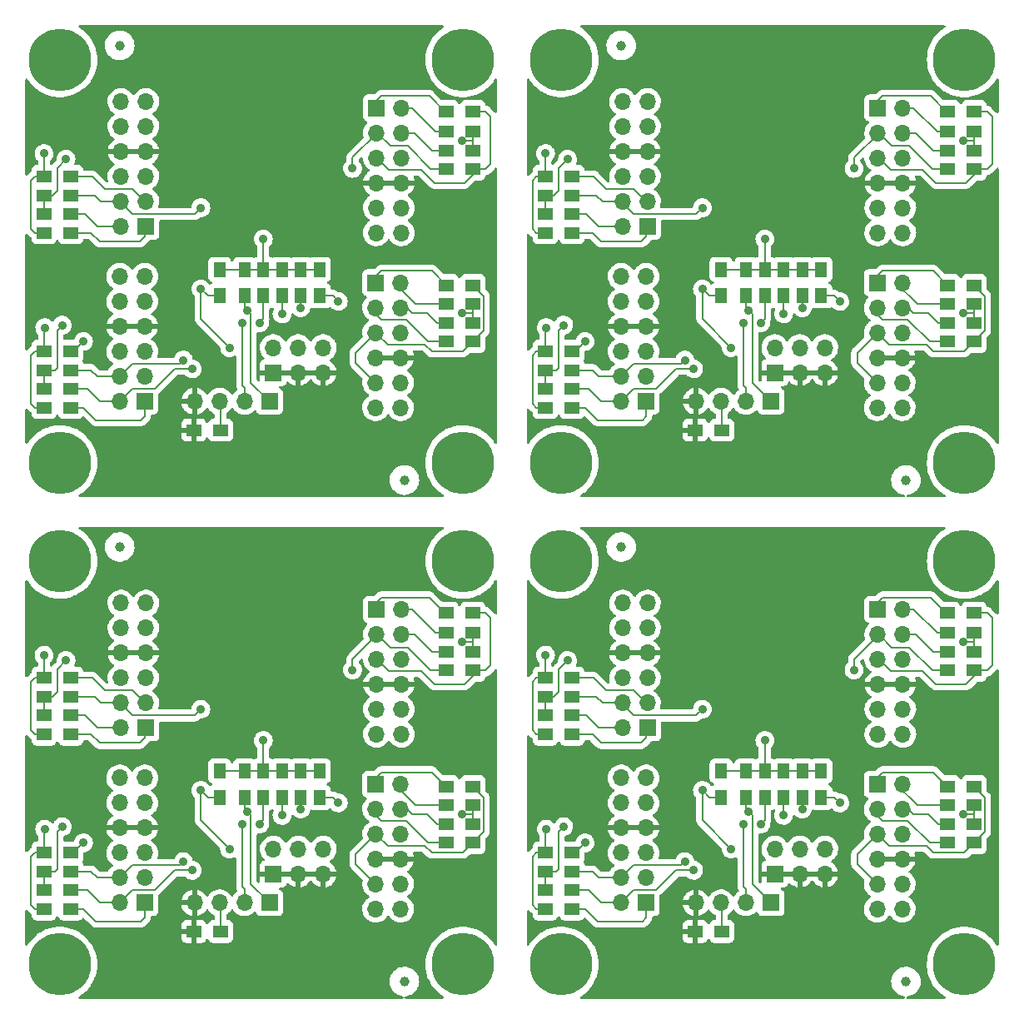
<source format=gbl>
%MOIN*%
%OFA0B0*%
%FSLAX46Y46*%
%IPPOS*%
%LPD*%
%ADD10C,0.25*%
%ADD11R,0.066929133858267723X0.066929133858267723*%
%ADD12O,0.066929133858267723X0.066929133858267723*%
%ADD13C,0.03937007874015748*%
%ADD14R,0.059055118110236227X0.051181102362204731*%
%ADD15R,0.051181102362204731X0.059055118110236227*%
%ADD16C,0.035*%
%ADD17C,0.008*%
%ADD28C,0.25*%
%ADD29R,0.066929133858267723X0.066929133858267723*%
%ADD30O,0.066929133858267723X0.066929133858267723*%
%ADD31C,0.03937007874015748*%
%ADD32R,0.059055118110236227X0.051181102362204731*%
%ADD33R,0.051181102362204731X0.059055118110236227*%
%ADD34C,0.035*%
%ADD35C,0.008*%
%ADD36C,0.25*%
%ADD37R,0.066929133858267723X0.066929133858267723*%
%ADD38O,0.066929133858267723X0.066929133858267723*%
%ADD39C,0.03937007874015748*%
%ADD40R,0.059055118110236227X0.051181102362204731*%
%ADD41R,0.051181102362204731X0.059055118110236227*%
%ADD42C,0.035*%
%ADD43C,0.008*%
%ADD44C,0.25*%
%ADD45R,0.066929133858267723X0.066929133858267723*%
%ADD46O,0.066929133858267723X0.066929133858267723*%
%ADD47C,0.03937007874015748*%
%ADD48R,0.059055118110236227X0.051181102362204731*%
%ADD49R,0.051181102362204731X0.059055118110236227*%
%ADD50C,0.035*%
%ADD51C,0.008*%
G01*
D10*
X-0006102362Y0005078740D02*
X0000157480Y0001771653D03*
X0001771653Y0001771653D03*
X0000157480Y0000157480D03*
X0001771653Y0000157480D03*
D11*
X0000997637Y0000403740D03*
D12*
X0000897637Y0000403740D03*
X0000797637Y0000403740D03*
X0000697637Y0000403740D03*
D11*
X0001012637Y0000518740D03*
D12*
X0001012637Y0000618740D03*
X0001112637Y0000518740D03*
X0001112637Y0000618740D03*
X0001212637Y0000518740D03*
X0001212637Y0000618740D03*
D11*
X0001425196Y0001578740D03*
D12*
X0001525196Y0001578740D03*
X0001425196Y0001478740D03*
X0001525196Y0001478740D03*
X0001425196Y0001378740D03*
X0001525196Y0001378740D03*
X0001425196Y0001278740D03*
X0001525196Y0001278740D03*
X0001425196Y0001178740D03*
X0001525196Y0001178740D03*
X0001425196Y0001078740D03*
X0001525196Y0001078740D03*
D11*
X0000497637Y0000403740D03*
D12*
X0000397637Y0000403740D03*
X0000497637Y0000503740D03*
X0000397637Y0000503740D03*
X0000497637Y0000603740D03*
X0000397637Y0000603740D03*
X0000497637Y0000703740D03*
X0000397637Y0000703740D03*
X0000497637Y0000803740D03*
X0000397637Y0000803740D03*
X0000497637Y0000903740D03*
X0000397637Y0000903740D03*
D11*
X0001422637Y0000878740D03*
D12*
X0001522637Y0000878740D03*
X0001422637Y0000778740D03*
X0001522637Y0000778740D03*
X0001422637Y0000678740D03*
X0001522637Y0000678740D03*
X0001422637Y0000578740D03*
X0001522637Y0000578740D03*
X0001422637Y0000478740D03*
X0001522637Y0000478740D03*
X0001422637Y0000378740D03*
X0001522637Y0000378740D03*
D11*
X0000502637Y0001103740D03*
D12*
X0000402637Y0001103740D03*
X0000502637Y0001203740D03*
X0000402637Y0001203740D03*
X0000502637Y0001303740D03*
X0000402637Y0001303740D03*
X0000502637Y0001403740D03*
X0000402637Y0001403740D03*
X0000502637Y0001503740D03*
X0000402637Y0001503740D03*
X0000502637Y0001603740D03*
X0000402637Y0001603740D03*
D13*
X0001537637Y0000088740D03*
X0000397637Y0001828740D03*
D14*
X0001704488Y0001563740D03*
X0001810787Y0001563740D03*
X0001704488Y0001333740D03*
X0001810787Y0001333740D03*
X0001704488Y0001483740D03*
X0001810787Y0001483740D03*
X0000200787Y0001153740D03*
X0000094488Y0001153740D03*
X0000200787Y0001303740D03*
X0000094488Y0001303740D03*
X0001704488Y0000868740D03*
X0001810787Y0000868740D03*
X0001704488Y0000643740D03*
X0001810787Y0000643740D03*
X0000200787Y0000378740D03*
X0000094488Y0000378740D03*
X0001704488Y0001408740D03*
X0001810787Y0001408740D03*
D15*
X0000897637Y0000931889D03*
X0000897637Y0000825590D03*
D14*
X0001704488Y0000718740D03*
X0001810787Y0000718740D03*
X0000200787Y0001228740D03*
X0000094488Y0001228740D03*
X0000200787Y0001078740D03*
X0000094488Y0001078740D03*
D15*
X0000972637Y0000931889D03*
X0000972637Y0000825590D03*
D14*
X0001704488Y0000793740D03*
X0001810787Y0000793740D03*
X0000800787Y0000288740D03*
X0000694488Y0000288740D03*
X0000200787Y0000603740D03*
X0000094488Y0000603740D03*
X0000200787Y0000453740D03*
X0000094488Y0000453740D03*
X0000200787Y0000528740D03*
X0000094488Y0000528740D03*
D15*
X0001047637Y0000931889D03*
X0001047637Y0000825590D03*
X0001197637Y0000931889D03*
X0001197637Y0000825590D03*
X0001122637Y0000931889D03*
X0001122637Y0000825590D03*
X0000797637Y0000931889D03*
X0000797637Y0000825590D03*
D16*
X0001192637Y0001318740D03*
X0001329897Y0001336480D03*
X0000972637Y0001053740D03*
X0000722637Y0001178740D03*
X0000252637Y0000643740D03*
X0000652637Y0000568740D03*
X0001767637Y0000758740D03*
X0001767637Y0001448740D03*
X0000094488Y0001395590D03*
X0000182637Y0001373740D03*
X0000097637Y0000698740D03*
X0000167637Y0000708740D03*
X0001047637Y0000753740D03*
X0000837637Y0000618740D03*
X0000722637Y0000853740D03*
X0001122637Y0000778740D03*
X0001272637Y0000803740D03*
X0000907637Y0000768740D03*
X0000887637Y0000718740D03*
X0000957637Y0000718740D03*
X0000687637Y0000533740D03*
D17*
X0001445083Y0000731294D02*
X0001545083Y0000731294D01*
X0001632637Y0000643740D02*
X0001704488Y0000643740D01*
X0001545083Y0000731294D02*
X0001632637Y0000643740D01*
X0001397637Y0000778740D02*
X0001445083Y0000731294D01*
X0001567637Y0000758740D02*
X0001627637Y0000758740D01*
X0001547637Y0000778740D02*
X0001567637Y0000758740D01*
X0001667637Y0000718740D02*
X0001627637Y0000758740D01*
X0001704488Y0000718740D02*
X0001667637Y0000718740D01*
X0001481688Y0001426185D02*
X0001550192Y0001426185D01*
X0001481688Y0001426185D02*
X0001429133Y0001478740D01*
X0001642637Y0001333740D02*
X0001704488Y0001333740D01*
X0001550192Y0001426185D02*
X0001642637Y0001333740D01*
X0001329897Y0001379504D02*
X0001429133Y0001478740D01*
X0001329897Y0001336480D02*
X0001329897Y0001379504D01*
X0001577637Y0001478740D02*
X0001647637Y0001408740D01*
X0001497637Y0001478740D02*
X0001577637Y0001478740D01*
X0001647637Y0001408740D02*
X0001704488Y0001408740D01*
X0000972637Y0000931889D02*
X0001047637Y0000931889D01*
X0000800787Y0000400590D02*
X0000797637Y0000403740D01*
X0001122637Y0000931889D02*
X0001197637Y0000931889D01*
X0001122637Y0000931889D02*
X0001047637Y0000931889D01*
X0000897637Y0000931889D02*
X0000972637Y0000931889D01*
X0000972637Y0000931889D02*
X0000972637Y0001053740D01*
X0000897637Y0000931889D02*
X0000797637Y0000931889D01*
X0000800787Y0000288740D02*
X0000800787Y0000400590D01*
X0000287637Y0001303740D02*
X0000337637Y0001253740D01*
X0000337637Y0001253740D02*
X0000447637Y0001253740D01*
X0000447637Y0001253740D02*
X0000497637Y0001203740D01*
X0000200787Y0001303740D02*
X0000287637Y0001303740D01*
X0000297637Y0001228740D02*
X0000322637Y0001203740D01*
X0000322637Y0001203740D02*
X0000397637Y0001203740D01*
X0000722637Y0001178740D02*
X0000697637Y0001153740D01*
X0000697637Y0001153740D02*
X0000447637Y0001153740D01*
X0000447637Y0001153740D02*
X0000397637Y0001203740D01*
X0000200787Y0001228740D02*
X0000297637Y0001228740D01*
X0000252637Y0000643740D02*
X0000212637Y0000603740D01*
X0000212637Y0000603740D02*
X0000200787Y0000603740D01*
X0000652637Y0000568740D02*
X0000637637Y0000553740D01*
X0000637637Y0000553740D02*
X0000447637Y0000553740D01*
X0000447637Y0000553740D02*
X0000397637Y0000503740D01*
X0000282637Y0000528740D02*
X0000307637Y0000503740D01*
X0000307637Y0000503740D02*
X0000397637Y0000503740D01*
X0000200787Y0000528740D02*
X0000282637Y0000528740D01*
X0001470083Y0000631294D02*
X0001619653Y0000631294D01*
X0001342637Y0000558740D02*
X0001342637Y0000598740D01*
X0001422637Y0000478740D02*
X0001342637Y0000558740D01*
X0001854295Y0000687248D02*
X0001810787Y0000643740D01*
X0001771216Y0000604168D02*
X0001810787Y0000643740D01*
X0001342637Y0000598740D02*
X0001422637Y0000678740D01*
X0001854295Y0000825231D02*
X0001854295Y0000687248D01*
X0001619653Y0000631294D02*
X0001646779Y0000604168D01*
X0001810787Y0000868740D02*
X0001854295Y0000825231D01*
X0001646779Y0000604168D02*
X0001771216Y0000604168D01*
X0001422637Y0000678740D02*
X0001470083Y0000631294D01*
X0001810787Y0000756889D02*
X0001810787Y0000793740D01*
X0001767637Y0000758740D02*
X0001808937Y0000758740D01*
X0001808937Y0000758740D02*
X0001810787Y0000756889D01*
X0001810787Y0000718740D02*
X0001810787Y0000756889D01*
X0001605083Y0001331294D02*
X0001476579Y0001331294D01*
X0001862637Y0001563740D02*
X0001882637Y0001543740D01*
X0001882637Y0001543740D02*
X0001882637Y0001353740D01*
X0001657637Y0001278740D02*
X0001777637Y0001278740D01*
X0001810787Y0001333740D02*
X0001810787Y0001311889D01*
X0001810787Y0001563740D02*
X0001862637Y0001563740D01*
X0001810787Y0001333740D02*
X0001862637Y0001333740D01*
X0001810787Y0001311889D02*
X0001777637Y0001278740D01*
X0001476579Y0001331294D02*
X0001429133Y0001378740D01*
X0001605083Y0001331294D02*
X0001657637Y0001278740D01*
X0001862637Y0001333740D02*
X0001882637Y0001353740D01*
X0001810787Y0001408740D02*
X0001810787Y0001445590D01*
X0001767637Y0001448740D02*
X0001807637Y0001448740D01*
X0001810787Y0001445590D02*
X0001810787Y0001483740D01*
X0001807637Y0001448740D02*
X0001810787Y0001445590D01*
X0000057637Y0001078740D02*
X0000042637Y0001093740D01*
X0000042637Y0001093740D02*
X0000042637Y0001288740D01*
X0000057637Y0001303740D02*
X0000042637Y0001288740D01*
X0000094488Y0001303740D02*
X0000094488Y0001395590D01*
X0000094488Y0001303740D02*
X0000057637Y0001303740D01*
X0000094488Y0001078740D02*
X0000057637Y0001078740D01*
X0000127637Y0001228740D02*
X0000147637Y0001248740D01*
X0000147637Y0001248740D02*
X0000147637Y0001338740D01*
X0000147637Y0001338740D02*
X0000182637Y0001373740D01*
X0000094488Y0001228740D02*
X0000127637Y0001228740D01*
X0000094488Y0001228740D02*
X0000094488Y0001153740D01*
X0000057637Y0000378740D02*
X0000042637Y0000393740D01*
X0000042637Y0000393740D02*
X0000042637Y0000588740D01*
X0000057637Y0000603740D02*
X0000042637Y0000588740D01*
X0000094488Y0000695590D02*
X0000097637Y0000698740D01*
X0000094488Y0000603740D02*
X0000057637Y0000603740D01*
X0000094488Y0000603740D02*
X0000094488Y0000695590D01*
X0000094488Y0000378740D02*
X0000057637Y0000378740D01*
X0000137637Y0000528740D02*
X0000147637Y0000538740D01*
X0000147637Y0000538740D02*
X0000147637Y0000688740D01*
X0000147637Y0000688740D02*
X0000167637Y0000708740D01*
X0000094488Y0000453740D02*
X0000094488Y0000528740D01*
X0000094488Y0000528740D02*
X0000137637Y0000528740D01*
X0001047637Y0000825590D02*
X0001047637Y0000753740D01*
X0000722637Y0000853740D02*
X0000750787Y0000825590D01*
X0000750787Y0000825590D02*
X0000797637Y0000825590D01*
X0000837637Y0000618740D02*
X0000722637Y0000733740D01*
X0000722637Y0000733740D02*
X0000722637Y0000853740D01*
X0001122637Y0000778740D02*
X0001122637Y0000825590D01*
X0001250787Y0000825590D02*
X0001272637Y0000803740D01*
X0001197637Y0000825590D02*
X0001250787Y0000825590D01*
X0000907637Y0000768740D02*
X0000897637Y0000778740D01*
X0000897637Y0000778740D02*
X0000897637Y0000825590D01*
X0000922637Y0000478740D02*
X0000922637Y0000753740D01*
X0000922637Y0000753740D02*
X0000907637Y0000768740D01*
X0000997637Y0000403740D02*
X0000922637Y0000478740D01*
X0000897637Y0000458740D02*
X0000887637Y0000468740D01*
X0000887637Y0000468740D02*
X0000887637Y0000718740D01*
X0000972637Y0000733740D02*
X0000957637Y0000718740D01*
X0000897637Y0000403740D02*
X0000897637Y0000458740D01*
X0000972637Y0000825590D02*
X0000972637Y0000733740D01*
X0001647042Y0000926185D02*
X0001704488Y0000868740D01*
X0001445083Y0000926185D02*
X0001647042Y0000926185D01*
X0001397637Y0000878740D02*
X0001445083Y0000926185D01*
X0001497637Y0000878740D02*
X0001582637Y0000793740D01*
X0001582637Y0000793740D02*
X0001704488Y0000793740D01*
X0001445083Y0001626185D02*
X0001637042Y0001626185D01*
X0001637042Y0001626185D02*
X0001704488Y0001558740D01*
X0001397637Y0001578740D02*
X0001445083Y0001626185D01*
X0001497637Y0001578740D02*
X0001567637Y0001578740D01*
X0001662637Y0001483740D02*
X0001704488Y0001483740D01*
X0001567637Y0001578740D02*
X0001662637Y0001483740D01*
X0000282637Y0001078740D02*
X0000317637Y0001043740D01*
X0000317637Y0001043740D02*
X0000477637Y0001043740D01*
X0000477637Y0001043740D02*
X0000497637Y0001063740D01*
X0000497637Y0001063740D02*
X0000497637Y0001103740D01*
X0000200787Y0001078740D02*
X0000282637Y0001078740D01*
X0000257637Y0001153740D02*
X0000307637Y0001103740D01*
X0000307637Y0001103740D02*
X0000397637Y0001103740D01*
X0000200787Y0001153740D02*
X0000257637Y0001153740D01*
X0000252637Y0000378740D02*
X0000302637Y0000328740D01*
X0000302637Y0000328740D02*
X0000482637Y0000328740D01*
X0000482637Y0000328740D02*
X0000497637Y0000343740D01*
X0000497637Y0000343740D02*
X0000497637Y0000403740D01*
X0000200787Y0000378740D02*
X0000252637Y0000378740D01*
X0000447637Y0000453740D02*
X0000397637Y0000403740D01*
X0000267637Y0000453740D02*
X0000317637Y0000403740D01*
X0000317637Y0000403740D02*
X0000397637Y0000403740D01*
X0000617637Y0000533740D02*
X0000537637Y0000453740D01*
X0000200787Y0000453740D02*
X0000267637Y0000453740D01*
X0000687637Y0000533740D02*
X0000617637Y0000533740D01*
X0000447637Y0000453740D02*
X0000537637Y0000453740D01*
G36*
X0001693710Y0001908346D02*
G01*
X0001695541Y0001906233D01*
X0001695939Y0001903467D01*
X0001694777Y0001900924D01*
X0001693426Y0001899830D01*
X0001692498Y0001899318D01*
X0001692394Y0001899246D01*
X0001692394Y0001899246D01*
X0001680798Y0001891216D01*
X0001680002Y0001890665D01*
X0001668444Y0001880794D01*
X0001668357Y0001880703D01*
X0001668357Y0001880703D01*
X0001668099Y0001880433D01*
X0001657943Y0001869805D01*
X0001657866Y0001869706D01*
X0001657866Y0001869706D01*
X0001648768Y0001858019D01*
X0001648606Y0001857811D01*
X0001648539Y0001857705D01*
X0001648539Y0001857705D01*
X0001648049Y0001856922D01*
X0001640529Y0001844936D01*
X0001633795Y0001831310D01*
X0001633751Y0001831192D01*
X0001633751Y0001831192D01*
X0001633615Y0001830828D01*
X0001628472Y0001817073D01*
X0001628440Y0001816952D01*
X0001628440Y0001816951D01*
X0001628246Y0001816213D01*
X0001624615Y0001802371D01*
X0001622263Y0001787355D01*
X0001622257Y0001787230D01*
X0001622257Y0001787230D01*
X0001622211Y0001786388D01*
X0001621441Y0001772177D01*
X0001622157Y0001756995D01*
X0001624404Y0001741962D01*
X0001628158Y0001727234D01*
X0001633382Y0001712960D01*
X0001640021Y0001699288D01*
X0001640087Y0001699181D01*
X0001640087Y0001699181D01*
X0001644989Y0001691244D01*
X0001648008Y0001686356D01*
X0001648084Y0001686257D01*
X0001648084Y0001686256D01*
X0001657184Y0001674397D01*
X0001657260Y0001674297D01*
X0001667684Y0001663236D01*
X0001667779Y0001663154D01*
X0001667779Y0001663153D01*
X0001676547Y0001655559D01*
X0001679173Y0001653284D01*
X0001691608Y0001644544D01*
X0001694154Y0001643116D01*
X0001704436Y0001637346D01*
X0001704863Y0001637106D01*
X0001704978Y0001637056D01*
X0001704978Y0001637056D01*
X0001706568Y0001636365D01*
X0001718802Y0001631045D01*
X0001733282Y0001626424D01*
X0001741365Y0001624721D01*
X0001748032Y0001623316D01*
X0001748032Y0001623316D01*
X0001748155Y0001623290D01*
X0001763268Y0001621675D01*
X0001763393Y0001621674D01*
X0001763394Y0001621674D01*
X0001770297Y0001621638D01*
X0001778467Y0001621595D01*
X0001782579Y0001621991D01*
X0001793471Y0001623040D01*
X0001793472Y0001623040D01*
X0001793597Y0001623052D01*
X0001808501Y0001626030D01*
X0001818610Y0001629140D01*
X0001822909Y0001630463D01*
X0001822909Y0001630463D01*
X0001823029Y0001630500D01*
X0001823144Y0001630548D01*
X0001823145Y0001630548D01*
X0001830551Y0001633677D01*
X0001837030Y0001636414D01*
X0001850362Y0001643713D01*
X0001862888Y0001652322D01*
X0001862984Y0001652403D01*
X0001862985Y0001652404D01*
X0001874384Y0001662071D01*
X0001874385Y0001662072D01*
X0001874481Y0001662153D01*
X0001874567Y0001662243D01*
X0001874568Y0001662243D01*
X0001884933Y0001673014D01*
X0001884933Y0001673014D01*
X0001885020Y0001673105D01*
X0001894398Y0001685066D01*
X0001899980Y0001693894D01*
X0001902078Y0001695741D01*
X0001904842Y0001696159D01*
X0001907393Y0001695017D01*
X0001908922Y0001692677D01*
X0001909133Y0001691244D01*
X0001909133Y0001563364D01*
X0001908346Y0001560682D01*
X0001906233Y0001558851D01*
X0001903467Y0001558453D01*
X0001900924Y0001559615D01*
X0001900557Y0001559968D01*
X0001900470Y0001560061D01*
X0001900286Y0001560313D01*
X0001899001Y0001561376D01*
X0001898655Y0001561691D01*
X0001881729Y0001578617D01*
X0001881449Y0001578925D01*
X0001881292Y0001579172D01*
X0001879412Y0001580938D01*
X0001879300Y0001581046D01*
X0001878553Y0001581793D01*
X0001878430Y0001581888D01*
X0001878405Y0001581910D01*
X0001878084Y0001582185D01*
X0001877095Y0001583113D01*
X0001876868Y0001583326D01*
X0001876207Y0001583690D01*
X0001875557Y0001584117D01*
X0001875208Y0001584387D01*
X0001875208Y0001584387D01*
X0001874961Y0001584579D01*
X0001873431Y0001585241D01*
X0001873011Y0001585447D01*
X0001871550Y0001586250D01*
X0001870820Y0001586437D01*
X0001870084Y0001586689D01*
X0001869392Y0001586989D01*
X0001867744Y0001587250D01*
X0001867287Y0001587345D01*
X0001865672Y0001587759D01*
X0001865162Y0001587759D01*
X0001862480Y0001588547D01*
X0001860649Y0001590659D01*
X0001860230Y0001592184D01*
X0001860102Y0001593364D01*
X0001860068Y0001593673D01*
X0001858055Y0001599043D01*
X0001854616Y0001603632D01*
X0001850027Y0001607071D01*
X0001844658Y0001609084D01*
X0001842210Y0001609350D01*
X0001779364Y0001609350D01*
X0001776916Y0001609084D01*
X0001771547Y0001607071D01*
X0001766958Y0001603632D01*
X0001763519Y0001599043D01*
X0001763395Y0001598712D01*
X0001762282Y0001595745D01*
X0001760603Y0001593510D01*
X0001757983Y0001592538D01*
X0001755253Y0001593137D01*
X0001753279Y0001595116D01*
X0001752992Y0001595745D01*
X0001751880Y0001598712D01*
X0001751756Y0001599043D01*
X0001748317Y0001603632D01*
X0001743728Y0001607071D01*
X0001738358Y0001609084D01*
X0001735910Y0001609350D01*
X0001689901Y0001609350D01*
X0001687219Y0001610137D01*
X0001686393Y0001610803D01*
X0001656134Y0001641063D01*
X0001655854Y0001641370D01*
X0001655697Y0001641617D01*
X0001653817Y0001643383D01*
X0001653705Y0001643491D01*
X0001652958Y0001644238D01*
X0001652835Y0001644334D01*
X0001652810Y0001644356D01*
X0001652489Y0001644630D01*
X0001651759Y0001645315D01*
X0001651273Y0001645772D01*
X0001650612Y0001646135D01*
X0001649962Y0001646562D01*
X0001649613Y0001646833D01*
X0001649613Y0001646833D01*
X0001649367Y0001647024D01*
X0001647836Y0001647686D01*
X0001647417Y0001647892D01*
X0001645955Y0001648695D01*
X0001645225Y0001648883D01*
X0001644489Y0001649135D01*
X0001643797Y0001649434D01*
X0001642150Y0001649695D01*
X0001641692Y0001649790D01*
X0001640077Y0001650205D01*
X0001639323Y0001650205D01*
X0001638547Y0001650266D01*
X0001638406Y0001650288D01*
X0001637803Y0001650384D01*
X0001637286Y0001650335D01*
X0001636142Y0001650227D01*
X0001635675Y0001650205D01*
X0001448062Y0001650205D01*
X0001447647Y0001650224D01*
X0001447361Y0001650288D01*
X0001444916Y0001650211D01*
X0001444784Y0001650207D01*
X0001444628Y0001650205D01*
X0001443571Y0001650205D01*
X0001443417Y0001650185D01*
X0001443381Y0001650183D01*
X0001442962Y0001650150D01*
X0001441295Y0001650097D01*
X0001440571Y0001649887D01*
X0001439809Y0001649729D01*
X0001439062Y0001649635D01*
X0001437511Y0001649021D01*
X0001437069Y0001648870D01*
X0001435767Y0001648491D01*
X0001435767Y0001648491D01*
X0001435467Y0001648404D01*
X0001434819Y0001648021D01*
X0001434120Y0001647678D01*
X0001433419Y0001647401D01*
X0001433167Y0001647217D01*
X0001432070Y0001646421D01*
X0001431679Y0001646164D01*
X0001430512Y0001645474D01*
X0001430512Y0001645474D01*
X0001430244Y0001645315D01*
X0001429711Y0001644782D01*
X0001429119Y0001644277D01*
X0001428509Y0001643834D01*
X0001428310Y0001643593D01*
X0001427446Y0001642548D01*
X0001427131Y0001642203D01*
X0001418605Y0001633677D01*
X0001416152Y0001632337D01*
X0001415098Y0001632224D01*
X0001389837Y0001632224D01*
X0001387389Y0001631958D01*
X0001382019Y0001629945D01*
X0001377430Y0001626506D01*
X0001373991Y0001621917D01*
X0001371978Y0001616547D01*
X0001371712Y0001614099D01*
X0001371712Y0001543380D01*
X0001371978Y0001540932D01*
X0001373991Y0001535562D01*
X0001377430Y0001530973D01*
X0001382019Y0001527534D01*
X0001382350Y0001527410D01*
X0001382350Y0001527410D01*
X0001386631Y0001525805D01*
X0001388866Y0001524126D01*
X0001389839Y0001521506D01*
X0001389240Y0001518776D01*
X0001388476Y0001517733D01*
X0001383489Y0001512514D01*
X0001378533Y0001505248D01*
X0001377185Y0001502345D01*
X0001375389Y0001498477D01*
X0001374830Y0001497271D01*
X0001372479Y0001488796D01*
X0001371545Y0001480051D01*
X0001371557Y0001479848D01*
X0001371557Y0001479848D01*
X0001371712Y0001477159D01*
X0001372051Y0001471271D01*
X0001372096Y0001471072D01*
X0001372096Y0001471072D01*
X0001372767Y0001468093D01*
X0001373985Y0001462691D01*
X0001374061Y0001462502D01*
X0001374061Y0001462502D01*
X0001374229Y0001462090D01*
X0001374508Y0001459308D01*
X0001373140Y0001456716D01*
X0001315020Y0001398595D01*
X0001314712Y0001398315D01*
X0001314465Y0001398158D01*
X0001314251Y0001397931D01*
X0001314251Y0001397931D01*
X0001312699Y0001396278D01*
X0001312591Y0001396166D01*
X0001311844Y0001395420D01*
X0001311749Y0001395296D01*
X0001311726Y0001395271D01*
X0001311452Y0001394950D01*
X0001310310Y0001393734D01*
X0001309947Y0001393074D01*
X0001309520Y0001392424D01*
X0001309250Y0001392075D01*
X0001309249Y0001392074D01*
X0001309058Y0001391828D01*
X0001308564Y0001390687D01*
X0001308396Y0001390297D01*
X0001308190Y0001389878D01*
X0001307387Y0001388416D01*
X0001307289Y0001388035D01*
X0001307199Y0001387686D01*
X0001306947Y0001386950D01*
X0001306648Y0001386258D01*
X0001306479Y0001385193D01*
X0001306387Y0001384611D01*
X0001306292Y0001384153D01*
X0001305878Y0001382538D01*
X0001305878Y0001381785D01*
X0001305817Y0001381009D01*
X0001305699Y0001380264D01*
X0001305748Y0001379740D01*
X0001305856Y0001378604D01*
X0001305878Y0001378137D01*
X0001305878Y0001367689D01*
X0001305090Y0001365007D01*
X0001304025Y0001363823D01*
X0001303519Y0001363416D01*
X0001298789Y0001357780D01*
X0001298673Y0001357567D01*
X0001298673Y0001357567D01*
X0001295995Y0001352697D01*
X0001295245Y0001351332D01*
X0001295171Y0001351101D01*
X0001295171Y0001351101D01*
X0001294866Y0001350137D01*
X0001293020Y0001344318D01*
X0001292200Y0001337006D01*
X0001292220Y0001336764D01*
X0001292767Y0001330248D01*
X0001292815Y0001329674D01*
X0001294844Y0001322601D01*
X0001298207Y0001316057D01*
X0001298357Y0001315867D01*
X0001298357Y0001315867D01*
X0001301385Y0001312047D01*
X0001302777Y0001310290D01*
X0001302962Y0001310133D01*
X0001306531Y0001307096D01*
X0001308381Y0001305521D01*
X0001314804Y0001301932D01*
X0001321801Y0001299658D01*
X0001329108Y0001298787D01*
X0001329349Y0001298805D01*
X0001329349Y0001298805D01*
X0001331555Y0001298975D01*
X0001336444Y0001299351D01*
X0001343531Y0001301330D01*
X0001343747Y0001301439D01*
X0001343747Y0001301439D01*
X0001346793Y0001302978D01*
X0001350099Y0001304647D01*
X0001350615Y0001305051D01*
X0001353614Y0001307394D01*
X0001355897Y0001309178D01*
X0001356055Y0001309361D01*
X0001356055Y0001309361D01*
X0001360546Y0001314564D01*
X0001360705Y0001314747D01*
X0001364339Y0001321145D01*
X0001364481Y0001321572D01*
X0001366035Y0001326245D01*
X0001366662Y0001328127D01*
X0001367036Y0001331091D01*
X0001367566Y0001335289D01*
X0001367566Y0001335289D01*
X0001367584Y0001335427D01*
X0001367598Y0001336480D01*
X0001366880Y0001343803D01*
X0001366725Y0001344318D01*
X0001365850Y0001347216D01*
X0001364754Y0001350847D01*
X0001361299Y0001357343D01*
X0001360984Y0001357730D01*
X0001357931Y0001361474D01*
X0001356649Y0001363045D01*
X0001356462Y0001363200D01*
X0001356462Y0001363200D01*
X0001355792Y0001363754D01*
X0001354228Y0001366070D01*
X0001354164Y0001368865D01*
X0001355447Y0001371084D01*
X0001363333Y0001378970D01*
X0001365786Y0001380310D01*
X0001368574Y0001380110D01*
X0001370812Y0001378435D01*
X0001371793Y0001375748D01*
X0001372051Y0001371271D01*
X0001372096Y0001371072D01*
X0001372096Y0001371072D01*
X0001372802Y0001367941D01*
X0001373985Y0001362691D01*
X0001375979Y0001357780D01*
X0001376944Y0001355402D01*
X0001377293Y0001354542D01*
X0001378109Y0001353211D01*
X0001380972Y0001348539D01*
X0001381889Y0001347043D01*
X0001387647Y0001340396D01*
X0001394414Y0001334778D01*
X0001397321Y0001333079D01*
X0001399239Y0001331046D01*
X0001399753Y0001328299D01*
X0001398701Y0001325709D01*
X0001397108Y0001324396D01*
X0001396789Y0001324230D01*
X0001396446Y0001324014D01*
X0001389741Y0001318980D01*
X0001389438Y0001318710D01*
X0001383645Y0001312648D01*
X0001383389Y0001312333D01*
X0001378665Y0001305407D01*
X0001378464Y0001305054D01*
X0001374934Y0001297449D01*
X0001374794Y0001297068D01*
X0001372613Y0001289205D01*
X0001372673Y0001288873D01*
X0001373161Y0001288740D01*
X0001577100Y0001288740D01*
X0001577632Y0001288896D01*
X0001577684Y0001289254D01*
X0001576032Y0001295831D01*
X0001575901Y0001296215D01*
X0001574109Y0001300336D01*
X0001573762Y0001303109D01*
X0001574969Y0001305630D01*
X0001577348Y0001307098D01*
X0001578658Y0001307275D01*
X0001593079Y0001307275D01*
X0001595761Y0001306487D01*
X0001596586Y0001305822D01*
X0001638546Y0001263862D01*
X0001638826Y0001263554D01*
X0001638983Y0001263307D01*
X0001639210Y0001263094D01*
X0001640863Y0001261542D01*
X0001640975Y0001261433D01*
X0001641721Y0001260687D01*
X0001641845Y0001260591D01*
X0001641869Y0001260569D01*
X0001642191Y0001260294D01*
X0001643407Y0001259153D01*
X0001643680Y0001259003D01*
X0001643680Y0001259002D01*
X0001644067Y0001258790D01*
X0001644718Y0001258362D01*
X0001645313Y0001257901D01*
X0001645599Y0001257777D01*
X0001646844Y0001257238D01*
X0001647263Y0001257033D01*
X0001648451Y0001256380D01*
X0001648451Y0001256379D01*
X0001648725Y0001256229D01*
X0001649027Y0001256152D01*
X0001649027Y0001256152D01*
X0001649454Y0001256042D01*
X0001650191Y0001255790D01*
X0001650883Y0001255490D01*
X0001652530Y0001255229D01*
X0001652988Y0001255135D01*
X0001654603Y0001254720D01*
X0001655356Y0001254720D01*
X0001656132Y0001254659D01*
X0001656877Y0001254541D01*
X0001658537Y0001254698D01*
X0001659004Y0001254720D01*
X0001774658Y0001254720D01*
X0001775073Y0001254700D01*
X0001775359Y0001254637D01*
X0001777936Y0001254718D01*
X0001778092Y0001254720D01*
X0001779148Y0001254720D01*
X0001779303Y0001254740D01*
X0001779339Y0001254742D01*
X0001779758Y0001254775D01*
X0001781425Y0001254827D01*
X0001782149Y0001255037D01*
X0001782911Y0001255195D01*
X0001783349Y0001255251D01*
X0001783349Y0001255251D01*
X0001783658Y0001255290D01*
X0001784165Y0001255490D01*
X0001785209Y0001255904D01*
X0001785651Y0001256055D01*
X0001786953Y0001256433D01*
X0001786953Y0001256433D01*
X0001787252Y0001256520D01*
X0001787901Y0001256904D01*
X0001788600Y0001257246D01*
X0001789301Y0001257524D01*
X0001790650Y0001258504D01*
X0001791041Y0001258761D01*
X0001792207Y0001259451D01*
X0001792207Y0001259451D01*
X0001792476Y0001259610D01*
X0001793009Y0001260142D01*
X0001793601Y0001260648D01*
X0001793958Y0001260907D01*
X0001793958Y0001260907D01*
X0001794211Y0001261091D01*
X0001795274Y0001262376D01*
X0001795588Y0001262722D01*
X0001819543Y0001286677D01*
X0001821996Y0001288016D01*
X0001823051Y0001288129D01*
X0001842210Y0001288129D01*
X0001844658Y0001288395D01*
X0001850027Y0001290408D01*
X0001854616Y0001293847D01*
X0001858055Y0001298436D01*
X0001860068Y0001303806D01*
X0001860237Y0001305360D01*
X0001861310Y0001307942D01*
X0001863607Y0001309533D01*
X0001865013Y0001309783D01*
X0001865972Y0001309813D01*
X0001866425Y0001309827D01*
X0001867149Y0001310037D01*
X0001867911Y0001310195D01*
X0001868348Y0001310251D01*
X0001868349Y0001310251D01*
X0001868658Y0001310290D01*
X0001869140Y0001310480D01*
X0001870209Y0001310904D01*
X0001870651Y0001311055D01*
X0001871953Y0001311433D01*
X0001871953Y0001311433D01*
X0001872252Y0001311520D01*
X0001872901Y0001311904D01*
X0001873600Y0001312246D01*
X0001874301Y0001312524D01*
X0001875650Y0001313504D01*
X0001876041Y0001313761D01*
X0001877207Y0001314451D01*
X0001877207Y0001314451D01*
X0001877476Y0001314610D01*
X0001878009Y0001315142D01*
X0001878601Y0001315648D01*
X0001878958Y0001315907D01*
X0001878958Y0001315907D01*
X0001879211Y0001316091D01*
X0001880274Y0001317376D01*
X0001880589Y0001317722D01*
X0001897515Y0001334648D01*
X0001897822Y0001334928D01*
X0001898070Y0001335085D01*
X0001899836Y0001336966D01*
X0001899944Y0001337078D01*
X0001900665Y0001337798D01*
X0001903118Y0001339138D01*
X0001905906Y0001338939D01*
X0001908144Y0001337264D01*
X0001909121Y0001334645D01*
X0001909133Y0001334291D01*
X0001909133Y0000237859D01*
X0001908346Y0000235177D01*
X0001906233Y0000233346D01*
X0001903467Y0000232948D01*
X0001900924Y0000234110D01*
X0001899961Y0000235237D01*
X0001895066Y0000243101D01*
X0001895000Y0000243208D01*
X0001887313Y0000253153D01*
X0001885782Y0000255135D01*
X0001885782Y0000255135D01*
X0001885705Y0000255234D01*
X0001875242Y0000266259D01*
X0001863719Y0000276171D01*
X0001863260Y0000276492D01*
X0001851356Y0000284795D01*
X0001851253Y0000284867D01*
X0001837973Y0000292259D01*
X0001837858Y0000292309D01*
X0001837858Y0000292309D01*
X0001824128Y0000298222D01*
X0001824128Y0000298222D01*
X0001824013Y0000298271D01*
X0001809517Y0000302842D01*
X0001796963Y0000305442D01*
X0001794756Y0000305899D01*
X0001794756Y0000305899D01*
X0001794633Y0000305924D01*
X0001781916Y0000307238D01*
X0001779639Y0000307474D01*
X0001779639Y0000307474D01*
X0001779515Y0000307486D01*
X0001779390Y0000307487D01*
X0001779390Y0000307487D01*
X0001771900Y0000307500D01*
X0001764315Y0000307513D01*
X0001758325Y0000306915D01*
X0001749316Y0000306016D01*
X0001749316Y0000306016D01*
X0001749191Y0000306003D01*
X0001742003Y0000304541D01*
X0001734420Y0000302998D01*
X0001734420Y0000302998D01*
X0001734297Y0000302973D01*
X0001734177Y0000302936D01*
X0001734177Y0000302936D01*
X0001728173Y0000301066D01*
X0001719785Y0000298453D01*
X0001715637Y0000296684D01*
X0001705920Y0000292539D01*
X0001705919Y0000292539D01*
X0001705804Y0000292490D01*
X0001705695Y0000292430D01*
X0001705695Y0000292429D01*
X0001694220Y0000286095D01*
X0001692498Y0000285144D01*
X0001692394Y0000285073D01*
X0001692394Y0000285073D01*
X0001680798Y0000277043D01*
X0001680002Y0000276492D01*
X0001668444Y0000266620D01*
X0001668357Y0000266530D01*
X0001668357Y0000266530D01*
X0001668099Y0000266259D01*
X0001657943Y0000255632D01*
X0001657866Y0000255533D01*
X0001657866Y0000255533D01*
X0001648781Y0000243862D01*
X0001648606Y0000243638D01*
X0001648539Y0000243532D01*
X0001648539Y0000243532D01*
X0001644989Y0000237872D01*
X0001640529Y0000230762D01*
X0001633795Y0000217136D01*
X0001633751Y0000217019D01*
X0001633751Y0000217019D01*
X0001633615Y0000216655D01*
X0001628472Y0000202900D01*
X0001628440Y0000202778D01*
X0001628440Y0000202778D01*
X0001624647Y0000188319D01*
X0001624615Y0000188198D01*
X0001622263Y0000173181D01*
X0001622257Y0000173057D01*
X0001622257Y0000173056D01*
X0001621572Y0000160408D01*
X0001621441Y0000158004D01*
X0001621447Y0000157879D01*
X0001622135Y0000143291D01*
X0001622157Y0000142822D01*
X0001624404Y0000127789D01*
X0001624435Y0000127668D01*
X0001624435Y0000127668D01*
X0001625100Y0000125058D01*
X0001628158Y0000113061D01*
X0001629501Y0000109393D01*
X0001632994Y0000099847D01*
X0001633382Y0000098787D01*
X0001640021Y0000085114D01*
X0001640087Y0000085008D01*
X0001640087Y0000085008D01*
X0001645394Y0000076415D01*
X0001648008Y0000072183D01*
X0001648084Y0000072083D01*
X0001648084Y0000072083D01*
X0001657184Y0000060224D01*
X0001657260Y0000060124D01*
X0001667684Y0000049062D01*
X0001667779Y0000048980D01*
X0001667779Y0000048980D01*
X0001677936Y0000040183D01*
X0001679173Y0000039111D01*
X0001691608Y0000030371D01*
X0001692482Y0000029881D01*
X0001693542Y0000029286D01*
X0001695495Y0000027287D01*
X0001696057Y0000024549D01*
X0001695050Y0000021942D01*
X0001692794Y0000020292D01*
X0001691114Y0000020000D01*
X0001543745Y0000020000D01*
X0001541063Y0000020787D01*
X0001539232Y0000022899D01*
X0001538835Y0000025666D01*
X0001539996Y0000028209D01*
X0001542347Y0000029720D01*
X0001543114Y0000029881D01*
X0001543422Y0000029920D01*
X0001549962Y0000030758D01*
X0001550157Y0000030816D01*
X0001550157Y0000030816D01*
X0001559071Y0000033491D01*
X0001559071Y0000033491D01*
X0001559266Y0000033549D01*
X0001563356Y0000035553D01*
X0001567807Y0000037733D01*
X0001567807Y0000037733D01*
X0001567990Y0000037823D01*
X0001568156Y0000037941D01*
X0001568156Y0000037941D01*
X0001575732Y0000043346D01*
X0001575733Y0000043346D01*
X0001575898Y0000043464D01*
X0001582779Y0000050321D01*
X0001588448Y0000058210D01*
X0001589394Y0000060124D01*
X0001592662Y0000066735D01*
X0001592752Y0000066918D01*
X0001593959Y0000070892D01*
X0001595517Y0000076018D01*
X0001595517Y0000076018D01*
X0001595576Y0000076213D01*
X0001596567Y0000083740D01*
X0001596827Y0000085713D01*
X0001596827Y0000085713D01*
X0001596844Y0000085844D01*
X0001596915Y0000088740D01*
X0001596600Y0000092562D01*
X0001596135Y0000098218D01*
X0001596135Y0000098219D01*
X0001596119Y0000098421D01*
X0001593752Y0000107843D01*
X0001589879Y0000116751D01*
X0001584602Y0000124907D01*
X0001583568Y0000126044D01*
X0001581867Y0000127913D01*
X0001578064Y0000132092D01*
X0001577905Y0000132218D01*
X0001577905Y0000132218D01*
X0001570600Y0000137987D01*
X0001570600Y0000137987D01*
X0001570441Y0000138113D01*
X0001570263Y0000138211D01*
X0001570263Y0000138211D01*
X0001562115Y0000142709D01*
X0001562114Y0000142709D01*
X0001561936Y0000142808D01*
X0001561745Y0000142876D01*
X0001561745Y0000142876D01*
X0001552971Y0000145982D01*
X0001552971Y0000145982D01*
X0001552779Y0000146050D01*
X0001552579Y0000146086D01*
X0001552579Y0000146086D01*
X0001543416Y0000147718D01*
X0001543416Y0000147718D01*
X0001543216Y0000147754D01*
X0001540091Y0000147792D01*
X0001533706Y0000147870D01*
X0001533706Y0000147870D01*
X0001533502Y0000147873D01*
X0001523900Y0000146403D01*
X0001514666Y0000143385D01*
X0001506050Y0000138900D01*
X0001505887Y0000138778D01*
X0001505887Y0000138777D01*
X0001498444Y0000133189D01*
X0001498282Y0000133067D01*
X0001498141Y0000132920D01*
X0001493122Y0000127668D01*
X0001491570Y0000126044D01*
X0001491455Y0000125876D01*
X0001491455Y0000125876D01*
X0001490678Y0000124736D01*
X0001486096Y0000118019D01*
X0001485507Y0000116751D01*
X0001483154Y0000111682D01*
X0001482006Y0000109208D01*
X0001479410Y0000099847D01*
X0001478378Y0000090188D01*
X0001478937Y0000080490D01*
X0001478982Y0000080291D01*
X0001478982Y0000080291D01*
X0001479855Y0000076415D01*
X0001481073Y0000071013D01*
X0001484727Y0000062013D01*
X0001489803Y0000053730D01*
X0001496163Y0000046388D01*
X0001503637Y0000040183D01*
X0001512024Y0000035281D01*
X0001512214Y0000035209D01*
X0001512214Y0000035209D01*
X0001516714Y0000033491D01*
X0001521099Y0000031816D01*
X0001521299Y0000031775D01*
X0001521299Y0000031775D01*
X0001526007Y0000030818D01*
X0001530619Y0000029879D01*
X0001530730Y0000029875D01*
X0001533275Y0000028786D01*
X0001534842Y0000026472D01*
X0001534910Y0000023678D01*
X0001533456Y0000021291D01*
X0001530942Y0000020068D01*
X0001530118Y0000020000D01*
X0000238154Y0000020000D01*
X0000235472Y0000020787D01*
X0000233641Y0000022899D01*
X0000233244Y0000025666D01*
X0000234405Y0000028209D01*
X0000235772Y0000029311D01*
X0000236189Y0000029540D01*
X0000248715Y0000038149D01*
X0000248811Y0000038230D01*
X0000248812Y0000038230D01*
X0000260211Y0000047898D01*
X0000260212Y0000047898D01*
X0000260307Y0000047980D01*
X0000260394Y0000048070D01*
X0000260395Y0000048070D01*
X0000270759Y0000058841D01*
X0000270760Y0000058841D01*
X0000270847Y0000058932D01*
X0000280225Y0000070892D01*
X0000286292Y0000080490D01*
X0000288280Y0000083634D01*
X0000288280Y0000083634D01*
X0000288347Y0000083740D01*
X0000288403Y0000083852D01*
X0000288403Y0000083852D01*
X0000295073Y0000097230D01*
X0000295129Y0000097342D01*
X0000299538Y0000109011D01*
X0000300457Y0000111443D01*
X0000300457Y0000111444D01*
X0000300502Y0000111561D01*
X0000300933Y0000113182D01*
X0000304377Y0000126127D01*
X0000304410Y0000126249D01*
X0000306814Y0000141257D01*
X0000306856Y0000141997D01*
X0000307685Y0000156364D01*
X0000307689Y0000156431D01*
X0000307692Y0000157480D01*
X0000307689Y0000157546D01*
X0000306930Y0000172535D01*
X0000306930Y0000172535D01*
X0000306923Y0000172660D01*
X0000304624Y0000187684D01*
X0000300819Y0000202399D01*
X0000300679Y0000202778D01*
X0000295589Y0000216537D01*
X0000295589Y0000216537D01*
X0000295545Y0000216655D01*
X0000288859Y0000230304D01*
X0000288644Y0000230650D01*
X0000280893Y0000243101D01*
X0000280827Y0000243208D01*
X0000273140Y0000253153D01*
X0000271609Y0000255135D01*
X0000271608Y0000255135D01*
X0000271532Y0000255234D01*
X0000265690Y0000261390D01*
X0000644960Y0000261390D01*
X0000644975Y0000261122D01*
X0000645192Y0000259120D01*
X0000645335Y0000258519D01*
X0000647113Y0000253777D01*
X0000647449Y0000253163D01*
X0000650461Y0000249144D01*
X0000650955Y0000248650D01*
X0000654974Y0000245638D01*
X0000655588Y0000245302D01*
X0000660330Y0000243524D01*
X0000660931Y0000243381D01*
X0000662933Y0000243164D01*
X0000663201Y0000243149D01*
X0000683775Y0000243149D01*
X0000684374Y0000243325D01*
X0000684422Y0000243380D01*
X0000684488Y0000243682D01*
X0000684488Y0000278026D01*
X0000684312Y0000278626D01*
X0000684257Y0000278674D01*
X0000683954Y0000278740D01*
X0000645673Y0000278740D01*
X0000645073Y0000278563D01*
X0000645026Y0000278509D01*
X0000644960Y0000278206D01*
X0000644960Y0000261390D01*
X0000265690Y0000261390D01*
X0000261069Y0000266259D01*
X0000249546Y0000276171D01*
X0000249086Y0000276492D01*
X0000237183Y0000284795D01*
X0000237080Y0000284867D01*
X0000223799Y0000292259D01*
X0000223685Y0000292309D01*
X0000223684Y0000292309D01*
X0000209955Y0000298222D01*
X0000209955Y0000298222D01*
X0000209840Y0000298271D01*
X0000206092Y0000299453D01*
X0000644960Y0000299453D01*
X0000645136Y0000298853D01*
X0000645191Y0000298805D01*
X0000645493Y0000298740D01*
X0000683775Y0000298740D01*
X0000684374Y0000298916D01*
X0000684422Y0000298971D01*
X0000684488Y0000299273D01*
X0000684488Y0000333617D01*
X0000684312Y0000334217D01*
X0000684257Y0000334264D01*
X0000683954Y0000334330D01*
X0000663201Y0000334330D01*
X0000662933Y0000334316D01*
X0000660930Y0000334098D01*
X0000660330Y0000333955D01*
X0000655588Y0000332178D01*
X0000654974Y0000331841D01*
X0000650955Y0000328830D01*
X0000650461Y0000328335D01*
X0000647449Y0000324316D01*
X0000647113Y0000323702D01*
X0000645335Y0000318960D01*
X0000645192Y0000318360D01*
X0000644975Y0000316357D01*
X0000644960Y0000316089D01*
X0000644960Y0000299453D01*
X0000206092Y0000299453D01*
X0000195344Y0000302842D01*
X0000182790Y0000305442D01*
X0000180583Y0000305899D01*
X0000180583Y0000305899D01*
X0000180460Y0000305924D01*
X0000167743Y0000307238D01*
X0000165466Y0000307474D01*
X0000165465Y0000307474D01*
X0000165341Y0000307486D01*
X0000165217Y0000307487D01*
X0000165216Y0000307487D01*
X0000157727Y0000307500D01*
X0000150142Y0000307513D01*
X0000144152Y0000306915D01*
X0000135143Y0000306016D01*
X0000135142Y0000306016D01*
X0000135018Y0000306003D01*
X0000127830Y0000304541D01*
X0000120246Y0000302998D01*
X0000120246Y0000302998D01*
X0000120123Y0000302973D01*
X0000120004Y0000302936D01*
X0000120003Y0000302936D01*
X0000114000Y0000301066D01*
X0000105612Y0000298453D01*
X0000101464Y0000296684D01*
X0000091746Y0000292539D01*
X0000091746Y0000292539D01*
X0000091631Y0000292490D01*
X0000091522Y0000292430D01*
X0000091521Y0000292429D01*
X0000080047Y0000286095D01*
X0000078324Y0000285144D01*
X0000078221Y0000285073D01*
X0000078221Y0000285073D01*
X0000066625Y0000277043D01*
X0000065828Y0000276492D01*
X0000054271Y0000266620D01*
X0000054184Y0000266530D01*
X0000054184Y0000266530D01*
X0000053926Y0000266259D01*
X0000043770Y0000255632D01*
X0000043693Y0000255533D01*
X0000043693Y0000255533D01*
X0000034607Y0000243862D01*
X0000034433Y0000243638D01*
X0000034366Y0000243532D01*
X0000034366Y0000243532D01*
X0000029162Y0000235236D01*
X0000027070Y0000233383D01*
X0000024308Y0000232955D01*
X0000021753Y0000234088D01*
X0000020216Y0000236423D01*
X0000020000Y0000237872D01*
X0000020000Y0000370432D01*
X0000020787Y0000373114D01*
X0000022899Y0000374945D01*
X0000025666Y0000375343D01*
X0000028209Y0000374181D01*
X0000028468Y0000373940D01*
X0000038546Y0000363862D01*
X0000038826Y0000363555D01*
X0000038983Y0000363307D01*
X0000039210Y0000363094D01*
X0000039210Y0000363094D01*
X0000040864Y0000361541D01*
X0000040975Y0000361433D01*
X0000041721Y0000360687D01*
X0000041845Y0000360591D01*
X0000041870Y0000360568D01*
X0000042191Y0000360295D01*
X0000043376Y0000359182D01*
X0000044792Y0000356772D01*
X0000044940Y0000355566D01*
X0000044940Y0000351254D01*
X0000045206Y0000348806D01*
X0000047219Y0000343436D01*
X0000050659Y0000338847D01*
X0000055247Y0000335408D01*
X0000060617Y0000333395D01*
X0000063065Y0000333129D01*
X0000125910Y0000333129D01*
X0000128358Y0000333395D01*
X0000133728Y0000335408D01*
X0000138317Y0000338847D01*
X0000141756Y0000343436D01*
X0000142992Y0000346734D01*
X0000144671Y0000348969D01*
X0000147292Y0000349941D01*
X0000150022Y0000349343D01*
X0000151995Y0000347363D01*
X0000152282Y0000346734D01*
X0000153519Y0000343436D01*
X0000156958Y0000338847D01*
X0000161547Y0000335408D01*
X0000166916Y0000333395D01*
X0000169364Y0000333129D01*
X0000232209Y0000333129D01*
X0000234658Y0000333395D01*
X0000240027Y0000335408D01*
X0000244616Y0000338847D01*
X0000247158Y0000342240D01*
X0000249397Y0000343914D01*
X0000252185Y0000344111D01*
X0000254636Y0000342772D01*
X0000269115Y0000328293D01*
X0000283546Y0000313862D01*
X0000283826Y0000313554D01*
X0000283983Y0000313307D01*
X0000284210Y0000313094D01*
X0000285863Y0000311542D01*
X0000285975Y0000311433D01*
X0000286721Y0000310687D01*
X0000286845Y0000310591D01*
X0000286869Y0000310569D01*
X0000287191Y0000310294D01*
X0000288407Y0000309153D01*
X0000288680Y0000309002D01*
X0000288680Y0000309002D01*
X0000289067Y0000308790D01*
X0000289718Y0000308362D01*
X0000290313Y0000307901D01*
X0000290599Y0000307777D01*
X0000291844Y0000307238D01*
X0000292263Y0000307033D01*
X0000293451Y0000306379D01*
X0000293451Y0000306379D01*
X0000293725Y0000306229D01*
X0000294027Y0000306152D01*
X0000294027Y0000306152D01*
X0000294454Y0000306042D01*
X0000295191Y0000305790D01*
X0000295883Y0000305490D01*
X0000297530Y0000305229D01*
X0000297988Y0000305135D01*
X0000299603Y0000304720D01*
X0000300356Y0000304720D01*
X0000301132Y0000304659D01*
X0000301877Y0000304541D01*
X0000303537Y0000304698D01*
X0000304004Y0000304720D01*
X0000479658Y0000304720D01*
X0000480073Y0000304700D01*
X0000480359Y0000304637D01*
X0000482936Y0000304718D01*
X0000483092Y0000304720D01*
X0000484148Y0000304720D01*
X0000484303Y0000304740D01*
X0000484339Y0000304742D01*
X0000484758Y0000304775D01*
X0000486425Y0000304827D01*
X0000487149Y0000305037D01*
X0000487911Y0000305195D01*
X0000488349Y0000305251D01*
X0000488349Y0000305251D01*
X0000488658Y0000305290D01*
X0000489165Y0000305490D01*
X0000490209Y0000305904D01*
X0000490651Y0000306055D01*
X0000491953Y0000306433D01*
X0000491953Y0000306433D01*
X0000492252Y0000306520D01*
X0000492901Y0000306904D01*
X0000493600Y0000307246D01*
X0000494301Y0000307524D01*
X0000495650Y0000308504D01*
X0000496041Y0000308761D01*
X0000497207Y0000309451D01*
X0000497207Y0000309451D01*
X0000497476Y0000309610D01*
X0000498009Y0000310142D01*
X0000498601Y0000310648D01*
X0000498958Y0000310907D01*
X0000498958Y0000310907D01*
X0000499211Y0000311091D01*
X0000500274Y0000312376D01*
X0000500589Y0000312722D01*
X0000512515Y0000324648D01*
X0000512822Y0000324928D01*
X0000513070Y0000325085D01*
X0000513405Y0000325442D01*
X0000514836Y0000326966D01*
X0000514944Y0000327078D01*
X0000515690Y0000327824D01*
X0000515786Y0000327947D01*
X0000515809Y0000327973D01*
X0000516082Y0000328293D01*
X0000517010Y0000329281D01*
X0000517010Y0000329281D01*
X0000517224Y0000329509D01*
X0000517374Y0000329783D01*
X0000517587Y0000330170D01*
X0000518015Y0000330820D01*
X0000518285Y0000331169D01*
X0000518476Y0000331415D01*
X0000519139Y0000332946D01*
X0000519344Y0000333365D01*
X0000519482Y0000333617D01*
X0000520148Y0000334827D01*
X0000520335Y0000335557D01*
X0000520587Y0000336293D01*
X0000520763Y0000336699D01*
X0000520887Y0000336985D01*
X0000520935Y0000337293D01*
X0000520935Y0000337294D01*
X0000521147Y0000338633D01*
X0000521242Y0000339090D01*
X0000521657Y0000340705D01*
X0000521657Y0000341459D01*
X0000521718Y0000342235D01*
X0000521787Y0000342671D01*
X0000521787Y0000342671D01*
X0000521836Y0000342979D01*
X0000521679Y0000344640D01*
X0000521657Y0000345107D01*
X0000521657Y0000345295D01*
X0000522444Y0000347977D01*
X0000524557Y0000349807D01*
X0000526618Y0000350255D01*
X0000532997Y0000350255D01*
X0000535445Y0000350521D01*
X0000540815Y0000352534D01*
X0000545403Y0000355973D01*
X0000548843Y0000360562D01*
X0000550856Y0000365932D01*
X0000551122Y0000368380D01*
X0000551122Y0000393190D01*
X0000645206Y0000393190D01*
X0000646400Y0000387895D01*
X0000646521Y0000387508D01*
X0000649675Y0000379740D01*
X0000649858Y0000379378D01*
X0000654239Y0000372228D01*
X0000654479Y0000371901D01*
X0000659969Y0000365564D01*
X0000660259Y0000365280D01*
X0000666710Y0000359924D01*
X0000667042Y0000359691D01*
X0000674281Y0000355461D01*
X0000674647Y0000355286D01*
X0000682480Y0000352295D01*
X0000682870Y0000352181D01*
X0000686938Y0000351354D01*
X0000687492Y0000351401D01*
X0000687637Y0000351808D01*
X0000687637Y0000393026D01*
X0000687461Y0000393626D01*
X0000687406Y0000393674D01*
X0000687104Y0000393740D01*
X0000645796Y0000393740D01*
X0000645263Y0000393583D01*
X0000645206Y0000393190D01*
X0000551122Y0000393190D01*
X0000551122Y0000414205D01*
X0000645054Y0000414205D01*
X0000645114Y0000413873D01*
X0000645602Y0000413740D01*
X0000686924Y0000413740D01*
X0000687524Y0000413916D01*
X0000687571Y0000413971D01*
X0000687637Y0000414273D01*
X0000687637Y0000455586D01*
X0000687483Y0000456111D01*
X0000686921Y0000456190D01*
X0000685406Y0000455958D01*
X0000685011Y0000455864D01*
X0000677042Y0000453259D01*
X0000676667Y0000453102D01*
X0000669230Y0000449230D01*
X0000668887Y0000449014D01*
X0000662182Y0000443980D01*
X0000661878Y0000443710D01*
X0000656086Y0000437648D01*
X0000655830Y0000437333D01*
X0000651106Y0000430407D01*
X0000650905Y0000430054D01*
X0000647375Y0000422449D01*
X0000647235Y0000422068D01*
X0000645054Y0000414205D01*
X0000551122Y0000414205D01*
X0000551122Y0000431200D01*
X0000551909Y0000433882D01*
X0000552574Y0000434708D01*
X0000553009Y0000435142D01*
X0000553601Y0000435648D01*
X0000553958Y0000435907D01*
X0000553958Y0000435907D01*
X0000554211Y0000436091D01*
X0000555274Y0000437376D01*
X0000555589Y0000437722D01*
X0000626134Y0000508267D01*
X0000628587Y0000509607D01*
X0000629641Y0000509720D01*
X0000656400Y0000509720D01*
X0000659081Y0000508932D01*
X0000660287Y0000507841D01*
X0000660366Y0000507741D01*
X0000660367Y0000507740D01*
X0000660517Y0000507550D01*
X0000660702Y0000507393D01*
X0000664995Y0000503740D01*
X0000666121Y0000502781D01*
X0000672544Y0000499192D01*
X0000679542Y0000496918D01*
X0000686848Y0000496047D01*
X0000687089Y0000496065D01*
X0000687089Y0000496065D01*
X0000689295Y0000496235D01*
X0000694184Y0000496611D01*
X0000701271Y0000498590D01*
X0000701487Y0000498699D01*
X0000701487Y0000498699D01*
X0000704647Y0000500295D01*
X0000707839Y0000501907D01*
X0000708957Y0000502781D01*
X0000709901Y0000503518D01*
X0000713637Y0000506437D01*
X0000713795Y0000506621D01*
X0000713795Y0000506621D01*
X0000716797Y0000510099D01*
X0000718445Y0000512007D01*
X0000721758Y0000517839D01*
X0000721959Y0000518194D01*
X0000721959Y0000518194D01*
X0000722079Y0000518405D01*
X0000722234Y0000518872D01*
X0000724056Y0000524349D01*
X0000724402Y0000525387D01*
X0000724701Y0000527759D01*
X0000725306Y0000532549D01*
X0000725306Y0000532549D01*
X0000725324Y0000532687D01*
X0000725338Y0000533740D01*
X0000724620Y0000541063D01*
X0000723817Y0000543725D01*
X0000723330Y0000545336D01*
X0000722494Y0000548106D01*
X0000719039Y0000554603D01*
X0000718438Y0000555340D01*
X0000714542Y0000560117D01*
X0000714542Y0000560117D01*
X0000714389Y0000560305D01*
X0000714202Y0000560460D01*
X0000708907Y0000564841D01*
X0000708906Y0000564841D01*
X0000708720Y0000564995D01*
X0000702247Y0000568495D01*
X0000696285Y0000570340D01*
X0000695450Y0000570599D01*
X0000695450Y0000570599D01*
X0000695218Y0000570671D01*
X0000694977Y0000570696D01*
X0000694977Y0000570696D01*
X0000694120Y0000570786D01*
X0000691535Y0000571850D01*
X0000689935Y0000574142D01*
X0000689702Y0000575236D01*
X0000689644Y0000575821D01*
X0000689644Y0000575821D01*
X0000689620Y0000576063D01*
X0000689123Y0000577712D01*
X0000688387Y0000580146D01*
X0000687494Y0000583106D01*
X0000684039Y0000589603D01*
X0000682978Y0000590905D01*
X0000679542Y0000595117D01*
X0000679542Y0000595117D01*
X0000679389Y0000595305D01*
X0000679202Y0000595460D01*
X0000673907Y0000599841D01*
X0000673906Y0000599841D01*
X0000673720Y0000599995D01*
X0000667247Y0000603495D01*
X0000663733Y0000604583D01*
X0000660450Y0000605599D01*
X0000660450Y0000605599D01*
X0000660218Y0000605671D01*
X0000659977Y0000605696D01*
X0000659977Y0000605696D01*
X0000653142Y0000606415D01*
X0000653142Y0000606415D01*
X0000652900Y0000606440D01*
X0000648231Y0000606015D01*
X0000645815Y0000605795D01*
X0000645815Y0000605795D01*
X0000645573Y0000605773D01*
X0000645340Y0000605705D01*
X0000645340Y0000605705D01*
X0000643265Y0000605094D01*
X0000638514Y0000603696D01*
X0000638299Y0000603583D01*
X0000632226Y0000600408D01*
X0000631993Y0000600287D01*
X0000626259Y0000595676D01*
X0000621530Y0000590040D01*
X0000621413Y0000589827D01*
X0000621413Y0000589827D01*
X0000618646Y0000584795D01*
X0000617985Y0000583592D01*
X0000617911Y0000583361D01*
X0000617911Y0000583361D01*
X0000617232Y0000581220D01*
X0000615671Y0000578902D01*
X0000613104Y0000577796D01*
X0000612504Y0000577759D01*
X0000552337Y0000577759D01*
X0000549655Y0000578547D01*
X0000547824Y0000580659D01*
X0000547427Y0000583426D01*
X0000547590Y0000584162D01*
X0000547599Y0000584189D01*
X0000550093Y0000592398D01*
X0000551241Y0000601118D01*
X0000551257Y0000601774D01*
X0000551302Y0000603607D01*
X0000551302Y0000603607D01*
X0000551305Y0000603740D01*
X0000550584Y0000612505D01*
X0000548442Y0000621035D01*
X0000544935Y0000629100D01*
X0000541017Y0000635157D01*
X0000540268Y0000636314D01*
X0000540268Y0000636314D01*
X0000540157Y0000636485D01*
X0000534238Y0000642990D01*
X0000534079Y0000643116D01*
X0000534079Y0000643116D01*
X0000527496Y0000648314D01*
X0000527496Y0000648315D01*
X0000527336Y0000648441D01*
X0000525691Y0000649349D01*
X0000523724Y0000651334D01*
X0000523142Y0000654068D01*
X0000524131Y0000656683D01*
X0000525208Y0000657730D01*
X0000532099Y0000662645D01*
X0000532409Y0000662907D01*
X0000538348Y0000668826D01*
X0000538611Y0000669135D01*
X0000543504Y0000675944D01*
X0000543713Y0000676292D01*
X0000547427Y0000683808D01*
X0000547577Y0000684186D01*
X0000550014Y0000692208D01*
X0000550100Y0000692604D01*
X0000550156Y0000693032D01*
X0000550069Y0000693591D01*
X0000549551Y0000693740D01*
X0000345796Y0000693740D01*
X0000345263Y0000693583D01*
X0000345206Y0000693190D01*
X0000346400Y0000687895D01*
X0000346521Y0000687508D01*
X0000349675Y0000679740D01*
X0000349858Y0000679378D01*
X0000354239Y0000672228D01*
X0000354479Y0000671901D01*
X0000359969Y0000665564D01*
X0000360259Y0000665280D01*
X0000366710Y0000659924D01*
X0000367042Y0000659691D01*
X0000369762Y0000658102D01*
X0000371680Y0000656069D01*
X0000372195Y0000653321D01*
X0000371142Y0000650732D01*
X0000369550Y0000649419D01*
X0000369039Y0000649153D01*
X0000368876Y0000649031D01*
X0000368876Y0000649031D01*
X0000362310Y0000644100D01*
X0000362006Y0000643872D01*
X0000355930Y0000637514D01*
X0000355815Y0000637346D01*
X0000355815Y0000637345D01*
X0000354479Y0000635387D01*
X0000350974Y0000630248D01*
X0000349425Y0000626912D01*
X0000347446Y0000622649D01*
X0000347271Y0000622271D01*
X0000344920Y0000613796D01*
X0000343986Y0000605051D01*
X0000343997Y0000604848D01*
X0000343997Y0000604848D01*
X0000344384Y0000598144D01*
X0000344492Y0000596271D01*
X0000344537Y0000596072D01*
X0000344537Y0000596072D01*
X0000345283Y0000592761D01*
X0000346426Y0000587691D01*
X0000348693Y0000582108D01*
X0000349561Y0000579970D01*
X0000349734Y0000579542D01*
X0000351667Y0000576389D01*
X0000353989Y0000572599D01*
X0000354330Y0000572043D01*
X0000360088Y0000565396D01*
X0000366855Y0000559778D01*
X0000369143Y0000558441D01*
X0000369741Y0000558091D01*
X0000371660Y0000556058D01*
X0000372174Y0000553311D01*
X0000371122Y0000550721D01*
X0000369529Y0000549408D01*
X0000369039Y0000549153D01*
X0000368876Y0000549031D01*
X0000368876Y0000549030D01*
X0000362169Y0000543994D01*
X0000362006Y0000543872D01*
X0000355930Y0000537514D01*
X0000350974Y0000530248D01*
X0000350966Y0000530232D01*
X0000348995Y0000528327D01*
X0000346692Y0000527759D01*
X0000319641Y0000527759D01*
X0000316959Y0000528547D01*
X0000316134Y0000529212D01*
X0000301729Y0000543617D01*
X0000301449Y0000543925D01*
X0000301292Y0000544172D01*
X0000299412Y0000545938D01*
X0000299300Y0000546046D01*
X0000298553Y0000546793D01*
X0000298430Y0000546888D01*
X0000298405Y0000546910D01*
X0000298084Y0000547185D01*
X0000297453Y0000547777D01*
X0000296868Y0000548326D01*
X0000296207Y0000548690D01*
X0000295557Y0000549117D01*
X0000295208Y0000549387D01*
X0000295208Y0000549387D01*
X0000294961Y0000549579D01*
X0000293431Y0000550241D01*
X0000293012Y0000550446D01*
X0000291550Y0000551250D01*
X0000290820Y0000551437D01*
X0000290084Y0000551689D01*
X0000289392Y0000551989D01*
X0000287744Y0000552250D01*
X0000287287Y0000552345D01*
X0000285672Y0000552759D01*
X0000284918Y0000552759D01*
X0000284142Y0000552820D01*
X0000283398Y0000552938D01*
X0000282881Y0000552890D01*
X0000281737Y0000552781D01*
X0000281270Y0000552759D01*
X0000255162Y0000552759D01*
X0000252480Y0000553547D01*
X0000250649Y0000555659D01*
X0000250230Y0000557184D01*
X0000250208Y0000557385D01*
X0000250068Y0000558673D01*
X0000248055Y0000564043D01*
X0000248059Y0000564044D01*
X0000247502Y0000566588D01*
X0000248039Y0000568414D01*
X0000248055Y0000568436D01*
X0000250068Y0000573806D01*
X0000250334Y0000576254D01*
X0000250334Y0000601337D01*
X0000251122Y0000604019D01*
X0000253234Y0000605849D01*
X0000254914Y0000606283D01*
X0000255373Y0000606318D01*
X0000259184Y0000606611D01*
X0000266271Y0000608590D01*
X0000266487Y0000608699D01*
X0000266487Y0000608699D01*
X0000269964Y0000610455D01*
X0000272839Y0000611907D01*
X0000278637Y0000616437D01*
X0000278795Y0000616621D01*
X0000278795Y0000616621D01*
X0000281930Y0000620253D01*
X0000283445Y0000622007D01*
X0000286452Y0000627302D01*
X0000286959Y0000628194D01*
X0000286959Y0000628194D01*
X0000287079Y0000628405D01*
X0000287367Y0000629271D01*
X0000289325Y0000635157D01*
X0000289402Y0000635387D01*
X0000289899Y0000639326D01*
X0000290306Y0000642549D01*
X0000290306Y0000642549D01*
X0000290324Y0000642687D01*
X0000290338Y0000643740D01*
X0000289620Y0000651063D01*
X0000289465Y0000651578D01*
X0000288251Y0000655599D01*
X0000287494Y0000658106D01*
X0000284039Y0000664603D01*
X0000281970Y0000667140D01*
X0000279542Y0000670117D01*
X0000279542Y0000670117D01*
X0000279389Y0000670305D01*
X0000279185Y0000670474D01*
X0000273907Y0000674841D01*
X0000273906Y0000674841D01*
X0000273720Y0000674995D01*
X0000267247Y0000678495D01*
X0000263026Y0000679802D01*
X0000260450Y0000680599D01*
X0000260450Y0000680599D01*
X0000260218Y0000680671D01*
X0000259977Y0000680696D01*
X0000259977Y0000680696D01*
X0000253142Y0000681415D01*
X0000253142Y0000681415D01*
X0000252900Y0000681440D01*
X0000248231Y0000681015D01*
X0000245815Y0000680795D01*
X0000245815Y0000680795D01*
X0000245573Y0000680773D01*
X0000245340Y0000680705D01*
X0000245340Y0000680705D01*
X0000242061Y0000679740D01*
X0000238514Y0000678696D01*
X0000238299Y0000678583D01*
X0000233249Y0000675943D01*
X0000231993Y0000675287D01*
X0000226259Y0000670676D01*
X0000221529Y0000665040D01*
X0000221413Y0000664827D01*
X0000221413Y0000664827D01*
X0000219183Y0000660771D01*
X0000217985Y0000658592D01*
X0000217912Y0000658361D01*
X0000217911Y0000658361D01*
X0000217435Y0000656858D01*
X0000216207Y0000652987D01*
X0000216151Y0000652811D01*
X0000214589Y0000650492D01*
X0000212022Y0000649386D01*
X0000211422Y0000649350D01*
X0000176618Y0000649350D01*
X0000173936Y0000650137D01*
X0000172105Y0000652250D01*
X0000171657Y0000654311D01*
X0000171657Y0000667140D01*
X0000172444Y0000669822D01*
X0000174557Y0000671653D01*
X0000175283Y0000671918D01*
X0000181271Y0000673590D01*
X0000181487Y0000673699D01*
X0000181487Y0000673699D01*
X0000184853Y0000675399D01*
X0000187839Y0000676907D01*
X0000189666Y0000678335D01*
X0000190601Y0000679065D01*
X0000193637Y0000681437D01*
X0000193795Y0000681621D01*
X0000193795Y0000681621D01*
X0000197996Y0000686487D01*
X0000198445Y0000687007D01*
X0000200933Y0000691389D01*
X0000201959Y0000693194D01*
X0000201959Y0000693194D01*
X0000202079Y0000693405D01*
X0000204402Y0000700387D01*
X0000204756Y0000703194D01*
X0000205306Y0000707549D01*
X0000205306Y0000707549D01*
X0000205324Y0000707687D01*
X0000205338Y0000708740D01*
X0000204620Y0000716063D01*
X0000204465Y0000716578D01*
X0000202856Y0000721907D01*
X0000202494Y0000723106D01*
X0000199039Y0000729603D01*
X0000198857Y0000729827D01*
X0000194542Y0000735117D01*
X0000194542Y0000735117D01*
X0000194389Y0000735305D01*
X0000194202Y0000735460D01*
X0000188907Y0000739841D01*
X0000188906Y0000739841D01*
X0000188720Y0000739995D01*
X0000182247Y0000743495D01*
X0000178389Y0000744689D01*
X0000175450Y0000745599D01*
X0000175450Y0000745599D01*
X0000175218Y0000745671D01*
X0000174977Y0000745696D01*
X0000174977Y0000745696D01*
X0000168142Y0000746415D01*
X0000168142Y0000746415D01*
X0000167900Y0000746440D01*
X0000163231Y0000746015D01*
X0000160815Y0000745795D01*
X0000160815Y0000745795D01*
X0000160573Y0000745773D01*
X0000160340Y0000745705D01*
X0000160340Y0000745705D01*
X0000159612Y0000745490D01*
X0000153514Y0000743696D01*
X0000153299Y0000743583D01*
X0000148447Y0000741047D01*
X0000146993Y0000740287D01*
X0000141259Y0000735676D01*
X0000139120Y0000733127D01*
X0000136838Y0000730407D01*
X0000136529Y0000730040D01*
X0000136413Y0000729827D01*
X0000136413Y0000729827D01*
X0000133629Y0000724764D01*
X0000131647Y0000722794D01*
X0000128914Y0000722207D01*
X0000126298Y0000723191D01*
X0000125438Y0000724019D01*
X0000124542Y0000725117D01*
X0000124542Y0000725117D01*
X0000124389Y0000725305D01*
X0000124202Y0000725460D01*
X0000118907Y0000729841D01*
X0000118906Y0000729841D01*
X0000118720Y0000729995D01*
X0000112247Y0000733495D01*
X0000108549Y0000734640D01*
X0000105450Y0000735599D01*
X0000105450Y0000735599D01*
X0000105218Y0000735671D01*
X0000104977Y0000735696D01*
X0000104977Y0000735696D01*
X0000098142Y0000736415D01*
X0000098142Y0000736415D01*
X0000097900Y0000736440D01*
X0000093265Y0000736018D01*
X0000090815Y0000735795D01*
X0000090815Y0000735795D01*
X0000090573Y0000735773D01*
X0000090340Y0000735705D01*
X0000090340Y0000735705D01*
X0000088344Y0000735117D01*
X0000083514Y0000733696D01*
X0000083299Y0000733583D01*
X0000077224Y0000730407D01*
X0000076993Y0000730287D01*
X0000071259Y0000725676D01*
X0000066530Y0000720040D01*
X0000066413Y0000719827D01*
X0000066413Y0000719827D01*
X0000064634Y0000716593D01*
X0000062985Y0000713592D01*
X0000062911Y0000713361D01*
X0000062911Y0000713361D01*
X0000062459Y0000711934D01*
X0000060760Y0000706578D01*
X0000059940Y0000699266D01*
X0000059960Y0000699024D01*
X0000060532Y0000692208D01*
X0000060555Y0000691934D01*
X0000062584Y0000684861D01*
X0000063316Y0000683435D01*
X0000065818Y0000678567D01*
X0000065947Y0000678317D01*
X0000066097Y0000678127D01*
X0000066097Y0000678126D01*
X0000069395Y0000673966D01*
X0000070444Y0000671375D01*
X0000070468Y0000670885D01*
X0000070468Y0000654311D01*
X0000069681Y0000651629D01*
X0000067568Y0000649798D01*
X0000065507Y0000649350D01*
X0000063065Y0000649350D01*
X0000060617Y0000649084D01*
X0000055247Y0000647071D01*
X0000050659Y0000643632D01*
X0000047219Y0000639043D01*
X0000045206Y0000633673D01*
X0000044940Y0000631225D01*
X0000044940Y0000626912D01*
X0000044153Y0000624230D01*
X0000043037Y0000623011D01*
X0000042798Y0000622870D01*
X0000042266Y0000622337D01*
X0000041674Y0000621832D01*
X0000041064Y0000621388D01*
X0000040865Y0000621148D01*
X0000040001Y0000620103D01*
X0000039686Y0000619757D01*
X0000028468Y0000608539D01*
X0000026015Y0000607200D01*
X0000023227Y0000607399D01*
X0000020989Y0000609074D01*
X0000020012Y0000611693D01*
X0000020000Y0000612047D01*
X0000020000Y0000805051D01*
X0000343986Y0000805051D01*
X0000343997Y0000804848D01*
X0000343997Y0000804848D01*
X0000344212Y0000801118D01*
X0000344492Y0000796271D01*
X0000344537Y0000796072D01*
X0000344537Y0000796072D01*
X0000345319Y0000792600D01*
X0000346426Y0000787691D01*
X0000347931Y0000783983D01*
X0000348965Y0000781437D01*
X0000349734Y0000779542D01*
X0000351324Y0000776948D01*
X0000354224Y0000772217D01*
X0000354330Y0000772043D01*
X0000360088Y0000765396D01*
X0000366855Y0000759778D01*
X0000368826Y0000758626D01*
X0000369761Y0000758079D01*
X0000371680Y0000756046D01*
X0000372194Y0000753299D01*
X0000371142Y0000750709D01*
X0000369549Y0000749396D01*
X0000369230Y0000749230D01*
X0000368887Y0000749014D01*
X0000362182Y0000743980D01*
X0000361878Y0000743710D01*
X0000356086Y0000737648D01*
X0000355830Y0000737333D01*
X0000351106Y0000730407D01*
X0000350905Y0000730054D01*
X0000347375Y0000722449D01*
X0000347235Y0000722068D01*
X0000345054Y0000714205D01*
X0000345114Y0000713873D01*
X0000345602Y0000713740D01*
X0000549541Y0000713740D01*
X0000550073Y0000713896D01*
X0000550125Y0000714254D01*
X0000548472Y0000720831D01*
X0000548342Y0000721215D01*
X0000544998Y0000728904D01*
X0000544807Y0000729262D01*
X0000540252Y0000736302D01*
X0000540005Y0000736623D01*
X0000534362Y0000742825D01*
X0000534065Y0000743101D01*
X0000527485Y0000748298D01*
X0000527147Y0000748522D01*
X0000525692Y0000749325D01*
X0000523725Y0000751311D01*
X0000523144Y0000754045D01*
X0000524132Y0000756659D01*
X0000525209Y0000757707D01*
X0000526999Y0000758983D01*
X0000532277Y0000762749D01*
X0000532936Y0000763405D01*
X0000537909Y0000768361D01*
X0000538507Y0000768957D01*
X0000538903Y0000769507D01*
X0000543521Y0000775933D01*
X0000543639Y0000776099D01*
X0000543733Y0000776288D01*
X0000547446Y0000783801D01*
X0000547446Y0000783801D01*
X0000547536Y0000783983D01*
X0000550093Y0000792398D01*
X0000551241Y0000801118D01*
X0000551283Y0000802826D01*
X0000551302Y0000803607D01*
X0000551302Y0000803607D01*
X0000551305Y0000803740D01*
X0000550584Y0000812505D01*
X0000548442Y0000821035D01*
X0000544935Y0000829100D01*
X0000542207Y0000833317D01*
X0000540268Y0000836314D01*
X0000540268Y0000836314D01*
X0000540157Y0000836485D01*
X0000534238Y0000842990D01*
X0000534079Y0000843116D01*
X0000534079Y0000843116D01*
X0000527496Y0000848314D01*
X0000527496Y0000848315D01*
X0000527336Y0000848441D01*
X0000525710Y0000849338D01*
X0000523743Y0000851324D01*
X0000523161Y0000854058D01*
X0000523240Y0000854266D01*
X0000684940Y0000854266D01*
X0000684960Y0000854024D01*
X0000685534Y0000847184D01*
X0000685555Y0000846934D01*
X0000687584Y0000839861D01*
X0000688126Y0000838806D01*
X0000690129Y0000834908D01*
X0000690947Y0000833317D01*
X0000691097Y0000833127D01*
X0000691097Y0000833127D01*
X0000694915Y0000828311D01*
X0000695517Y0000827550D01*
X0000695702Y0000827393D01*
X0000696872Y0000826397D01*
X0000698404Y0000824059D01*
X0000698618Y0000822620D01*
X0000698618Y0000736719D01*
X0000698598Y0000736304D01*
X0000698534Y0000736018D01*
X0000698569Y0000734908D01*
X0000698615Y0000733441D01*
X0000698618Y0000733285D01*
X0000698618Y0000732229D01*
X0000698637Y0000732074D01*
X0000698639Y0000732038D01*
X0000698672Y0000731619D01*
X0000698725Y0000729952D01*
X0000698812Y0000729653D01*
X0000698935Y0000729228D01*
X0000699093Y0000728466D01*
X0000699113Y0000728311D01*
X0000699187Y0000727719D01*
X0000699302Y0000727428D01*
X0000699801Y0000726168D01*
X0000699953Y0000725726D01*
X0000700331Y0000724424D01*
X0000700418Y0000724125D01*
X0000700802Y0000723476D01*
X0000701144Y0000722777D01*
X0000701421Y0000722076D01*
X0000702326Y0000720831D01*
X0000702402Y0000720727D01*
X0000702658Y0000720336D01*
X0000703149Y0000719507D01*
X0000703507Y0000718901D01*
X0000704040Y0000718368D01*
X0000704545Y0000717776D01*
X0000704989Y0000717166D01*
X0000705229Y0000716967D01*
X0000706274Y0000716103D01*
X0000706620Y0000715788D01*
X0000798575Y0000623833D01*
X0000799914Y0000621380D01*
X0000799997Y0000619773D01*
X0000799940Y0000619266D01*
X0000799960Y0000619024D01*
X0000800524Y0000612310D01*
X0000800555Y0000611934D01*
X0000802584Y0000604861D01*
X0000803223Y0000603616D01*
X0000805604Y0000598983D01*
X0000805947Y0000598317D01*
X0000806097Y0000598127D01*
X0000806097Y0000598126D01*
X0000809969Y0000593243D01*
X0000810517Y0000592550D01*
X0000810702Y0000592393D01*
X0000814995Y0000588740D01*
X0000816121Y0000587781D01*
X0000822544Y0000584192D01*
X0000829542Y0000581918D01*
X0000836848Y0000581047D01*
X0000837089Y0000581065D01*
X0000837089Y0000581065D01*
X0000839295Y0000581235D01*
X0000844184Y0000581611D01*
X0000851271Y0000583590D01*
X0000851487Y0000583699D01*
X0000851487Y0000583699D01*
X0000856420Y0000586191D01*
X0000859169Y0000586697D01*
X0000861755Y0000585637D01*
X0000863358Y0000583347D01*
X0000863618Y0000581763D01*
X0000863618Y0000471719D01*
X0000863598Y0000471304D01*
X0000863534Y0000471018D01*
X0000863585Y0000469386D01*
X0000863615Y0000468441D01*
X0000863618Y0000468285D01*
X0000863618Y0000467228D01*
X0000863637Y0000467074D01*
X0000863639Y0000467038D01*
X0000863672Y0000466619D01*
X0000863725Y0000464952D01*
X0000863812Y0000464653D01*
X0000863935Y0000464228D01*
X0000864093Y0000463466D01*
X0000864187Y0000462719D01*
X0000864302Y0000462428D01*
X0000864801Y0000461168D01*
X0000864953Y0000460726D01*
X0000865228Y0000459778D01*
X0000865418Y0000459125D01*
X0000865802Y0000458476D01*
X0000866144Y0000457777D01*
X0000866421Y0000457076D01*
X0000867100Y0000456142D01*
X0000867402Y0000455727D01*
X0000867658Y0000455336D01*
X0000868354Y0000454160D01*
X0000869041Y0000451451D01*
X0000868154Y0000448800D01*
X0000867062Y0000447668D01*
X0000862006Y0000443872D01*
X0000861865Y0000443725D01*
X0000856291Y0000437892D01*
X0000855930Y0000437514D01*
X0000851700Y0000431314D01*
X0000849539Y0000429542D01*
X0000846762Y0000429220D01*
X0000844252Y0000430451D01*
X0000843437Y0000431415D01*
X0000840268Y0000436314D01*
X0000840268Y0000436314D01*
X0000840157Y0000436485D01*
X0000834238Y0000442990D01*
X0000834079Y0000443116D01*
X0000834079Y0000443116D01*
X0000827496Y0000448314D01*
X0000827496Y0000448315D01*
X0000827336Y0000448440D01*
X0000825906Y0000449230D01*
X0000825280Y0000449575D01*
X0000819637Y0000452691D01*
X0000819445Y0000452759D01*
X0000819445Y0000452759D01*
X0000811538Y0000455559D01*
X0000811538Y0000455559D01*
X0000811346Y0000455627D01*
X0000811146Y0000455662D01*
X0000811146Y0000455662D01*
X0000802888Y0000457133D01*
X0000802888Y0000457133D01*
X0000802688Y0000457169D01*
X0000799781Y0000457205D01*
X0000794097Y0000457274D01*
X0000794097Y0000457274D01*
X0000793894Y0000457276D01*
X0000785200Y0000455946D01*
X0000776840Y0000453214D01*
X0000774828Y0000452166D01*
X0000772406Y0000450905D01*
X0000769039Y0000449153D01*
X0000768876Y0000449031D01*
X0000768876Y0000449031D01*
X0000762339Y0000444122D01*
X0000762006Y0000443872D01*
X0000761865Y0000443725D01*
X0000756291Y0000437892D01*
X0000755930Y0000437514D01*
X0000755815Y0000437346D01*
X0000755815Y0000437345D01*
X0000755330Y0000436635D01*
X0000751700Y0000431314D01*
X0000751688Y0000431296D01*
X0000749527Y0000429524D01*
X0000746750Y0000429203D01*
X0000744240Y0000430433D01*
X0000743425Y0000431397D01*
X0000740252Y0000436302D01*
X0000740005Y0000436623D01*
X0000734362Y0000442825D01*
X0000734065Y0000443101D01*
X0000727485Y0000448298D01*
X0000727147Y0000448522D01*
X0000719807Y0000452574D01*
X0000719437Y0000452741D01*
X0000711533Y0000455540D01*
X0000711141Y0000455643D01*
X0000708340Y0000456142D01*
X0000707816Y0000456085D01*
X0000707637Y0000455512D01*
X0000707637Y0000351830D01*
X0000707797Y0000351285D01*
X0000708325Y0000351205D01*
X0000708589Y0000351238D01*
X0000708986Y0000351323D01*
X0000717017Y0000353732D01*
X0000717395Y0000353880D01*
X0000724924Y0000357569D01*
X0000725273Y0000357777D01*
X0000732099Y0000362645D01*
X0000732409Y0000362907D01*
X0000738348Y0000368826D01*
X0000738611Y0000369135D01*
X0000743622Y0000376109D01*
X0000743672Y0000376073D01*
X0000745526Y0000377780D01*
X0000748279Y0000378262D01*
X0000750856Y0000377177D01*
X0000751951Y0000375924D01*
X0000754330Y0000372043D01*
X0000760088Y0000365396D01*
X0000766855Y0000359778D01*
X0000774273Y0000355443D01*
X0000774309Y0000355422D01*
X0000776228Y0000353389D01*
X0000776767Y0000351139D01*
X0000776767Y0000339310D01*
X0000775980Y0000336629D01*
X0000773867Y0000334798D01*
X0000771807Y0000334350D01*
X0000769364Y0000334350D01*
X0000766916Y0000334084D01*
X0000761547Y0000332071D01*
X0000756958Y0000328632D01*
X0000753519Y0000324043D01*
X0000753395Y0000323712D01*
X0000752272Y0000320717D01*
X0000750593Y0000318482D01*
X0000747972Y0000317510D01*
X0000745242Y0000318109D01*
X0000743269Y0000320088D01*
X0000742982Y0000320717D01*
X0000741863Y0000323702D01*
X0000741527Y0000324316D01*
X0000738515Y0000328335D01*
X0000738020Y0000328830D01*
X0000734001Y0000331841D01*
X0000733387Y0000332178D01*
X0000728645Y0000333955D01*
X0000728045Y0000334098D01*
X0000726042Y0000334316D01*
X0000725774Y0000334330D01*
X0000705201Y0000334330D01*
X0000704601Y0000334154D01*
X0000704553Y0000334099D01*
X0000704488Y0000333797D01*
X0000704488Y0000243862D01*
X0000704664Y0000243262D01*
X0000704719Y0000243215D01*
X0000705021Y0000243149D01*
X0000725774Y0000243149D01*
X0000726042Y0000243164D01*
X0000728045Y0000243381D01*
X0000728645Y0000243524D01*
X0000733387Y0000245302D01*
X0000734001Y0000245638D01*
X0000738020Y0000248650D01*
X0000738515Y0000249144D01*
X0000741527Y0000253163D01*
X0000741863Y0000253777D01*
X0000742982Y0000256762D01*
X0000744661Y0000258997D01*
X0000747281Y0000259970D01*
X0000750011Y0000259371D01*
X0000751985Y0000257391D01*
X0000752272Y0000256762D01*
X0000753519Y0000253436D01*
X0000756958Y0000248847D01*
X0000761547Y0000245408D01*
X0000766916Y0000243395D01*
X0000769364Y0000243129D01*
X0000832210Y0000243129D01*
X0000834658Y0000243395D01*
X0000840027Y0000245408D01*
X0000844616Y0000248847D01*
X0000848055Y0000253436D01*
X0000850068Y0000258806D01*
X0000850334Y0000261254D01*
X0000850334Y0000316225D01*
X0000850068Y0000318673D01*
X0000848055Y0000324043D01*
X0000844616Y0000328632D01*
X0000840027Y0000332071D01*
X0000834658Y0000334084D01*
X0000832210Y0000334350D01*
X0000829767Y0000334350D01*
X0000827085Y0000335137D01*
X0000825255Y0000337250D01*
X0000824807Y0000339310D01*
X0000824807Y0000354865D01*
X0000825594Y0000357547D01*
X0000826887Y0000358903D01*
X0000832277Y0000362749D01*
X0000833162Y0000363630D01*
X0000835989Y0000366447D01*
X0000838507Y0000368957D01*
X0000843639Y0000376099D01*
X0000843691Y0000376061D01*
X0000845537Y0000377761D01*
X0000848290Y0000378243D01*
X0000850867Y0000377159D01*
X0000851963Y0000375905D01*
X0000854330Y0000372043D01*
X0000860088Y0000365396D01*
X0000866855Y0000359778D01*
X0000874448Y0000355340D01*
X0000874638Y0000355268D01*
X0000874638Y0000355268D01*
X0000877403Y0000354212D01*
X0000882665Y0000352203D01*
X0000882864Y0000352162D01*
X0000882864Y0000352162D01*
X0000886608Y0000351401D01*
X0000891283Y0000350450D01*
X0000891487Y0000350442D01*
X0000891487Y0000350442D01*
X0000899869Y0000350135D01*
X0000899869Y0000350135D01*
X0000900072Y0000350127D01*
X0000900273Y0000350153D01*
X0000900273Y0000350153D01*
X0000908593Y0000351219D01*
X0000908594Y0000351219D01*
X0000908795Y0000351245D01*
X0000908990Y0000351303D01*
X0000917024Y0000353714D01*
X0000917024Y0000353714D01*
X0000917219Y0000353772D01*
X0000925117Y0000357641D01*
X0000932277Y0000362749D01*
X0000936539Y0000366995D01*
X0000938994Y0000368330D01*
X0000941782Y0000368126D01*
X0000944016Y0000366447D01*
X0000944685Y0000365222D01*
X0000945651Y0000362645D01*
X0000946432Y0000360562D01*
X0000949871Y0000355973D01*
X0000954460Y0000352534D01*
X0000959830Y0000350521D01*
X0000962278Y0000350255D01*
X0001032997Y0000350255D01*
X0001035445Y0000350521D01*
X0001040815Y0000352534D01*
X0001045403Y0000355973D01*
X0001048843Y0000360562D01*
X0001050856Y0000365932D01*
X0001051122Y0000368380D01*
X0001051122Y0000439099D01*
X0001050856Y0000441547D01*
X0001048843Y0000446917D01*
X0001045403Y0000451506D01*
X0001040815Y0000454945D01*
X0001039234Y0000455537D01*
X0001038882Y0000455670D01*
X0001036647Y0000457348D01*
X0001035675Y0000459969D01*
X0001036273Y0000462699D01*
X0001038253Y0000464672D01*
X0001040623Y0000465275D01*
X0001047860Y0000465275D01*
X0001048129Y0000465290D01*
X0001050131Y0000465507D01*
X0001050732Y0000465650D01*
X0001055474Y0000467428D01*
X0001056088Y0000467764D01*
X0001060107Y0000470776D01*
X0001060601Y0000471270D01*
X0001063613Y0000475289D01*
X0001063949Y0000475903D01*
X0001065567Y0000480219D01*
X0001067246Y0000482454D01*
X0001069867Y0000483427D01*
X0001072597Y0000482828D01*
X0001073962Y0000481726D01*
X0001074969Y0000480564D01*
X0001075259Y0000480280D01*
X0001081710Y0000474924D01*
X0001082042Y0000474691D01*
X0001089281Y0000470461D01*
X0001089647Y0000470286D01*
X0001097480Y0000467295D01*
X0001097870Y0000467181D01*
X0001101938Y0000466354D01*
X0001102492Y0000466401D01*
X0001102637Y0000466808D01*
X0001102637Y0000466830D01*
X0001122637Y0000466830D01*
X0001122797Y0000466285D01*
X0001123325Y0000466204D01*
X0001123589Y0000466238D01*
X0001123986Y0000466323D01*
X0001132017Y0000468732D01*
X0001132395Y0000468880D01*
X0001139924Y0000472569D01*
X0001140273Y0000472777D01*
X0001147099Y0000477645D01*
X0001147409Y0000477907D01*
X0001153348Y0000483826D01*
X0001153611Y0000484135D01*
X0001158622Y0000491109D01*
X0001158667Y0000491077D01*
X0001160538Y0000492800D01*
X0001163291Y0000493281D01*
X0001165867Y0000492196D01*
X0001166963Y0000490943D01*
X0001169239Y0000487229D01*
X0001169479Y0000486901D01*
X0001174968Y0000480564D01*
X0001175259Y0000480280D01*
X0001181710Y0000474924D01*
X0001182042Y0000474691D01*
X0001189281Y0000470461D01*
X0001189647Y0000470286D01*
X0001197480Y0000467295D01*
X0001197870Y0000467181D01*
X0001201938Y0000466354D01*
X0001202492Y0000466401D01*
X0001202637Y0000466808D01*
X0001202637Y0000466830D01*
X0001222637Y0000466830D01*
X0001222797Y0000466285D01*
X0001223325Y0000466204D01*
X0001223589Y0000466238D01*
X0001223986Y0000466323D01*
X0001232017Y0000468732D01*
X0001232395Y0000468880D01*
X0001239924Y0000472569D01*
X0001240273Y0000472777D01*
X0001247099Y0000477645D01*
X0001247409Y0000477907D01*
X0001253348Y0000483826D01*
X0001253611Y0000484135D01*
X0001258504Y0000490944D01*
X0001258713Y0000491292D01*
X0001262427Y0000498808D01*
X0001262577Y0000499186D01*
X0001265014Y0000507208D01*
X0001265100Y0000507604D01*
X0001265156Y0000508032D01*
X0001265069Y0000508591D01*
X0001264551Y0000508740D01*
X0001223350Y0000508740D01*
X0001222750Y0000508563D01*
X0001222703Y0000508509D01*
X0001222637Y0000508206D01*
X0001222637Y0000466830D01*
X0001202637Y0000466830D01*
X0001202637Y0000508026D01*
X0001202461Y0000508626D01*
X0001202406Y0000508674D01*
X0001202104Y0000508740D01*
X0001123350Y0000508740D01*
X0001122751Y0000508563D01*
X0001122703Y0000508509D01*
X0001122637Y0000508206D01*
X0001122637Y0000466830D01*
X0001102637Y0000466830D01*
X0001102637Y0000508026D01*
X0001102461Y0000508626D01*
X0001102406Y0000508674D01*
X0001102104Y0000508740D01*
X0000959886Y0000508740D01*
X0000959286Y0000508563D01*
X0000959239Y0000508509D01*
X0000959173Y0000508206D01*
X0000959173Y0000488149D01*
X0000958385Y0000485467D01*
X0000956273Y0000483637D01*
X0000953506Y0000483239D01*
X0000950964Y0000484400D01*
X0000950704Y0000484641D01*
X0000948110Y0000487236D01*
X0000946770Y0000489689D01*
X0000946657Y0000490744D01*
X0000946657Y0000620051D01*
X0000958986Y0000620051D01*
X0000958997Y0000619848D01*
X0000958997Y0000619848D01*
X0000959305Y0000614507D01*
X0000959492Y0000611271D01*
X0000959537Y0000611072D01*
X0000959537Y0000611072D01*
X0000960307Y0000607652D01*
X0000961426Y0000602691D01*
X0000964734Y0000594542D01*
X0000966646Y0000591422D01*
X0000969224Y0000587217D01*
X0000969330Y0000587043D01*
X0000975088Y0000580396D01*
X0000975245Y0000580266D01*
X0000975245Y0000580265D01*
X0000975449Y0000580096D01*
X0000977010Y0000577777D01*
X0000977069Y0000574982D01*
X0000975607Y0000572599D01*
X0000974022Y0000571634D01*
X0000969801Y0000570052D01*
X0000969187Y0000569715D01*
X0000965168Y0000566704D01*
X0000964673Y0000566209D01*
X0000961661Y0000562190D01*
X0000961325Y0000561576D01*
X0000959548Y0000556834D01*
X0000959405Y0000556234D01*
X0000959187Y0000554231D01*
X0000959173Y0000553963D01*
X0000959173Y0000529453D01*
X0000959349Y0000528853D01*
X0000959404Y0000528805D01*
X0000959706Y0000528740D01*
X0001264541Y0000528740D01*
X0001265073Y0000528896D01*
X0001265125Y0000529254D01*
X0001263472Y0000535831D01*
X0001263342Y0000536215D01*
X0001259998Y0000543904D01*
X0001259807Y0000544262D01*
X0001255252Y0000551302D01*
X0001255005Y0000551623D01*
X0001249362Y0000557825D01*
X0001249065Y0000558101D01*
X0001242485Y0000563298D01*
X0001242147Y0000563522D01*
X0001240692Y0000564325D01*
X0001238725Y0000566311D01*
X0001238144Y0000569045D01*
X0001239132Y0000571659D01*
X0001240209Y0000572707D01*
X0001241750Y0000573806D01*
X0001247277Y0000577749D01*
X0001248241Y0000578708D01*
X0001250616Y0000581075D01*
X0001253507Y0000583957D01*
X0001253655Y0000584162D01*
X0001258521Y0000590933D01*
X0001258639Y0000591099D01*
X0001259279Y0000592393D01*
X0001262446Y0000598801D01*
X0001262446Y0000598801D01*
X0001262536Y0000598983D01*
X0001262693Y0000599500D01*
X0001318439Y0000599500D01*
X0001318468Y0000599189D01*
X0001318596Y0000597840D01*
X0001318618Y0000597373D01*
X0001318618Y0000561719D01*
X0001318598Y0000561304D01*
X0001318534Y0000561018D01*
X0001318557Y0000560305D01*
X0001318615Y0000558441D01*
X0001318618Y0000558285D01*
X0001318618Y0000557228D01*
X0001318637Y0000557074D01*
X0001318639Y0000557038D01*
X0001318672Y0000556619D01*
X0001318725Y0000554952D01*
X0001318812Y0000554653D01*
X0001318935Y0000554228D01*
X0001319093Y0000553466D01*
X0001319113Y0000553311D01*
X0001319187Y0000552719D01*
X0001319302Y0000552428D01*
X0001319801Y0000551168D01*
X0001319953Y0000550726D01*
X0001320331Y0000549424D01*
X0001320418Y0000549124D01*
X0001320802Y0000548476D01*
X0001321144Y0000547777D01*
X0001321421Y0000547076D01*
X0001322384Y0000545752D01*
X0001322402Y0000545727D01*
X0001322658Y0000545336D01*
X0001323347Y0000544172D01*
X0001323507Y0000543901D01*
X0001324040Y0000543368D01*
X0001324545Y0000542776D01*
X0001324988Y0000542166D01*
X0001325229Y0000541967D01*
X0001326274Y0000541103D01*
X0001326620Y0000540788D01*
X0001369762Y0000497646D01*
X0001371101Y0000495193D01*
X0001371034Y0000492813D01*
X0001369920Y0000488796D01*
X0001369899Y0000488594D01*
X0001369899Y0000488594D01*
X0001369527Y0000485116D01*
X0001368986Y0000480051D01*
X0001368997Y0000479848D01*
X0001368997Y0000479848D01*
X0001369417Y0000472569D01*
X0001369492Y0000471271D01*
X0001369537Y0000471072D01*
X0001369537Y0000471072D01*
X0001370090Y0000468617D01*
X0001371426Y0000462691D01*
X0001373595Y0000457348D01*
X0001374657Y0000454733D01*
X0001374734Y0000454542D01*
X0001376465Y0000451718D01*
X0001379224Y0000447217D01*
X0001379330Y0000447043D01*
X0001385088Y0000440396D01*
X0001391855Y0000434778D01*
X0001393387Y0000433882D01*
X0001394741Y0000433091D01*
X0001396660Y0000431058D01*
X0001397174Y0000428311D01*
X0001396122Y0000425721D01*
X0001394529Y0000424408D01*
X0001394039Y0000424153D01*
X0001393876Y0000424031D01*
X0001393876Y0000424030D01*
X0001390818Y0000421734D01*
X0001387006Y0000418872D01*
X0001386865Y0000418725D01*
X0001382214Y0000413857D01*
X0001380930Y0000412514D01*
X0001375974Y0000405248D01*
X0001374626Y0000402345D01*
X0001372830Y0000398477D01*
X0001372271Y0000397271D01*
X0001369920Y0000388796D01*
X0001368986Y0000380051D01*
X0001368997Y0000379848D01*
X0001368997Y0000379848D01*
X0001369437Y0000372228D01*
X0001369492Y0000371271D01*
X0001369537Y0000371072D01*
X0001369537Y0000371072D01*
X0001370113Y0000368515D01*
X0001371426Y0000362691D01*
X0001372862Y0000359153D01*
X0001374281Y0000355659D01*
X0001374734Y0000354542D01*
X0001376397Y0000351830D01*
X0001379224Y0000347216D01*
X0001379330Y0000347043D01*
X0001385088Y0000340396D01*
X0001391855Y0000334778D01*
X0001399448Y0000330341D01*
X0001399638Y0000330268D01*
X0001399638Y0000330268D01*
X0001401626Y0000329509D01*
X0001407665Y0000327203D01*
X0001407864Y0000327162D01*
X0001407864Y0000327162D01*
X0001412087Y0000326303D01*
X0001416283Y0000325450D01*
X0001416487Y0000325442D01*
X0001416487Y0000325442D01*
X0001424869Y0000325135D01*
X0001424869Y0000325135D01*
X0001425072Y0000325127D01*
X0001425273Y0000325153D01*
X0001425273Y0000325153D01*
X0001433593Y0000326219D01*
X0001433594Y0000326219D01*
X0001433795Y0000326245D01*
X0001436199Y0000326966D01*
X0001442024Y0000328714D01*
X0001442024Y0000328714D01*
X0001442219Y0000328772D01*
X0001450117Y0000332641D01*
X0001457277Y0000337749D01*
X0001463507Y0000343957D01*
X0001464469Y0000345295D01*
X0001468639Y0000351099D01*
X0001468691Y0000351061D01*
X0001470537Y0000352761D01*
X0001473290Y0000353243D01*
X0001475867Y0000352159D01*
X0001476963Y0000350905D01*
X0001477217Y0000350490D01*
X0001479330Y0000347043D01*
X0001485088Y0000340396D01*
X0001491855Y0000334778D01*
X0001499448Y0000330341D01*
X0001499638Y0000330268D01*
X0001499638Y0000330268D01*
X0001501626Y0000329509D01*
X0001507665Y0000327203D01*
X0001507864Y0000327162D01*
X0001507864Y0000327162D01*
X0001512087Y0000326303D01*
X0001516283Y0000325450D01*
X0001516487Y0000325442D01*
X0001516487Y0000325442D01*
X0001524869Y0000325135D01*
X0001524869Y0000325135D01*
X0001525072Y0000325127D01*
X0001525273Y0000325153D01*
X0001525273Y0000325153D01*
X0001533593Y0000326219D01*
X0001533594Y0000326219D01*
X0001533795Y0000326245D01*
X0001536199Y0000326966D01*
X0001542024Y0000328714D01*
X0001542024Y0000328714D01*
X0001542219Y0000328772D01*
X0001550117Y0000332641D01*
X0001557277Y0000337749D01*
X0001563507Y0000343957D01*
X0001564469Y0000345295D01*
X0001568521Y0000350933D01*
X0001568639Y0000351099D01*
X0001568789Y0000351401D01*
X0001572446Y0000358801D01*
X0001572446Y0000358801D01*
X0001572536Y0000358983D01*
X0001574535Y0000365564D01*
X0001575034Y0000367203D01*
X0001575034Y0000367203D01*
X0001575093Y0000367398D01*
X0001576241Y0000376118D01*
X0001576267Y0000377177D01*
X0001576302Y0000378607D01*
X0001576302Y0000378607D01*
X0001576305Y0000378740D01*
X0001575584Y0000387505D01*
X0001573442Y0000396035D01*
X0001569935Y0000404100D01*
X0001565157Y0000411485D01*
X0001559238Y0000417990D01*
X0001559079Y0000418116D01*
X0001559079Y0000418116D01*
X0001552496Y0000423314D01*
X0001552496Y0000423315D01*
X0001552336Y0000423441D01*
X0001550710Y0000424338D01*
X0001548743Y0000426324D01*
X0001548161Y0000429058D01*
X0001549150Y0000431672D01*
X0001550227Y0000432720D01*
X0001552877Y0000434610D01*
X0001557277Y0000437749D01*
X0001563507Y0000443957D01*
X0001565850Y0000447216D01*
X0001568521Y0000450933D01*
X0001568639Y0000451099D01*
X0001568814Y0000451451D01*
X0001572446Y0000458801D01*
X0001572446Y0000458801D01*
X0001572536Y0000458983D01*
X0001573898Y0000463466D01*
X0001575034Y0000467203D01*
X0001575034Y0000467203D01*
X0001575093Y0000467398D01*
X0001576241Y0000476118D01*
X0001576263Y0000477038D01*
X0001576302Y0000478607D01*
X0001576302Y0000478607D01*
X0001576305Y0000478740D01*
X0001575584Y0000487505D01*
X0001573442Y0000496035D01*
X0001569935Y0000504100D01*
X0001568304Y0000506621D01*
X0001565268Y0000511314D01*
X0001565268Y0000511314D01*
X0001565157Y0000511485D01*
X0001559238Y0000517990D01*
X0001559079Y0000518116D01*
X0001559079Y0000518116D01*
X0001552496Y0000523314D01*
X0001552496Y0000523315D01*
X0001552336Y0000523440D01*
X0001550691Y0000524349D01*
X0001548724Y0000526334D01*
X0001548142Y0000529068D01*
X0001549131Y0000531683D01*
X0001550208Y0000532730D01*
X0001557099Y0000537645D01*
X0001557409Y0000537907D01*
X0001563348Y0000543826D01*
X0001563611Y0000544135D01*
X0001568504Y0000550944D01*
X0001568713Y0000551291D01*
X0001572427Y0000558808D01*
X0001572577Y0000559186D01*
X0001575014Y0000567208D01*
X0001575100Y0000567604D01*
X0001575156Y0000568032D01*
X0001575069Y0000568591D01*
X0001574551Y0000568740D01*
X0001417598Y0000568740D01*
X0001414916Y0000569527D01*
X0001413086Y0000571640D01*
X0001412637Y0000573700D01*
X0001412637Y0000583779D01*
X0001413425Y0000586461D01*
X0001415537Y0000588291D01*
X0001417598Y0000588740D01*
X0001574541Y0000588740D01*
X0001575073Y0000588896D01*
X0001575125Y0000589254D01*
X0001573472Y0000595831D01*
X0001573342Y0000596215D01*
X0001571550Y0000600336D01*
X0001571203Y0000603109D01*
X0001572410Y0000605630D01*
X0001574789Y0000607098D01*
X0001576099Y0000607275D01*
X0001607649Y0000607275D01*
X0001610331Y0000606487D01*
X0001611157Y0000605822D01*
X0001619606Y0000597373D01*
X0001627688Y0000589291D01*
X0001627968Y0000588983D01*
X0001628125Y0000588736D01*
X0001628352Y0000588522D01*
X0001630005Y0000586970D01*
X0001630117Y0000586862D01*
X0001630864Y0000586115D01*
X0001630987Y0000586020D01*
X0001631012Y0000585998D01*
X0001631333Y0000585723D01*
X0001632549Y0000584582D01*
X0001632822Y0000584431D01*
X0001632822Y0000584431D01*
X0001633210Y0000584218D01*
X0001633860Y0000583791D01*
X0001634455Y0000583329D01*
X0001634742Y0000583205D01*
X0001635986Y0000582667D01*
X0001636405Y0000582461D01*
X0001637594Y0000581808D01*
X0001637594Y0000581808D01*
X0001637867Y0000581658D01*
X0001638169Y0000581580D01*
X0001638169Y0000581580D01*
X0001638597Y0000581471D01*
X0001639333Y0000581218D01*
X0001640025Y0000580919D01*
X0001641672Y0000580658D01*
X0001642130Y0000580563D01*
X0001643745Y0000580149D01*
X0001644499Y0000580149D01*
X0001645275Y0000580088D01*
X0001646019Y0000579970D01*
X0001647679Y0000580127D01*
X0001648146Y0000580149D01*
X0001768236Y0000580149D01*
X0001768652Y0000580129D01*
X0001768937Y0000580065D01*
X0001771515Y0000580146D01*
X0001771670Y0000580149D01*
X0001772727Y0000580149D01*
X0001772881Y0000580168D01*
X0001772917Y0000580170D01*
X0001773336Y0000580203D01*
X0001775003Y0000580256D01*
X0001775727Y0000580466D01*
X0001776489Y0000580624D01*
X0001776927Y0000580679D01*
X0001776927Y0000580679D01*
X0001777237Y0000580718D01*
X0001777743Y0000580919D01*
X0001778787Y0000581332D01*
X0001779229Y0000581484D01*
X0001780531Y0000581862D01*
X0001780531Y0000581862D01*
X0001780831Y0000581949D01*
X0001781480Y0000582333D01*
X0001782178Y0000582675D01*
X0001782879Y0000582952D01*
X0001784229Y0000583933D01*
X0001784619Y0000584189D01*
X0001785786Y0000584879D01*
X0001785786Y0000584879D01*
X0001786054Y0000585038D01*
X0001786587Y0000585571D01*
X0001787179Y0000586076D01*
X0001787536Y0000586336D01*
X0001787536Y0000586336D01*
X0001787789Y0000586520D01*
X0001788852Y0000587805D01*
X0001789167Y0000588151D01*
X0001797693Y0000596676D01*
X0001800146Y0000598016D01*
X0001801200Y0000598129D01*
X0001842210Y0000598129D01*
X0001844658Y0000598395D01*
X0001850027Y0000600408D01*
X0001854616Y0000603847D01*
X0001858055Y0000608436D01*
X0001860068Y0000613806D01*
X0001860334Y0000616254D01*
X0001860334Y0000657263D01*
X0001861122Y0000659945D01*
X0001861787Y0000660771D01*
X0001869173Y0000668157D01*
X0001869480Y0000668437D01*
X0001869728Y0000668593D01*
X0001871493Y0000670474D01*
X0001871602Y0000670585D01*
X0001872348Y0000671332D01*
X0001872444Y0000671455D01*
X0001872466Y0000671480D01*
X0001872740Y0000671802D01*
X0001872834Y0000671901D01*
X0001873882Y0000673017D01*
X0001874245Y0000673678D01*
X0001874672Y0000674328D01*
X0001874943Y0000674677D01*
X0001874943Y0000674677D01*
X0001875134Y0000674924D01*
X0001875797Y0000676455D01*
X0001876002Y0000676874D01*
X0001876806Y0000678335D01*
X0001876993Y0000679065D01*
X0001877245Y0000679802D01*
X0001877353Y0000680051D01*
X0001877544Y0000680493D01*
X0001877805Y0000682141D01*
X0001877900Y0000682598D01*
X0001877966Y0000682855D01*
X0001878315Y0000684214D01*
X0001878315Y0000684967D01*
X0001878376Y0000685743D01*
X0001878445Y0000686179D01*
X0001878494Y0000686487D01*
X0001878337Y0000688148D01*
X0001878315Y0000688615D01*
X0001878315Y0000822252D01*
X0001878334Y0000822667D01*
X0001878398Y0000822953D01*
X0001878317Y0000825530D01*
X0001878315Y0000825686D01*
X0001878315Y0000826742D01*
X0001878295Y0000826897D01*
X0001878293Y0000826933D01*
X0001878260Y0000827352D01*
X0001878259Y0000827393D01*
X0001878208Y0000829019D01*
X0001877997Y0000829743D01*
X0001877840Y0000830505D01*
X0001877784Y0000830943D01*
X0001877784Y0000830943D01*
X0001877745Y0000831252D01*
X0001877580Y0000831668D01*
X0001877131Y0000832803D01*
X0001876980Y0000833245D01*
X0001876602Y0000834547D01*
X0001876602Y0000834547D01*
X0001876515Y0000834846D01*
X0001876131Y0000835495D01*
X0001875789Y0000836194D01*
X0001875511Y0000836895D01*
X0001874531Y0000838244D01*
X0001874274Y0000838635D01*
X0001873584Y0000839801D01*
X0001873584Y0000839802D01*
X0001873425Y0000840070D01*
X0001872893Y0000840603D01*
X0001872387Y0000841195D01*
X0001872127Y0000841552D01*
X0001872127Y0000841552D01*
X0001871944Y0000841805D01*
X0001870658Y0000842868D01*
X0001870313Y0000843183D01*
X0001861787Y0000851708D01*
X0001860447Y0000854162D01*
X0001860334Y0000855216D01*
X0001860334Y0000896225D01*
X0001860068Y0000898673D01*
X0001858055Y0000904043D01*
X0001854616Y0000908632D01*
X0001850027Y0000912071D01*
X0001844658Y0000914084D01*
X0001842210Y0000914350D01*
X0001779364Y0000914350D01*
X0001776916Y0000914084D01*
X0001771547Y0000912071D01*
X0001766958Y0000908632D01*
X0001763519Y0000904043D01*
X0001763395Y0000903712D01*
X0001762282Y0000900745D01*
X0001760603Y0000898510D01*
X0001757983Y0000897538D01*
X0001755253Y0000898137D01*
X0001753279Y0000900116D01*
X0001752992Y0000900745D01*
X0001751880Y0000903712D01*
X0001751756Y0000904043D01*
X0001748317Y0000908632D01*
X0001743728Y0000912071D01*
X0001738358Y0000914084D01*
X0001735910Y0000914350D01*
X0001694901Y0000914350D01*
X0001692219Y0000915137D01*
X0001691393Y0000915803D01*
X0001666134Y0000941063D01*
X0001665854Y0000941370D01*
X0001665697Y0000941617D01*
X0001663817Y0000943383D01*
X0001663705Y0000943491D01*
X0001662958Y0000944238D01*
X0001662835Y0000944334D01*
X0001662810Y0000944356D01*
X0001662489Y0000944630D01*
X0001661759Y0000945315D01*
X0001661273Y0000945772D01*
X0001660612Y0000946135D01*
X0001659962Y0000946562D01*
X0001659613Y0000946833D01*
X0001659613Y0000946833D01*
X0001659367Y0000947024D01*
X0001657836Y0000947687D01*
X0001657417Y0000947892D01*
X0001655955Y0000948695D01*
X0001655225Y0000948883D01*
X0001654489Y0000949135D01*
X0001653797Y0000949434D01*
X0001652150Y0000949695D01*
X0001651692Y0000949790D01*
X0001650077Y0000950205D01*
X0001649323Y0000950205D01*
X0001648547Y0000950266D01*
X0001648406Y0000950288D01*
X0001647803Y0000950384D01*
X0001647286Y0000950335D01*
X0001646142Y0000950227D01*
X0001645675Y0000950205D01*
X0001448062Y0000950205D01*
X0001447647Y0000950224D01*
X0001447361Y0000950288D01*
X0001444916Y0000950211D01*
X0001444784Y0000950207D01*
X0001444628Y0000950205D01*
X0001443571Y0000950205D01*
X0001443417Y0000950185D01*
X0001443381Y0000950183D01*
X0001442962Y0000950150D01*
X0001441295Y0000950097D01*
X0001440571Y0000949887D01*
X0001439809Y0000949729D01*
X0001439062Y0000949635D01*
X0001437511Y0000949021D01*
X0001437069Y0000948870D01*
X0001435767Y0000948491D01*
X0001435767Y0000948491D01*
X0001435467Y0000948404D01*
X0001434819Y0000948021D01*
X0001434120Y0000947678D01*
X0001433419Y0000947401D01*
X0001433167Y0000947217D01*
X0001432070Y0000946421D01*
X0001431679Y0000946164D01*
X0001430512Y0000945474D01*
X0001430512Y0000945474D01*
X0001430244Y0000945315D01*
X0001429711Y0000944782D01*
X0001429119Y0000944277D01*
X0001428509Y0000943834D01*
X0001428310Y0000943593D01*
X0001427446Y0000942548D01*
X0001427131Y0000942203D01*
X0001418605Y0000933677D01*
X0001416152Y0000932337D01*
X0001415098Y0000932224D01*
X0001387278Y0000932224D01*
X0001384830Y0000931958D01*
X0001379460Y0000929945D01*
X0001374871Y0000926506D01*
X0001371432Y0000921917D01*
X0001369419Y0000916547D01*
X0001369153Y0000914099D01*
X0001369153Y0000843380D01*
X0001369419Y0000840932D01*
X0001371432Y0000835562D01*
X0001374871Y0000830973D01*
X0001379460Y0000827534D01*
X0001379791Y0000827410D01*
X0001379791Y0000827410D01*
X0001384072Y0000825805D01*
X0001386307Y0000824126D01*
X0001387280Y0000821506D01*
X0001386681Y0000818776D01*
X0001385917Y0000817733D01*
X0001380930Y0000812514D01*
X0001375974Y0000805248D01*
X0001372271Y0000797271D01*
X0001369920Y0000788796D01*
X0001368986Y0000780051D01*
X0001368997Y0000779848D01*
X0001368997Y0000779848D01*
X0001369217Y0000776043D01*
X0001369492Y0000771271D01*
X0001369537Y0000771072D01*
X0001369537Y0000771072D01*
X0001370048Y0000768804D01*
X0001371426Y0000762691D01*
X0001372650Y0000759675D01*
X0001374605Y0000754861D01*
X0001374734Y0000754542D01*
X0001374841Y0000754369D01*
X0001378950Y0000747663D01*
X0001379330Y0000747043D01*
X0001385088Y0000740396D01*
X0001391855Y0000734778D01*
X0001394050Y0000733495D01*
X0001394741Y0000733091D01*
X0001396660Y0000731058D01*
X0001397174Y0000728311D01*
X0001396122Y0000725721D01*
X0001394529Y0000724408D01*
X0001394039Y0000724153D01*
X0001393876Y0000724031D01*
X0001393876Y0000724031D01*
X0001387208Y0000719024D01*
X0001387006Y0000718872D01*
X0001385959Y0000717776D01*
X0001382163Y0000713804D01*
X0001380930Y0000712514D01*
X0001380815Y0000712346D01*
X0001380815Y0000712345D01*
X0001379479Y0000710387D01*
X0001375974Y0000705248D01*
X0001375020Y0000703194D01*
X0001372697Y0000698190D01*
X0001372271Y0000697271D01*
X0001369920Y0000688796D01*
X0001368986Y0000680051D01*
X0001368997Y0000679848D01*
X0001368997Y0000679848D01*
X0001369456Y0000671901D01*
X0001369492Y0000671271D01*
X0001369537Y0000671072D01*
X0001369537Y0000671072D01*
X0001371044Y0000664382D01*
X0001370866Y0000661593D01*
X0001369713Y0000659784D01*
X0001327760Y0000617831D01*
X0001327452Y0000617551D01*
X0001327205Y0000617394D01*
X0001326991Y0000617167D01*
X0001325439Y0000615514D01*
X0001325331Y0000615402D01*
X0001324584Y0000614656D01*
X0001324489Y0000614532D01*
X0001324466Y0000614507D01*
X0001324192Y0000614186D01*
X0001323050Y0000612970D01*
X0001322687Y0000612310D01*
X0001322260Y0000611660D01*
X0001321990Y0000611311D01*
X0001321989Y0000611310D01*
X0001321798Y0000611064D01*
X0001321208Y0000609700D01*
X0001321136Y0000609533D01*
X0001320930Y0000609114D01*
X0001320127Y0000607652D01*
X0001319985Y0000607098D01*
X0001319939Y0000606922D01*
X0001319687Y0000606186D01*
X0001319388Y0000605494D01*
X0001319339Y0000605186D01*
X0001319127Y0000603847D01*
X0001319032Y0000603389D01*
X0001318618Y0000601774D01*
X0001318618Y0000601021D01*
X0001318557Y0000600245D01*
X0001318439Y0000599500D01*
X0001262693Y0000599500D01*
X0001264014Y0000603847D01*
X0001265034Y0000607203D01*
X0001265034Y0000607203D01*
X0001265093Y0000607398D01*
X0001266241Y0000616118D01*
X0001266244Y0000616250D01*
X0001266302Y0000618607D01*
X0001266302Y0000618607D01*
X0001266305Y0000618740D01*
X0001265584Y0000627505D01*
X0001263442Y0000636035D01*
X0001259935Y0000644100D01*
X0001256781Y0000648975D01*
X0001255268Y0000651314D01*
X0001255268Y0000651314D01*
X0001255157Y0000651485D01*
X0001249238Y0000657990D01*
X0001249079Y0000658116D01*
X0001249079Y0000658116D01*
X0001242496Y0000663314D01*
X0001242496Y0000663315D01*
X0001242336Y0000663440D01*
X0001234637Y0000667691D01*
X0001234445Y0000667759D01*
X0001234445Y0000667759D01*
X0001226538Y0000670559D01*
X0001226538Y0000670559D01*
X0001226346Y0000670627D01*
X0001226146Y0000670662D01*
X0001226146Y0000670662D01*
X0001217888Y0000672133D01*
X0001217888Y0000672133D01*
X0001217688Y0000672169D01*
X0001214781Y0000672205D01*
X0001209097Y0000672274D01*
X0001209097Y0000672274D01*
X0001208894Y0000672276D01*
X0001200200Y0000670946D01*
X0001191840Y0000668214D01*
X0001190647Y0000667593D01*
X0001185266Y0000664791D01*
X0001184039Y0000664153D01*
X0001183876Y0000664031D01*
X0001183876Y0000664031D01*
X0001177169Y0000658994D01*
X0001177006Y0000658872D01*
X0001170930Y0000652514D01*
X0001166700Y0000646314D01*
X0001164539Y0000644542D01*
X0001161762Y0000644220D01*
X0001159252Y0000645451D01*
X0001158437Y0000646415D01*
X0001155268Y0000651314D01*
X0001155268Y0000651314D01*
X0001155158Y0000651485D01*
X0001149238Y0000657990D01*
X0001149079Y0000658116D01*
X0001149079Y0000658116D01*
X0001142496Y0000663314D01*
X0001142496Y0000663315D01*
X0001142336Y0000663440D01*
X0001134637Y0000667691D01*
X0001134445Y0000667759D01*
X0001134445Y0000667759D01*
X0001126538Y0000670559D01*
X0001126538Y0000670559D01*
X0001126346Y0000670627D01*
X0001126146Y0000670662D01*
X0001126146Y0000670662D01*
X0001117888Y0000672133D01*
X0001117888Y0000672133D01*
X0001117688Y0000672169D01*
X0001114781Y0000672205D01*
X0001109097Y0000672274D01*
X0001109097Y0000672274D01*
X0001108894Y0000672276D01*
X0001100200Y0000670946D01*
X0001091840Y0000668214D01*
X0001090647Y0000667593D01*
X0001085266Y0000664791D01*
X0001084039Y0000664153D01*
X0001083876Y0000664031D01*
X0001083876Y0000664031D01*
X0001077169Y0000658994D01*
X0001077006Y0000658872D01*
X0001070930Y0000652514D01*
X0001066700Y0000646314D01*
X0001064539Y0000644542D01*
X0001061762Y0000644220D01*
X0001059252Y0000645451D01*
X0001058437Y0000646415D01*
X0001055268Y0000651314D01*
X0001055268Y0000651314D01*
X0001055158Y0000651485D01*
X0001049238Y0000657990D01*
X0001049079Y0000658116D01*
X0001049079Y0000658116D01*
X0001042496Y0000663314D01*
X0001042496Y0000663315D01*
X0001042336Y0000663440D01*
X0001034637Y0000667691D01*
X0001034445Y0000667759D01*
X0001034445Y0000667759D01*
X0001026538Y0000670559D01*
X0001026538Y0000670559D01*
X0001026346Y0000670627D01*
X0001026146Y0000670662D01*
X0001026146Y0000670662D01*
X0001017888Y0000672133D01*
X0001017888Y0000672133D01*
X0001017688Y0000672169D01*
X0001014781Y0000672205D01*
X0001009097Y0000672274D01*
X0001009097Y0000672274D01*
X0001008894Y0000672276D01*
X0001000200Y0000670946D01*
X0000991840Y0000668214D01*
X0000990647Y0000667593D01*
X0000985266Y0000664791D01*
X0000984039Y0000664153D01*
X0000983876Y0000664031D01*
X0000983876Y0000664031D01*
X0000977169Y0000658994D01*
X0000977006Y0000658872D01*
X0000970930Y0000652514D01*
X0000970815Y0000652346D01*
X0000970815Y0000652345D01*
X0000968218Y0000648539D01*
X0000965974Y0000645248D01*
X0000964855Y0000642839D01*
X0000962383Y0000637514D01*
X0000962271Y0000637271D01*
X0000959920Y0000628796D01*
X0000958986Y0000620051D01*
X0000946657Y0000620051D01*
X0000946657Y0000676675D01*
X0000947444Y0000679357D01*
X0000949557Y0000681187D01*
X0000952205Y0000681600D01*
X0000956848Y0000681047D01*
X0000957089Y0000681065D01*
X0000957089Y0000681065D01*
X0000959355Y0000681240D01*
X0000964184Y0000681611D01*
X0000971271Y0000683590D01*
X0000971487Y0000683699D01*
X0000971487Y0000683699D01*
X0000974770Y0000685357D01*
X0000977839Y0000686907D01*
X0000978422Y0000687363D01*
X0000980956Y0000689343D01*
X0000983637Y0000691437D01*
X0000983795Y0000691621D01*
X0000983795Y0000691621D01*
X0000988286Y0000696824D01*
X0000988445Y0000697007D01*
X0000992079Y0000703405D01*
X0000992641Y0000705094D01*
X0000993550Y0000707826D01*
X0000994402Y0000710387D01*
X0000995117Y0000716047D01*
X0000995306Y0000717549D01*
X0000995306Y0000717549D01*
X0000995324Y0000717687D01*
X0000995338Y0000718740D01*
X0000995036Y0000721823D01*
X0000994931Y0000722896D01*
X0000995200Y0000724814D01*
X0000995148Y0000724827D01*
X0000995335Y0000725557D01*
X0000995587Y0000726293D01*
X0000995763Y0000726699D01*
X0000995887Y0000726985D01*
X0000995935Y0000727293D01*
X0000995935Y0000727294D01*
X0000996147Y0000728632D01*
X0000996242Y0000729090D01*
X0000996657Y0000730705D01*
X0000996657Y0000731459D01*
X0000996718Y0000732235D01*
X0000996787Y0000732671D01*
X0000996787Y0000732671D01*
X0000996836Y0000732979D01*
X0000996679Y0000734640D01*
X0000996657Y0000735107D01*
X0000996657Y0000771215D01*
X0000997444Y0000773897D01*
X0000999557Y0000775728D01*
X0001001082Y0000776147D01*
X0001001263Y0000776167D01*
X0001002571Y0000776309D01*
X0001007916Y0000778312D01*
X0001007916Y0000778312D01*
X0001007941Y0000778322D01*
X0001007942Y0000778318D01*
X0001010486Y0000778874D01*
X0001012312Y0000778338D01*
X0001012334Y0000778322D01*
X0001012626Y0000778212D01*
X0001014585Y0000776248D01*
X0001015176Y0000773517D01*
X0001014576Y0000771486D01*
X0001012985Y0000768592D01*
X0001010760Y0000761578D01*
X0001009940Y0000754266D01*
X0001009960Y0000754024D01*
X0001010441Y0000748298D01*
X0001010555Y0000746934D01*
X0001010622Y0000746701D01*
X0001010622Y0000746701D01*
X0001010704Y0000746415D01*
X0001012584Y0000739861D01*
X0001013440Y0000738194D01*
X0001015818Y0000733567D01*
X0001015947Y0000733317D01*
X0001016097Y0000733127D01*
X0001016097Y0000733127D01*
X0001019187Y0000729228D01*
X0001020517Y0000727550D01*
X0001020702Y0000727393D01*
X0001025304Y0000723476D01*
X0001026121Y0000722781D01*
X0001032544Y0000719192D01*
X0001039542Y0000716918D01*
X0001046848Y0000716047D01*
X0001047089Y0000716065D01*
X0001047089Y0000716065D01*
X0001049296Y0000716235D01*
X0001054184Y0000716611D01*
X0001061271Y0000718590D01*
X0001061487Y0000718699D01*
X0001061487Y0000718699D01*
X0001065501Y0000720727D01*
X0001067839Y0000721907D01*
X0001068055Y0000722076D01*
X0001070773Y0000724200D01*
X0001073637Y0000726437D01*
X0001073795Y0000726621D01*
X0001073795Y0000726621D01*
X0001077006Y0000730341D01*
X0001078445Y0000732007D01*
X0001081470Y0000737333D01*
X0001081959Y0000738194D01*
X0001081959Y0000738194D01*
X0001082079Y0000738405D01*
X0001082641Y0000740094D01*
X0001083549Y0000742825D01*
X0001084402Y0000745387D01*
X0001085231Y0000751954D01*
X0001086349Y0000754516D01*
X0001088674Y0000756067D01*
X0001091468Y0000756115D01*
X0001093845Y0000754645D01*
X0001094040Y0000754414D01*
X0001095517Y0000752550D01*
X0001095702Y0000752393D01*
X0001097000Y0000751288D01*
X0001101121Y0000747781D01*
X0001107544Y0000744192D01*
X0001114542Y0000741918D01*
X0001121848Y0000741047D01*
X0001122089Y0000741065D01*
X0001122089Y0000741065D01*
X0001124296Y0000741235D01*
X0001129184Y0000741611D01*
X0001136271Y0000743590D01*
X0001136487Y0000743699D01*
X0001136487Y0000743699D01*
X0001139533Y0000745238D01*
X0001142839Y0000746907D01*
X0001143234Y0000747216D01*
X0001146969Y0000750135D01*
X0001148637Y0000751437D01*
X0001148795Y0000751621D01*
X0001148795Y0000751621D01*
X0001152675Y0000756115D01*
X0001153445Y0000757007D01*
X0001157079Y0000763405D01*
X0001157710Y0000765302D01*
X0001158728Y0000768361D01*
X0001159402Y0000770387D01*
X0001159705Y0000772786D01*
X0001160822Y0000775348D01*
X0001163147Y0000776900D01*
X0001165942Y0000776948D01*
X0001166367Y0000776810D01*
X0001167704Y0000776309D01*
X0001170152Y0000776043D01*
X0001225123Y0000776043D01*
X0001227571Y0000776309D01*
X0001232941Y0000778322D01*
X0001236583Y0000781052D01*
X0001239202Y0000782030D01*
X0001241933Y0000781437D01*
X0001243446Y0000780164D01*
X0001245366Y0000777741D01*
X0001245367Y0000777740D01*
X0001245517Y0000777550D01*
X0001245702Y0000777393D01*
X0001248467Y0000775040D01*
X0001251121Y0000772781D01*
X0001257544Y0000769192D01*
X0001264542Y0000766918D01*
X0001271848Y0000766047D01*
X0001272089Y0000766065D01*
X0001272089Y0000766065D01*
X0001274543Y0000766254D01*
X0001279184Y0000766611D01*
X0001286271Y0000768590D01*
X0001286487Y0000768699D01*
X0001286487Y0000768699D01*
X0001289533Y0000770238D01*
X0001292839Y0000771907D01*
X0001293234Y0000772216D01*
X0001295385Y0000773897D01*
X0001298637Y0000776437D01*
X0001298795Y0000776621D01*
X0001298795Y0000776621D01*
X0001303286Y0000781824D01*
X0001303445Y0000782007D01*
X0001307079Y0000788405D01*
X0001309402Y0000795387D01*
X0001309729Y0000797976D01*
X0001310306Y0000802549D01*
X0001310306Y0000802549D01*
X0001310324Y0000802687D01*
X0001310339Y0000803740D01*
X0001309620Y0000811062D01*
X0001309448Y0000811635D01*
X0001308730Y0000814011D01*
X0001307494Y0000818106D01*
X0001304039Y0000824603D01*
X0001303788Y0000824912D01*
X0001299542Y0000830117D01*
X0001299542Y0000830117D01*
X0001299389Y0000830305D01*
X0001299148Y0000830505D01*
X0001293907Y0000834841D01*
X0001293906Y0000834841D01*
X0001293720Y0000834995D01*
X0001287247Y0000838495D01*
X0001283733Y0000839583D01*
X0001280450Y0000840599D01*
X0001280450Y0000840599D01*
X0001280218Y0000840671D01*
X0001279977Y0000840696D01*
X0001279977Y0000840696D01*
X0001273142Y0000841415D01*
X0001273142Y0000841415D01*
X0001272900Y0000841440D01*
X0001272441Y0000841398D01*
X0001271562Y0000841318D01*
X0001268820Y0000841859D01*
X0001267716Y0000842642D01*
X0001267704Y0000842654D01*
X0001267561Y0000842788D01*
X0001267449Y0000842896D01*
X0001266703Y0000843643D01*
X0001266580Y0000843739D01*
X0001266554Y0000843761D01*
X0001266233Y0000844035D01*
X0001265245Y0000844963D01*
X0001265018Y0000845177D01*
X0001264357Y0000845540D01*
X0001263707Y0000845967D01*
X0001263358Y0000846238D01*
X0001263358Y0000846238D01*
X0001263111Y0000846429D01*
X0001261580Y0000847092D01*
X0001261161Y0000847297D01*
X0001259699Y0000848100D01*
X0001258969Y0000848288D01*
X0001258233Y0000848540D01*
X0001257541Y0000848839D01*
X0001255894Y0000849100D01*
X0001255437Y0000849195D01*
X0001253821Y0000849610D01*
X0001253068Y0000849610D01*
X0001252292Y0000849671D01*
X0001251547Y0000849789D01*
X0001251031Y0000849740D01*
X0001249887Y0000849632D01*
X0001249420Y0000849610D01*
X0001248208Y0000849610D01*
X0001245526Y0000850397D01*
X0001243696Y0000852510D01*
X0001243247Y0000854570D01*
X0001243247Y0000857013D01*
X0001242982Y0000859461D01*
X0001240969Y0000864830D01*
X0001237529Y0000869419D01*
X0001232941Y0000872858D01*
X0001229643Y0000874095D01*
X0001227408Y0000875773D01*
X0001226435Y0000878394D01*
X0001227034Y0000881124D01*
X0001229014Y0000883097D01*
X0001229643Y0000883385D01*
X0001232610Y0000884497D01*
X0001232941Y0000884621D01*
X0001237529Y0000888060D01*
X0001240969Y0000892649D01*
X0001242982Y0000898019D01*
X0001243247Y0000900467D01*
X0001243247Y0000963312D01*
X0001242982Y0000965760D01*
X0001240969Y0000971130D01*
X0001237529Y0000975718D01*
X0001232941Y0000979158D01*
X0001227571Y0000981171D01*
X0001225123Y0000981437D01*
X0001170152Y0000981437D01*
X0001167704Y0000981171D01*
X0001162359Y0000979167D01*
X0001162359Y0000979167D01*
X0001162334Y0000979158D01*
X0001162333Y0000979161D01*
X0001159789Y0000978605D01*
X0001157963Y0000979141D01*
X0001157941Y0000979158D01*
X0001152571Y0000981171D01*
X0001150123Y0000981437D01*
X0001095152Y0000981437D01*
X0001092704Y0000981171D01*
X0001087359Y0000979167D01*
X0001087359Y0000979167D01*
X0001087334Y0000979158D01*
X0001087333Y0000979161D01*
X0001084789Y0000978605D01*
X0001082963Y0000979141D01*
X0001082941Y0000979158D01*
X0001077571Y0000981171D01*
X0001075123Y0000981437D01*
X0001020152Y0000981437D01*
X0001017704Y0000981171D01*
X0001012359Y0000979167D01*
X0001012359Y0000979167D01*
X0001012334Y0000979158D01*
X0001012333Y0000979161D01*
X0001009789Y0000978605D01*
X0001007963Y0000979141D01*
X0001007941Y0000979158D01*
X0001002571Y0000981171D01*
X0001001263Y0000981313D01*
X0001001082Y0000981332D01*
X0000998501Y0000982405D01*
X0000996909Y0000984703D01*
X0000996657Y0000986264D01*
X0000996657Y0001022471D01*
X0000997444Y0001025153D01*
X0000998299Y0001026090D01*
X0000998270Y0001026121D01*
X0000998446Y0001026288D01*
X0000998637Y0001026437D01*
X0000998795Y0001026621D01*
X0000998795Y0001026621D01*
X0001003286Y0001031824D01*
X0001003445Y0001032007D01*
X0001007079Y0001038405D01*
X0001007641Y0001040094D01*
X0001008981Y0001044122D01*
X0001009402Y0001045387D01*
X0001009747Y0001048123D01*
X0001010306Y0001052549D01*
X0001010306Y0001052549D01*
X0001010324Y0001052687D01*
X0001010339Y0001053740D01*
X0001009620Y0001061063D01*
X0001009492Y0001061488D01*
X0001007564Y0001067874D01*
X0001007494Y0001068106D01*
X0001004039Y0001074603D01*
X0001002804Y0001076118D01*
X0000999596Y0001080051D01*
X0001371545Y0001080051D01*
X0001371557Y0001079848D01*
X0001371557Y0001079848D01*
X0001371974Y0001072614D01*
X0001372051Y0001071271D01*
X0001372096Y0001071072D01*
X0001372096Y0001071072D01*
X0001372842Y0001067759D01*
X0001373985Y0001062691D01*
X0001377293Y0001054542D01*
X0001379226Y0001051389D01*
X0001381783Y0001047216D01*
X0001381889Y0001047043D01*
X0001387647Y0001040396D01*
X0001394414Y0001034778D01*
X0001402007Y0001030340D01*
X0001410224Y0001027203D01*
X0001410423Y0001027162D01*
X0001410423Y0001027162D01*
X0001414008Y0001026433D01*
X0001418842Y0001025450D01*
X0001419046Y0001025442D01*
X0001419046Y0001025442D01*
X0001427428Y0001025135D01*
X0001427428Y0001025135D01*
X0001427631Y0001025127D01*
X0001427832Y0001025153D01*
X0001427833Y0001025153D01*
X0001436153Y0001026219D01*
X0001436153Y0001026219D01*
X0001436354Y0001026245D01*
X0001436643Y0001026331D01*
X0001444583Y0001028714D01*
X0001444583Y0001028714D01*
X0001444778Y0001028772D01*
X0001452676Y0001032641D01*
X0001459837Y0001037749D01*
X0001460495Y0001038405D01*
X0001463039Y0001040940D01*
X0001466066Y0001043957D01*
X0001466789Y0001044963D01*
X0001471198Y0001051099D01*
X0001471251Y0001051061D01*
X0001473096Y0001052761D01*
X0001475849Y0001053243D01*
X0001478426Y0001052159D01*
X0001479522Y0001050905D01*
X0001479778Y0001050488D01*
X0001481889Y0001047043D01*
X0001487647Y0001040396D01*
X0001494414Y0001034778D01*
X0001502007Y0001030340D01*
X0001510224Y0001027203D01*
X0001510423Y0001027162D01*
X0001510423Y0001027162D01*
X0001514008Y0001026433D01*
X0001518842Y0001025450D01*
X0001519046Y0001025442D01*
X0001519046Y0001025442D01*
X0001527428Y0001025135D01*
X0001527428Y0001025135D01*
X0001527631Y0001025127D01*
X0001527832Y0001025153D01*
X0001527833Y0001025153D01*
X0001536153Y0001026219D01*
X0001536153Y0001026219D01*
X0001536354Y0001026245D01*
X0001536643Y0001026331D01*
X0001544583Y0001028714D01*
X0001544584Y0001028714D01*
X0001544778Y0001028772D01*
X0001552676Y0001032641D01*
X0001559836Y0001037749D01*
X0001560495Y0001038405D01*
X0001563039Y0001040940D01*
X0001566066Y0001043957D01*
X0001566789Y0001044963D01*
X0001571080Y0001050933D01*
X0001571198Y0001051099D01*
X0001571915Y0001052549D01*
X0001575005Y0001058801D01*
X0001575005Y0001058801D01*
X0001575095Y0001058983D01*
X0001576578Y0001063862D01*
X0001577593Y0001067203D01*
X0001577593Y0001067203D01*
X0001577652Y0001067398D01*
X0001578800Y0001076118D01*
X0001578825Y0001077166D01*
X0001578861Y0001078607D01*
X0001578861Y0001078607D01*
X0001578864Y0001078740D01*
X0001578143Y0001087505D01*
X0001576001Y0001096035D01*
X0001572494Y0001104100D01*
X0001567717Y0001111485D01*
X0001561798Y0001117990D01*
X0001561638Y0001118116D01*
X0001561638Y0001118116D01*
X0001555055Y0001123314D01*
X0001555055Y0001123315D01*
X0001554896Y0001123441D01*
X0001553269Y0001124338D01*
X0001551302Y0001126324D01*
X0001550720Y0001129058D01*
X0001551709Y0001131672D01*
X0001552786Y0001132720D01*
X0001555436Y0001134610D01*
X0001559836Y0001137749D01*
X0001566066Y0001143957D01*
X0001568187Y0001146907D01*
X0001571080Y0001150933D01*
X0001571198Y0001151099D01*
X0001571292Y0001151288D01*
X0001575005Y0001158801D01*
X0001575005Y0001158801D01*
X0001575095Y0001158983D01*
X0001577652Y0001167398D01*
X0001578800Y0001176118D01*
X0001578822Y0001177038D01*
X0001578861Y0001178607D01*
X0001578861Y0001178607D01*
X0001578864Y0001178740D01*
X0001578143Y0001187505D01*
X0001576001Y0001196035D01*
X0001572494Y0001204100D01*
X0001568492Y0001210287D01*
X0001567827Y0001211314D01*
X0001567827Y0001211314D01*
X0001567717Y0001211485D01*
X0001561798Y0001217990D01*
X0001561638Y0001218116D01*
X0001561638Y0001218116D01*
X0001555055Y0001223314D01*
X0001555055Y0001223315D01*
X0001554896Y0001223440D01*
X0001553250Y0001224349D01*
X0001551283Y0001226334D01*
X0001550701Y0001229068D01*
X0001551690Y0001231683D01*
X0001552767Y0001232730D01*
X0001559658Y0001237645D01*
X0001559968Y0001237907D01*
X0001565907Y0001243826D01*
X0001566170Y0001244135D01*
X0001571063Y0001250944D01*
X0001571272Y0001251291D01*
X0001574987Y0001258808D01*
X0001575136Y0001259186D01*
X0001577573Y0001267208D01*
X0001577659Y0001267604D01*
X0001577715Y0001268032D01*
X0001577628Y0001268591D01*
X0001577110Y0001268740D01*
X0001373355Y0001268740D01*
X0001372822Y0001268583D01*
X0001372766Y0001268190D01*
X0001373959Y0001262895D01*
X0001374080Y0001262508D01*
X0001377235Y0001254740D01*
X0001377417Y0001254378D01*
X0001381798Y0001247228D01*
X0001382038Y0001246901D01*
X0001387528Y0001240564D01*
X0001387818Y0001240280D01*
X0001394269Y0001234924D01*
X0001394601Y0001234691D01*
X0001397321Y0001233102D01*
X0001399239Y0001231069D01*
X0001399754Y0001228321D01*
X0001398702Y0001225732D01*
X0001397109Y0001224419D01*
X0001396598Y0001224153D01*
X0001396435Y0001224031D01*
X0001396435Y0001224031D01*
X0001389728Y0001218994D01*
X0001389565Y0001218872D01*
X0001389424Y0001218725D01*
X0001384684Y0001213764D01*
X0001383489Y0001212514D01*
X0001378533Y0001205248D01*
X0001377832Y0001203740D01*
X0001375407Y0001198515D01*
X0001374830Y0001197271D01*
X0001372479Y0001188796D01*
X0001371545Y0001180051D01*
X0001371557Y0001179848D01*
X0001371557Y0001179848D01*
X0001371924Y0001173477D01*
X0001372051Y0001171271D01*
X0001372096Y0001171072D01*
X0001372096Y0001171072D01*
X0001372302Y0001170157D01*
X0001373985Y0001162691D01*
X0001377293Y0001154542D01*
X0001379083Y0001151621D01*
X0001381783Y0001147217D01*
X0001381889Y0001147043D01*
X0001387647Y0001140396D01*
X0001394414Y0001134778D01*
X0001396358Y0001133642D01*
X0001397300Y0001133091D01*
X0001399219Y0001131058D01*
X0001399733Y0001128311D01*
X0001398681Y0001125721D01*
X0001397088Y0001124408D01*
X0001396598Y0001124153D01*
X0001396435Y0001124031D01*
X0001396435Y0001124030D01*
X0001389951Y0001119162D01*
X0001389565Y0001118872D01*
X0001389424Y0001118725D01*
X0001384773Y0001113857D01*
X0001383489Y0001112514D01*
X0001378533Y0001105248D01*
X0001374830Y0001097271D01*
X0001372479Y0001088796D01*
X0001371545Y0001080051D01*
X0000999596Y0001080051D01*
X0000999542Y0001080117D01*
X0000999542Y0001080117D01*
X0000999389Y0001080305D01*
X0000999202Y0001080460D01*
X0000993907Y0001084841D01*
X0000993906Y0001084841D01*
X0000993720Y0001084995D01*
X0000987247Y0001088495D01*
X0000983733Y0001089583D01*
X0000980450Y0001090599D01*
X0000980450Y0001090599D01*
X0000980218Y0001090671D01*
X0000979977Y0001090696D01*
X0000979977Y0001090696D01*
X0000973142Y0001091415D01*
X0000973142Y0001091415D01*
X0000972900Y0001091440D01*
X0000968231Y0001091015D01*
X0000965815Y0001090795D01*
X0000965815Y0001090795D01*
X0000965573Y0001090773D01*
X0000965340Y0001090705D01*
X0000965340Y0001090705D01*
X0000960530Y0001089289D01*
X0000958514Y0001088696D01*
X0000958299Y0001088583D01*
X0000952525Y0001085565D01*
X0000951993Y0001085287D01*
X0000946259Y0001080676D01*
X0000941530Y0001075040D01*
X0000941413Y0001074827D01*
X0000941413Y0001074827D01*
X0000940196Y0001072614D01*
X0000937985Y0001068592D01*
X0000937912Y0001068361D01*
X0000937911Y0001068361D01*
X0000937849Y0001068165D01*
X0000935760Y0001061578D01*
X0000934940Y0001054266D01*
X0000934960Y0001054024D01*
X0000935519Y0001047363D01*
X0000935555Y0001046934D01*
X0000937584Y0001039861D01*
X0000939265Y0001036589D01*
X0000940129Y0001034908D01*
X0000940947Y0001033317D01*
X0000941097Y0001033127D01*
X0000941097Y0001033127D01*
X0000944752Y0001028516D01*
X0000945517Y0001027550D01*
X0000945702Y0001027393D01*
X0000946872Y0001026397D01*
X0000948404Y0001024059D01*
X0000948618Y0001022620D01*
X0000948618Y0000986264D01*
X0000947830Y0000983582D01*
X0000945718Y0000981752D01*
X0000944193Y0000981332D01*
X0000944012Y0000981313D01*
X0000942704Y0000981171D01*
X0000937359Y0000979167D01*
X0000937359Y0000979167D01*
X0000937334Y0000979158D01*
X0000937333Y0000979161D01*
X0000934789Y0000978605D01*
X0000932963Y0000979141D01*
X0000932941Y0000979158D01*
X0000927571Y0000981171D01*
X0000925123Y0000981437D01*
X0000870152Y0000981437D01*
X0000867704Y0000981171D01*
X0000862334Y0000979158D01*
X0000857745Y0000975718D01*
X0000854306Y0000971130D01*
X0000852293Y0000965760D01*
X0000852175Y0000965804D01*
X0000851077Y0000963881D01*
X0000848598Y0000962589D01*
X0000845814Y0000962843D01*
X0000843610Y0000964560D01*
X0000843050Y0000965786D01*
X0000842982Y0000965760D01*
X0000841093Y0000970799D01*
X0000840969Y0000971130D01*
X0000837529Y0000975718D01*
X0000832941Y0000979158D01*
X0000827571Y0000981171D01*
X0000825123Y0000981437D01*
X0000770152Y0000981437D01*
X0000767704Y0000981171D01*
X0000762334Y0000979158D01*
X0000757745Y0000975718D01*
X0000754306Y0000971130D01*
X0000752293Y0000965760D01*
X0000752027Y0000963312D01*
X0000752027Y0000900467D01*
X0000752293Y0000898019D01*
X0000754306Y0000892649D01*
X0000757745Y0000888060D01*
X0000762334Y0000884621D01*
X0000762665Y0000884497D01*
X0000765632Y0000883385D01*
X0000767867Y0000881706D01*
X0000768839Y0000879085D01*
X0000768240Y0000876355D01*
X0000766261Y0000874382D01*
X0000765632Y0000874095D01*
X0000762334Y0000872858D01*
X0000762051Y0000872646D01*
X0000762051Y0000872646D01*
X0000761702Y0000872385D01*
X0000759083Y0000871406D01*
X0000756352Y0000871999D01*
X0000754347Y0000874025D01*
X0000754153Y0000874389D01*
X0000754153Y0000874389D01*
X0000754039Y0000874603D01*
X0000752978Y0000875905D01*
X0000749542Y0000880117D01*
X0000749542Y0000880117D01*
X0000749389Y0000880305D01*
X0000749202Y0000880460D01*
X0000743907Y0000884841D01*
X0000743906Y0000884841D01*
X0000743720Y0000884995D01*
X0000737247Y0000888495D01*
X0000733733Y0000889583D01*
X0000730450Y0000890599D01*
X0000730450Y0000890599D01*
X0000730218Y0000890671D01*
X0000729977Y0000890696D01*
X0000729977Y0000890696D01*
X0000723142Y0000891415D01*
X0000723142Y0000891415D01*
X0000722900Y0000891440D01*
X0000718231Y0000891015D01*
X0000715815Y0000890795D01*
X0000715815Y0000890795D01*
X0000715573Y0000890773D01*
X0000715340Y0000890705D01*
X0000715340Y0000890705D01*
X0000710530Y0000889289D01*
X0000708514Y0000888696D01*
X0000701993Y0000885287D01*
X0000696259Y0000880676D01*
X0000691530Y0000875040D01*
X0000691413Y0000874827D01*
X0000691413Y0000874827D01*
X0000689425Y0000871212D01*
X0000687985Y0000868592D01*
X0000685760Y0000861578D01*
X0000684940Y0000854266D01*
X0000523240Y0000854266D01*
X0000524150Y0000856672D01*
X0000525227Y0000857720D01*
X0000527730Y0000859505D01*
X0000532277Y0000862749D01*
X0000538507Y0000868957D01*
X0000540850Y0000872216D01*
X0000543521Y0000875933D01*
X0000543639Y0000876099D01*
X0000544461Y0000877761D01*
X0000547446Y0000883801D01*
X0000547446Y0000883801D01*
X0000547536Y0000883983D01*
X0000549546Y0000890599D01*
X0000550034Y0000892203D01*
X0000550034Y0000892203D01*
X0000550093Y0000892398D01*
X0000551241Y0000901118D01*
X0000551305Y0000903740D01*
X0000550584Y0000912505D01*
X0000548442Y0000921035D01*
X0000544935Y0000929100D01*
X0000540157Y0000936485D01*
X0000534238Y0000942990D01*
X0000534079Y0000943116D01*
X0000534079Y0000943116D01*
X0000527496Y0000948314D01*
X0000527496Y0000948315D01*
X0000527336Y0000948440D01*
X0000527147Y0000948545D01*
X0000524136Y0000950207D01*
X0000519637Y0000952691D01*
X0000519445Y0000952759D01*
X0000519445Y0000952759D01*
X0000511538Y0000955559D01*
X0000511538Y0000955559D01*
X0000511346Y0000955627D01*
X0000511146Y0000955662D01*
X0000511146Y0000955662D01*
X0000502888Y0000957133D01*
X0000502888Y0000957133D01*
X0000502688Y0000957169D01*
X0000499781Y0000957205D01*
X0000494097Y0000957274D01*
X0000494097Y0000957274D01*
X0000493894Y0000957276D01*
X0000485200Y0000955946D01*
X0000476840Y0000953214D01*
X0000475647Y0000952593D01*
X0000470147Y0000949729D01*
X0000469039Y0000949153D01*
X0000468876Y0000949031D01*
X0000468876Y0000949031D01*
X0000462199Y0000944017D01*
X0000462006Y0000943872D01*
X0000455930Y0000937514D01*
X0000451700Y0000931314D01*
X0000449539Y0000929542D01*
X0000446762Y0000929220D01*
X0000444252Y0000930451D01*
X0000443437Y0000931415D01*
X0000440268Y0000936314D01*
X0000440268Y0000936314D01*
X0000440158Y0000936485D01*
X0000434238Y0000942990D01*
X0000434079Y0000943116D01*
X0000434079Y0000943116D01*
X0000427496Y0000948314D01*
X0000427496Y0000948315D01*
X0000427336Y0000948440D01*
X0000427147Y0000948545D01*
X0000424136Y0000950207D01*
X0000419637Y0000952691D01*
X0000419445Y0000952759D01*
X0000419445Y0000952759D01*
X0000411538Y0000955559D01*
X0000411538Y0000955559D01*
X0000411346Y0000955627D01*
X0000411146Y0000955662D01*
X0000411146Y0000955662D01*
X0000402888Y0000957133D01*
X0000402888Y0000957133D01*
X0000402688Y0000957169D01*
X0000399781Y0000957205D01*
X0000394097Y0000957274D01*
X0000394097Y0000957274D01*
X0000393894Y0000957276D01*
X0000385200Y0000955946D01*
X0000376840Y0000953214D01*
X0000375647Y0000952593D01*
X0000370147Y0000949729D01*
X0000369039Y0000949153D01*
X0000368876Y0000949031D01*
X0000368876Y0000949031D01*
X0000362199Y0000944017D01*
X0000362006Y0000943872D01*
X0000355930Y0000937514D01*
X0000350974Y0000930248D01*
X0000347271Y0000922271D01*
X0000344920Y0000913796D01*
X0000343986Y0000905051D01*
X0000343997Y0000904848D01*
X0000343997Y0000904848D01*
X0000344270Y0000900116D01*
X0000344492Y0000896271D01*
X0000344537Y0000896072D01*
X0000344537Y0000896072D01*
X0000345234Y0000892980D01*
X0000346426Y0000887691D01*
X0000349734Y0000879542D01*
X0000351687Y0000876355D01*
X0000354224Y0000872217D01*
X0000354330Y0000872043D01*
X0000360088Y0000865396D01*
X0000366855Y0000859778D01*
X0000368527Y0000858801D01*
X0000369741Y0000858091D01*
X0000371660Y0000856058D01*
X0000372174Y0000853311D01*
X0000371122Y0000850721D01*
X0000369529Y0000849408D01*
X0000369039Y0000849153D01*
X0000368876Y0000849031D01*
X0000368876Y0000849031D01*
X0000362169Y0000843994D01*
X0000362006Y0000843872D01*
X0000360831Y0000842642D01*
X0000358250Y0000839941D01*
X0000355930Y0000837514D01*
X0000355815Y0000837346D01*
X0000355815Y0000837346D01*
X0000354406Y0000835279D01*
X0000350974Y0000830248D01*
X0000349274Y0000826586D01*
X0000347395Y0000822538D01*
X0000347271Y0000822271D01*
X0000344920Y0000813796D01*
X0000343986Y0000805051D01*
X0000020000Y0000805051D01*
X0000020000Y0001070432D01*
X0000020787Y0001073114D01*
X0000022899Y0001074945D01*
X0000025666Y0001075343D01*
X0000028209Y0001074181D01*
X0000028468Y0001073940D01*
X0000038546Y0001063862D01*
X0000038826Y0001063555D01*
X0000038983Y0001063307D01*
X0000039210Y0001063094D01*
X0000039210Y0001063094D01*
X0000040864Y0001061541D01*
X0000040975Y0001061433D01*
X0000041721Y0001060687D01*
X0000041845Y0001060591D01*
X0000041870Y0001060568D01*
X0000042191Y0001060295D01*
X0000043376Y0001059182D01*
X0000044792Y0001056772D01*
X0000044940Y0001055566D01*
X0000044940Y0001051254D01*
X0000045206Y0001048806D01*
X0000047219Y0001043436D01*
X0000050659Y0001038847D01*
X0000055247Y0001035408D01*
X0000060617Y0001033395D01*
X0000063065Y0001033129D01*
X0000125910Y0001033129D01*
X0000128358Y0001033395D01*
X0000133728Y0001035408D01*
X0000138317Y0001038847D01*
X0000141756Y0001043436D01*
X0000142992Y0001046734D01*
X0000144671Y0001048969D01*
X0000147292Y0001049941D01*
X0000150022Y0001049343D01*
X0000151995Y0001047363D01*
X0000152282Y0001046734D01*
X0000153519Y0001043436D01*
X0000156958Y0001038847D01*
X0000161547Y0001035408D01*
X0000166916Y0001033395D01*
X0000169364Y0001033129D01*
X0000232209Y0001033129D01*
X0000234658Y0001033395D01*
X0000240027Y0001035408D01*
X0000244616Y0001038847D01*
X0000248055Y0001043436D01*
X0000250068Y0001048806D01*
X0000250230Y0001050295D01*
X0000251302Y0001052876D01*
X0000253600Y0001054468D01*
X0000255162Y0001054720D01*
X0000270633Y0001054720D01*
X0000273315Y0001053932D01*
X0000274141Y0001053267D01*
X0000298546Y0001028862D01*
X0000298826Y0001028554D01*
X0000298983Y0001028307D01*
X0000299210Y0001028094D01*
X0000300863Y0001026542D01*
X0000300975Y0001026433D01*
X0000301721Y0001025687D01*
X0000301844Y0001025591D01*
X0000301870Y0001025569D01*
X0000302191Y0001025295D01*
X0000303407Y0001024153D01*
X0000304067Y0001023790D01*
X0000304717Y0001023363D01*
X0000305066Y0001023092D01*
X0000305067Y0001023092D01*
X0000305313Y0001022901D01*
X0000306825Y0001022246D01*
X0000306844Y0001022238D01*
X0000307263Y0001022033D01*
X0000308725Y0001021229D01*
X0000309404Y0001021055D01*
X0000309455Y0001021042D01*
X0000310191Y0001020790D01*
X0000310883Y0001020490D01*
X0000312530Y0001020229D01*
X0000312988Y0001020135D01*
X0000314603Y0001019720D01*
X0000315356Y0001019720D01*
X0000316132Y0001019659D01*
X0000316877Y0001019541D01*
X0000318537Y0001019698D01*
X0000319004Y0001019720D01*
X0000474658Y0001019720D01*
X0000475073Y0001019700D01*
X0000475359Y0001019637D01*
X0000477936Y0001019717D01*
X0000478092Y0001019720D01*
X0000479148Y0001019720D01*
X0000479303Y0001019740D01*
X0000479339Y0001019742D01*
X0000479758Y0001019775D01*
X0000481425Y0001019827D01*
X0000482149Y0001020037D01*
X0000482911Y0001020195D01*
X0000483348Y0001020251D01*
X0000483349Y0001020251D01*
X0000483658Y0001020290D01*
X0000484165Y0001020490D01*
X0000485209Y0001020904D01*
X0000485651Y0001021055D01*
X0000486953Y0001021433D01*
X0000486953Y0001021433D01*
X0000487252Y0001021520D01*
X0000487901Y0001021904D01*
X0000488600Y0001022246D01*
X0000489301Y0001022524D01*
X0000490650Y0001023504D01*
X0000491041Y0001023761D01*
X0000492207Y0001024451D01*
X0000492207Y0001024451D01*
X0000492476Y0001024610D01*
X0000493009Y0001025142D01*
X0000493601Y0001025648D01*
X0000493958Y0001025907D01*
X0000493958Y0001025907D01*
X0000494211Y0001026091D01*
X0000495274Y0001027376D01*
X0000495589Y0001027722D01*
X0000512515Y0001044648D01*
X0000512822Y0001044928D01*
X0000513070Y0001045085D01*
X0000514836Y0001046966D01*
X0000514944Y0001047078D01*
X0000515690Y0001047824D01*
X0000515786Y0001047947D01*
X0000515809Y0001047973D01*
X0000516082Y0001048293D01*
X0000516455Y0001048690D01*
X0000518865Y0001050106D01*
X0000520072Y0001050255D01*
X0000537997Y0001050255D01*
X0000540445Y0001050521D01*
X0000545815Y0001052534D01*
X0000550403Y0001055973D01*
X0000553843Y0001060562D01*
X0000555856Y0001065932D01*
X0000556122Y0001068380D01*
X0000556122Y0001124759D01*
X0000556909Y0001127441D01*
X0000559021Y0001129272D01*
X0000561082Y0001129720D01*
X0000694658Y0001129720D01*
X0000695073Y0001129700D01*
X0000695359Y0001129637D01*
X0000697936Y0001129718D01*
X0000698092Y0001129720D01*
X0000699148Y0001129720D01*
X0000699303Y0001129740D01*
X0000699339Y0001129742D01*
X0000699758Y0001129775D01*
X0000701425Y0001129827D01*
X0000702149Y0001130037D01*
X0000702911Y0001130195D01*
X0000703348Y0001130251D01*
X0000703349Y0001130251D01*
X0000703658Y0001130290D01*
X0000704074Y0001130454D01*
X0000705209Y0001130904D01*
X0000705651Y0001131055D01*
X0000706953Y0001131433D01*
X0000706953Y0001131433D01*
X0000707252Y0001131520D01*
X0000707901Y0001131904D01*
X0000708600Y0001132246D01*
X0000709301Y0001132524D01*
X0000710650Y0001133504D01*
X0000711041Y0001133761D01*
X0000712207Y0001134451D01*
X0000712207Y0001134451D01*
X0000712476Y0001134610D01*
X0000713009Y0001135142D01*
X0000713601Y0001135648D01*
X0000713958Y0001135907D01*
X0000713958Y0001135907D01*
X0000714211Y0001136091D01*
X0000715274Y0001137376D01*
X0000715589Y0001137722D01*
X0000717523Y0001139656D01*
X0000719976Y0001140996D01*
X0000721364Y0001141062D01*
X0000721364Y0001141080D01*
X0000721607Y0001141075D01*
X0000721848Y0001141047D01*
X0000722089Y0001141065D01*
X0000722089Y0001141065D01*
X0000724296Y0001141235D01*
X0000729184Y0001141611D01*
X0000736271Y0001143590D01*
X0000736487Y0001143699D01*
X0000736487Y0001143699D01*
X0000739533Y0001145238D01*
X0000742839Y0001146907D01*
X0000743234Y0001147216D01*
X0000745712Y0001149153D01*
X0000748637Y0001151437D01*
X0000748795Y0001151621D01*
X0000748795Y0001151621D01*
X0000752006Y0001155341D01*
X0000753445Y0001157007D01*
X0000757079Y0001163405D01*
X0000759402Y0001170387D01*
X0000759873Y0001174117D01*
X0000760306Y0001177549D01*
X0000760306Y0001177549D01*
X0000760324Y0001177687D01*
X0000760339Y0001178740D01*
X0000759620Y0001186063D01*
X0000759465Y0001186578D01*
X0000757952Y0001191588D01*
X0000757494Y0001193106D01*
X0000754039Y0001199603D01*
X0000753857Y0001199827D01*
X0000749542Y0001205117D01*
X0000749542Y0001205117D01*
X0000749389Y0001205305D01*
X0000749202Y0001205460D01*
X0000743907Y0001209841D01*
X0000743906Y0001209841D01*
X0000743720Y0001209995D01*
X0000737247Y0001213495D01*
X0000733733Y0001214583D01*
X0000730450Y0001215599D01*
X0000730450Y0001215599D01*
X0000730218Y0001215671D01*
X0000729977Y0001215696D01*
X0000729977Y0001215696D01*
X0000723142Y0001216415D01*
X0000723142Y0001216415D01*
X0000722900Y0001216440D01*
X0000718231Y0001216015D01*
X0000715815Y0001215795D01*
X0000715815Y0001215795D01*
X0000715573Y0001215773D01*
X0000715340Y0001215705D01*
X0000715340Y0001215705D01*
X0000710530Y0001214289D01*
X0000708514Y0001213696D01*
X0000708299Y0001213583D01*
X0000705932Y0001212345D01*
X0000701993Y0001210287D01*
X0000696259Y0001205676D01*
X0000691530Y0001200040D01*
X0000691413Y0001199827D01*
X0000691413Y0001199827D01*
X0000689431Y0001196222D01*
X0000687985Y0001193592D01*
X0000685760Y0001186578D01*
X0000685634Y0001185455D01*
X0000685265Y0001182167D01*
X0000684184Y0001179590D01*
X0000681880Y0001178006D01*
X0000680335Y0001177759D01*
X0000557337Y0001177759D01*
X0000554655Y0001178547D01*
X0000552824Y0001180659D01*
X0000552427Y0001183426D01*
X0000552590Y0001184162D01*
X0000552934Y0001185295D01*
X0000555093Y0001192398D01*
X0000556241Y0001201118D01*
X0000556244Y0001201250D01*
X0000556302Y0001203607D01*
X0000556302Y0001203607D01*
X0000556305Y0001203740D01*
X0000555584Y0001212505D01*
X0000553442Y0001221035D01*
X0000549935Y0001229100D01*
X0000545158Y0001236485D01*
X0000539238Y0001242990D01*
X0000539079Y0001243116D01*
X0000539079Y0001243116D01*
X0000532496Y0001248314D01*
X0000532496Y0001248315D01*
X0000532336Y0001248441D01*
X0000530710Y0001249338D01*
X0000528743Y0001251324D01*
X0000528161Y0001254058D01*
X0000529150Y0001256672D01*
X0000530227Y0001257720D01*
X0000532877Y0001259610D01*
X0000537277Y0001262749D01*
X0000538162Y0001263630D01*
X0000543171Y0001268622D01*
X0000543507Y0001268957D01*
X0000548639Y0001276099D01*
X0000549226Y0001277286D01*
X0000552446Y0001283801D01*
X0000552446Y0001283801D01*
X0000552536Y0001283983D01*
X0000555093Y0001292398D01*
X0000556241Y0001301118D01*
X0000556249Y0001301439D01*
X0000556302Y0001303607D01*
X0000556302Y0001303607D01*
X0000556305Y0001303740D01*
X0000555584Y0001312505D01*
X0000553442Y0001321035D01*
X0000549935Y0001329100D01*
X0000547940Y0001332184D01*
X0000545268Y0001336314D01*
X0000545268Y0001336314D01*
X0000545158Y0001336485D01*
X0000539238Y0001342990D01*
X0000539079Y0001343116D01*
X0000539079Y0001343116D01*
X0000532496Y0001348314D01*
X0000532496Y0001348315D01*
X0000532336Y0001348440D01*
X0000530691Y0001349349D01*
X0000528724Y0001351334D01*
X0000528142Y0001354068D01*
X0000529131Y0001356683D01*
X0000530208Y0001357730D01*
X0000537099Y0001362645D01*
X0000537409Y0001362907D01*
X0000543348Y0001368826D01*
X0000543611Y0001369135D01*
X0000548504Y0001375944D01*
X0000548713Y0001376292D01*
X0000552427Y0001383808D01*
X0000552577Y0001384186D01*
X0000555014Y0001392208D01*
X0000555100Y0001392604D01*
X0000555156Y0001393032D01*
X0000555069Y0001393591D01*
X0000554551Y0001393740D01*
X0000350796Y0001393740D01*
X0000350263Y0001393583D01*
X0000350206Y0001393190D01*
X0000351400Y0001387895D01*
X0000351521Y0001387508D01*
X0000354675Y0001379740D01*
X0000354858Y0001379378D01*
X0000359239Y0001372228D01*
X0000359479Y0001371901D01*
X0000364969Y0001365564D01*
X0000365259Y0001365280D01*
X0000371709Y0001359924D01*
X0000372042Y0001359691D01*
X0000374762Y0001358102D01*
X0000376680Y0001356069D01*
X0000377195Y0001353321D01*
X0000376143Y0001350732D01*
X0000374550Y0001349419D01*
X0000374039Y0001349153D01*
X0000373876Y0001349031D01*
X0000373876Y0001349031D01*
X0000367169Y0001343994D01*
X0000367006Y0001343872D01*
X0000366865Y0001343725D01*
X0000361226Y0001337824D01*
X0000360930Y0001337514D01*
X0000360815Y0001337346D01*
X0000360815Y0001337345D01*
X0000360556Y0001336966D01*
X0000355974Y0001330248D01*
X0000354483Y0001327038D01*
X0000352424Y0001322601D01*
X0000352271Y0001322271D01*
X0000349920Y0001313796D01*
X0000348986Y0001305051D01*
X0000348997Y0001304848D01*
X0000348997Y0001304848D01*
X0000349412Y0001297652D01*
X0000349492Y0001296271D01*
X0000349537Y0001296072D01*
X0000349537Y0001296072D01*
X0000349591Y0001295831D01*
X0000351426Y0001287691D01*
X0000351626Y0001287198D01*
X0000351905Y0001284417D01*
X0000350636Y0001281926D01*
X0000348223Y0001280517D01*
X0000345430Y0001280636D01*
X0000343522Y0001281824D01*
X0000306728Y0001318618D01*
X0000306449Y0001318925D01*
X0000306292Y0001319172D01*
X0000304412Y0001320938D01*
X0000304300Y0001321046D01*
X0000303553Y0001321793D01*
X0000303430Y0001321888D01*
X0000303405Y0001321910D01*
X0000303084Y0001322185D01*
X0000302922Y0001322337D01*
X0000301868Y0001323326D01*
X0000301207Y0001323690D01*
X0000300557Y0001324117D01*
X0000300208Y0001324387D01*
X0000300208Y0001324387D01*
X0000299961Y0001324579D01*
X0000298431Y0001325241D01*
X0000298011Y0001325447D01*
X0000296550Y0001326250D01*
X0000295820Y0001326437D01*
X0000295084Y0001326689D01*
X0000294392Y0001326989D01*
X0000292744Y0001327250D01*
X0000292287Y0001327345D01*
X0000290672Y0001327759D01*
X0000289918Y0001327759D01*
X0000289142Y0001327820D01*
X0000288398Y0001327938D01*
X0000287957Y0001327897D01*
X0000286737Y0001327781D01*
X0000286270Y0001327759D01*
X0000255162Y0001327759D01*
X0000252480Y0001328547D01*
X0000250649Y0001330659D01*
X0000250230Y0001332184D01*
X0000250102Y0001333364D01*
X0000250068Y0001333673D01*
X0000248055Y0001339043D01*
X0000244616Y0001343632D01*
X0000240027Y0001347071D01*
X0000234658Y0001349084D01*
X0000232209Y0001349350D01*
X0000220458Y0001349350D01*
X0000217776Y0001350137D01*
X0000215946Y0001352250D01*
X0000215548Y0001355017D01*
X0000216145Y0001356761D01*
X0000216959Y0001358194D01*
X0000216959Y0001358194D01*
X0000217079Y0001358405D01*
X0000219402Y0001365387D01*
X0000219614Y0001367066D01*
X0000220306Y0001372549D01*
X0000220306Y0001372549D01*
X0000220324Y0001372687D01*
X0000220338Y0001373740D01*
X0000219620Y0001381063D01*
X0000219490Y0001381496D01*
X0000218362Y0001385230D01*
X0000217494Y0001388106D01*
X0000214039Y0001394603D01*
X0000213683Y0001395040D01*
X0000209542Y0001400117D01*
X0000209542Y0001400117D01*
X0000209389Y0001400305D01*
X0000209202Y0001400460D01*
X0000203907Y0001404841D01*
X0000203906Y0001404841D01*
X0000203720Y0001404995D01*
X0000197247Y0001408495D01*
X0000192525Y0001409957D01*
X0000190450Y0001410599D01*
X0000190450Y0001410599D01*
X0000190218Y0001410671D01*
X0000189977Y0001410696D01*
X0000189977Y0001410696D01*
X0000183142Y0001411415D01*
X0000183142Y0001411415D01*
X0000182900Y0001411440D01*
X0000178231Y0001411015D01*
X0000175815Y0001410795D01*
X0000175815Y0001410795D01*
X0000175573Y0001410773D01*
X0000175340Y0001410705D01*
X0000175340Y0001410705D01*
X0000174448Y0001410442D01*
X0000168514Y0001408696D01*
X0000161993Y0001405287D01*
X0000156259Y0001400676D01*
X0000152635Y0001396358D01*
X0000151848Y0001395420D01*
X0000151529Y0001395040D01*
X0000151413Y0001394827D01*
X0000151413Y0001394827D01*
X0000150091Y0001392424D01*
X0000147985Y0001388592D01*
X0000147912Y0001388361D01*
X0000147911Y0001388361D01*
X0000147001Y0001385490D01*
X0000145760Y0001381578D01*
X0000144940Y0001374266D01*
X0000145077Y0001372635D01*
X0000144516Y0001369897D01*
X0000143641Y0001368712D01*
X0000138159Y0001363230D01*
X0000132760Y0001357831D01*
X0000132452Y0001357551D01*
X0000132205Y0001357394D01*
X0000131991Y0001357167D01*
X0000130439Y0001355514D01*
X0000130331Y0001355402D01*
X0000129584Y0001354656D01*
X0000129489Y0001354532D01*
X0000129467Y0001354507D01*
X0000129192Y0001354186D01*
X0000128051Y0001352970D01*
X0000127900Y0001352697D01*
X0000127815Y0001352542D01*
X0000125833Y0001350571D01*
X0000123100Y0001349985D01*
X0000120484Y0001350969D01*
X0000118815Y0001353211D01*
X0000118507Y0001354932D01*
X0000118507Y0001364322D01*
X0000119295Y0001367004D01*
X0000120149Y0001367941D01*
X0000120120Y0001367971D01*
X0000120296Y0001368139D01*
X0000120487Y0001368288D01*
X0000120646Y0001368472D01*
X0000120646Y0001368472D01*
X0000124404Y0001372826D01*
X0000125295Y0001373858D01*
X0000128411Y0001379343D01*
X0000128810Y0001380045D01*
X0000128810Y0001380045D01*
X0000128929Y0001380256D01*
X0000129035Y0001380572D01*
X0000130301Y0001384380D01*
X0000131252Y0001387237D01*
X0000131611Y0001390082D01*
X0000132157Y0001394399D01*
X0000132157Y0001394400D01*
X0000132174Y0001394537D01*
X0000132189Y0001395590D01*
X0000131471Y0001402913D01*
X0000131315Y0001403429D01*
X0000129820Y0001408380D01*
X0000129344Y0001409957D01*
X0000125890Y0001416454D01*
X0000125382Y0001417076D01*
X0000121393Y0001421968D01*
X0000121393Y0001421968D01*
X0000121239Y0001422156D01*
X0000121052Y0001422310D01*
X0000115757Y0001426691D01*
X0000115757Y0001426691D01*
X0000115570Y0001426846D01*
X0000109097Y0001430345D01*
X0000105583Y0001431433D01*
X0000102300Y0001432450D01*
X0000102300Y0001432450D01*
X0000102069Y0001432521D01*
X0000101827Y0001432547D01*
X0000101827Y0001432547D01*
X0000094992Y0001433265D01*
X0000094992Y0001433265D01*
X0000094751Y0001433290D01*
X0000090082Y0001432865D01*
X0000087665Y0001432645D01*
X0000087665Y0001432645D01*
X0000087423Y0001432623D01*
X0000087190Y0001432555D01*
X0000087190Y0001432555D01*
X0000083195Y0001431379D01*
X0000080365Y0001430546D01*
X0000080149Y0001430433D01*
X0000076972Y0001428772D01*
X0000073844Y0001427137D01*
X0000068110Y0001422527D01*
X0000063380Y0001416890D01*
X0000063263Y0001416678D01*
X0000063263Y0001416678D01*
X0000061648Y0001413740D01*
X0000059835Y0001410442D01*
X0000057610Y0001403429D01*
X0000056790Y0001396116D01*
X0000056810Y0001395875D01*
X0000057375Y0001389153D01*
X0000057406Y0001388784D01*
X0000059434Y0001381711D01*
X0000060651Y0001379343D01*
X0000062330Y0001376077D01*
X0000062797Y0001375167D01*
X0000062948Y0001374977D01*
X0000062948Y0001374977D01*
X0000065386Y0001371901D01*
X0000067368Y0001369401D01*
X0000067552Y0001369243D01*
X0000068722Y0001368248D01*
X0000070254Y0001365910D01*
X0000070468Y0001364470D01*
X0000070468Y0001354311D01*
X0000069681Y0001351629D01*
X0000067568Y0001349798D01*
X0000065507Y0001349350D01*
X0000063065Y0001349350D01*
X0000060617Y0001349084D01*
X0000055247Y0001347071D01*
X0000050659Y0001343632D01*
X0000047219Y0001339043D01*
X0000045206Y0001333673D01*
X0000044940Y0001331225D01*
X0000044940Y0001326912D01*
X0000044153Y0001324230D01*
X0000043037Y0001323011D01*
X0000042798Y0001322870D01*
X0000042266Y0001322337D01*
X0000041674Y0001321832D01*
X0000041064Y0001321388D01*
X0000040865Y0001321148D01*
X0000040001Y0001320103D01*
X0000039686Y0001319757D01*
X0000028468Y0001308539D01*
X0000026015Y0001307200D01*
X0000023227Y0001307399D01*
X0000020989Y0001309074D01*
X0000020012Y0001311693D01*
X0000020000Y0001312047D01*
X0000020000Y0001505051D01*
X0000348986Y0001505051D01*
X0000348997Y0001504848D01*
X0000348997Y0001504848D01*
X0000349365Y0001498477D01*
X0000349492Y0001496271D01*
X0000349537Y0001496072D01*
X0000349537Y0001496072D01*
X0000350090Y0001493617D01*
X0000351426Y0001487691D01*
X0000354734Y0001479542D01*
X0000356732Y0001476281D01*
X0000359224Y0001472217D01*
X0000359330Y0001472043D01*
X0000365088Y0001465396D01*
X0000371855Y0001459778D01*
X0000374762Y0001458079D01*
X0000376680Y0001456046D01*
X0000377194Y0001453299D01*
X0000376142Y0001450709D01*
X0000374549Y0001449396D01*
X0000374230Y0001449230D01*
X0000373887Y0001449014D01*
X0000367182Y0001443980D01*
X0000366878Y0001443710D01*
X0000361086Y0001437648D01*
X0000360830Y0001437333D01*
X0000356106Y0001430407D01*
X0000355905Y0001430054D01*
X0000352375Y0001422449D01*
X0000352235Y0001422068D01*
X0000350054Y0001414205D01*
X0000350114Y0001413873D01*
X0000350602Y0001413740D01*
X0000554541Y0001413740D01*
X0000555073Y0001413896D01*
X0000555125Y0001414254D01*
X0000553472Y0001420831D01*
X0000553342Y0001421215D01*
X0000549998Y0001428904D01*
X0000549807Y0001429262D01*
X0000545252Y0001436302D01*
X0000545005Y0001436623D01*
X0000539362Y0001442825D01*
X0000539065Y0001443101D01*
X0000532485Y0001448298D01*
X0000532147Y0001448522D01*
X0000530692Y0001449325D01*
X0000528725Y0001451311D01*
X0000528144Y0001454045D01*
X0000529132Y0001456659D01*
X0000530209Y0001457707D01*
X0000532454Y0001459308D01*
X0000537277Y0001462749D01*
X0000538536Y0001464002D01*
X0000540974Y0001466433D01*
X0000543507Y0001468957D01*
X0000545850Y0001472216D01*
X0000548521Y0001475933D01*
X0000548639Y0001476099D01*
X0000549461Y0001477761D01*
X0000552446Y0001483801D01*
X0000552446Y0001483801D01*
X0000552536Y0001483983D01*
X0000555093Y0001492398D01*
X0000556241Y0001501118D01*
X0000556263Y0001502038D01*
X0000556302Y0001503607D01*
X0000556302Y0001503607D01*
X0000556305Y0001503740D01*
X0000555584Y0001512505D01*
X0000553442Y0001521035D01*
X0000549935Y0001529100D01*
X0000547003Y0001533632D01*
X0000545268Y0001536314D01*
X0000545268Y0001536314D01*
X0000545158Y0001536485D01*
X0000539238Y0001542990D01*
X0000539079Y0001543116D01*
X0000539079Y0001543116D01*
X0000532496Y0001548314D01*
X0000532496Y0001548315D01*
X0000532336Y0001548441D01*
X0000530710Y0001549338D01*
X0000528743Y0001551324D01*
X0000528161Y0001554058D01*
X0000529150Y0001556672D01*
X0000530227Y0001557720D01*
X0000532565Y0001559387D01*
X0000537277Y0001562749D01*
X0000543507Y0001568957D01*
X0000545850Y0001572216D01*
X0000548521Y0001575933D01*
X0000548639Y0001576099D01*
X0000549461Y0001577761D01*
X0000552446Y0001583801D01*
X0000552446Y0001583801D01*
X0000552536Y0001583983D01*
X0000554736Y0001591225D01*
X0000555034Y0001592203D01*
X0000555034Y0001592203D01*
X0000555093Y0001592398D01*
X0000556241Y0001601118D01*
X0000556305Y0001603740D01*
X0000555584Y0001612505D01*
X0000553442Y0001621035D01*
X0000549935Y0001629100D01*
X0000545158Y0001636485D01*
X0000539238Y0001642990D01*
X0000539079Y0001643116D01*
X0000539079Y0001643116D01*
X0000532496Y0001648314D01*
X0000532496Y0001648315D01*
X0000532336Y0001648441D01*
X0000532147Y0001648545D01*
X0000529136Y0001650207D01*
X0000524637Y0001652691D01*
X0000524445Y0001652759D01*
X0000524445Y0001652759D01*
X0000516538Y0001655559D01*
X0000516538Y0001655559D01*
X0000516346Y0001655627D01*
X0000516146Y0001655662D01*
X0000516146Y0001655662D01*
X0000507888Y0001657133D01*
X0000507888Y0001657133D01*
X0000507688Y0001657169D01*
X0000504781Y0001657205D01*
X0000499097Y0001657274D01*
X0000499097Y0001657274D01*
X0000498894Y0001657276D01*
X0000490200Y0001655946D01*
X0000481840Y0001653214D01*
X0000480647Y0001652593D01*
X0000475147Y0001649729D01*
X0000474039Y0001649153D01*
X0000473876Y0001649031D01*
X0000473876Y0001649031D01*
X0000467199Y0001644017D01*
X0000467006Y0001643872D01*
X0000460930Y0001637514D01*
X0000456700Y0001631314D01*
X0000454539Y0001629542D01*
X0000451762Y0001629220D01*
X0000449252Y0001630451D01*
X0000448437Y0001631415D01*
X0000445268Y0001636314D01*
X0000445268Y0001636314D01*
X0000445158Y0001636485D01*
X0000439238Y0001642990D01*
X0000439079Y0001643116D01*
X0000439079Y0001643116D01*
X0000432496Y0001648314D01*
X0000432496Y0001648315D01*
X0000432336Y0001648441D01*
X0000432147Y0001648545D01*
X0000429136Y0001650207D01*
X0000424637Y0001652691D01*
X0000424445Y0001652759D01*
X0000424445Y0001652759D01*
X0000416538Y0001655559D01*
X0000416538Y0001655559D01*
X0000416346Y0001655627D01*
X0000416146Y0001655662D01*
X0000416146Y0001655662D01*
X0000407888Y0001657133D01*
X0000407888Y0001657133D01*
X0000407688Y0001657169D01*
X0000404781Y0001657205D01*
X0000399097Y0001657274D01*
X0000399097Y0001657274D01*
X0000398894Y0001657276D01*
X0000390200Y0001655946D01*
X0000381840Y0001653214D01*
X0000380647Y0001652593D01*
X0000375147Y0001649729D01*
X0000374039Y0001649153D01*
X0000373876Y0001649031D01*
X0000373876Y0001649031D01*
X0000367199Y0001644017D01*
X0000367006Y0001643872D01*
X0000360930Y0001637514D01*
X0000360815Y0001637346D01*
X0000360815Y0001637346D01*
X0000360330Y0001636635D01*
X0000355974Y0001630248D01*
X0000352271Y0001622271D01*
X0000349920Y0001613796D01*
X0000348986Y0001605051D01*
X0000348997Y0001604848D01*
X0000348997Y0001604848D01*
X0000349480Y0001596474D01*
X0000349492Y0001596271D01*
X0000349537Y0001596072D01*
X0000349537Y0001596072D01*
X0000350077Y0001593673D01*
X0000351426Y0001587691D01*
X0000354734Y0001579542D01*
X0000356732Y0001576281D01*
X0000359224Y0001572217D01*
X0000359330Y0001572043D01*
X0000365088Y0001565396D01*
X0000371855Y0001559778D01*
X0000374629Y0001558157D01*
X0000374741Y0001558091D01*
X0000376660Y0001556058D01*
X0000377174Y0001553311D01*
X0000376122Y0001550721D01*
X0000374529Y0001549408D01*
X0000374039Y0001549153D01*
X0000373876Y0001549031D01*
X0000373876Y0001549031D01*
X0000367169Y0001543994D01*
X0000367006Y0001543872D01*
X0000366283Y0001543116D01*
X0000361291Y0001537892D01*
X0000360930Y0001537514D01*
X0000355974Y0001530248D01*
X0000354656Y0001527410D01*
X0000353677Y0001525300D01*
X0000352271Y0001522271D01*
X0000349920Y0001513796D01*
X0000348986Y0001505051D01*
X0000020000Y0001505051D01*
X0000020000Y0001691284D01*
X0000020787Y0001693966D01*
X0000022899Y0001695797D01*
X0000025666Y0001696194D01*
X0000028209Y0001695033D01*
X0000029181Y0001693891D01*
X0000030816Y0001691244D01*
X0000033834Y0001686356D01*
X0000033911Y0001686257D01*
X0000033911Y0001686256D01*
X0000043011Y0001674397D01*
X0000043087Y0001674297D01*
X0000053511Y0001663236D01*
X0000053606Y0001663154D01*
X0000053606Y0001663153D01*
X0000062374Y0001655559D01*
X0000065000Y0001653284D01*
X0000077435Y0001644544D01*
X0000079981Y0001643116D01*
X0000090263Y0001637346D01*
X0000090690Y0001637106D01*
X0000090805Y0001637056D01*
X0000090805Y0001637056D01*
X0000092395Y0001636365D01*
X0000104629Y0001631045D01*
X0000119109Y0001626424D01*
X0000127192Y0001624721D01*
X0000133859Y0001623316D01*
X0000133859Y0001623316D01*
X0000133981Y0001623290D01*
X0000149095Y0001621675D01*
X0000149220Y0001621674D01*
X0000149220Y0001621674D01*
X0000156124Y0001621638D01*
X0000164294Y0001621595D01*
X0000168406Y0001621991D01*
X0000179298Y0001623040D01*
X0000179298Y0001623040D01*
X0000179423Y0001623052D01*
X0000194328Y0001626030D01*
X0000204437Y0001629140D01*
X0000208736Y0001630463D01*
X0000208736Y0001630463D01*
X0000208856Y0001630500D01*
X0000208971Y0001630548D01*
X0000208971Y0001630548D01*
X0000216377Y0001633677D01*
X0000222857Y0001636414D01*
X0000236189Y0001643713D01*
X0000248715Y0001652322D01*
X0000248811Y0001652403D01*
X0000248812Y0001652404D01*
X0000260211Y0001662071D01*
X0000260212Y0001662072D01*
X0000260307Y0001662153D01*
X0000260394Y0001662243D01*
X0000260395Y0001662243D01*
X0000270759Y0001673014D01*
X0000270760Y0001673014D01*
X0000270847Y0001673105D01*
X0000280225Y0001685066D01*
X0000286526Y0001695033D01*
X0000288280Y0001697807D01*
X0000288280Y0001697807D01*
X0000288347Y0001697913D01*
X0000288403Y0001698025D01*
X0000288403Y0001698025D01*
X0000295073Y0001711404D01*
X0000295129Y0001711516D01*
X0000300502Y0001725734D01*
X0000300933Y0001727356D01*
X0000304377Y0001740301D01*
X0000304410Y0001740422D01*
X0000306814Y0001755430D01*
X0000306897Y0001756870D01*
X0000307626Y0001769523D01*
X0000307689Y0001770604D01*
X0000307692Y0001771653D01*
X0000307680Y0001771889D01*
X0000306930Y0001786708D01*
X0000306930Y0001786708D01*
X0000306923Y0001786833D01*
X0000305208Y0001798044D01*
X0000304643Y0001801733D01*
X0000304643Y0001801733D01*
X0000304624Y0001801857D01*
X0000303265Y0001807113D01*
X0000300850Y0001816451D01*
X0000300850Y0001816452D01*
X0000300819Y0001816573D01*
X0000300679Y0001816951D01*
X0000295782Y0001830188D01*
X0000338378Y0001830188D01*
X0000338937Y0001820490D01*
X0000338982Y0001820291D01*
X0000338982Y0001820291D01*
X0000339855Y0001816415D01*
X0000341072Y0001811013D01*
X0000344727Y0001802013D01*
X0000349803Y0001793730D01*
X0000356163Y0001786388D01*
X0000363637Y0001780183D01*
X0000372024Y0001775281D01*
X0000372214Y0001775209D01*
X0000372214Y0001775209D01*
X0000376714Y0001773491D01*
X0000381099Y0001771816D01*
X0000381299Y0001771775D01*
X0000381299Y0001771775D01*
X0000384327Y0001771159D01*
X0000390619Y0001769879D01*
X0000390822Y0001769872D01*
X0000390822Y0001769872D01*
X0000400123Y0001769531D01*
X0000400123Y0001769531D01*
X0000400326Y0001769523D01*
X0000400528Y0001769549D01*
X0000400528Y0001769549D01*
X0000403834Y0001769973D01*
X0000409962Y0001770758D01*
X0000410157Y0001770816D01*
X0000410157Y0001770816D01*
X0000419071Y0001773491D01*
X0000419071Y0001773491D01*
X0000419266Y0001773549D01*
X0000423356Y0001775553D01*
X0000427807Y0001777733D01*
X0000427807Y0001777733D01*
X0000427990Y0001777823D01*
X0000428156Y0001777941D01*
X0000428156Y0001777941D01*
X0000435732Y0001783346D01*
X0000435733Y0001783346D01*
X0000435898Y0001783464D01*
X0000442779Y0001790321D01*
X0000448448Y0001798210D01*
X0000450311Y0001801979D01*
X0000452662Y0001806736D01*
X0000452752Y0001806918D01*
X0000454056Y0001811212D01*
X0000455517Y0001816018D01*
X0000455517Y0001816018D01*
X0000455576Y0001816213D01*
X0000456844Y0001825844D01*
X0000456915Y0001828740D01*
X0000456600Y0001832562D01*
X0000456135Y0001838218D01*
X0000456135Y0001838219D01*
X0000456119Y0001838421D01*
X0000453752Y0001847843D01*
X0000449879Y0001856751D01*
X0000444602Y0001864907D01*
X0000443568Y0001866044D01*
X0000440507Y0001869407D01*
X0000438064Y0001872092D01*
X0000437905Y0001872218D01*
X0000437905Y0001872218D01*
X0000430600Y0001877987D01*
X0000430600Y0001877987D01*
X0000430441Y0001878113D01*
X0000430263Y0001878211D01*
X0000430263Y0001878211D01*
X0000422115Y0001882709D01*
X0000422114Y0001882709D01*
X0000421936Y0001882808D01*
X0000421745Y0001882876D01*
X0000421745Y0001882876D01*
X0000412971Y0001885982D01*
X0000412971Y0001885982D01*
X0000412779Y0001886050D01*
X0000412579Y0001886086D01*
X0000412579Y0001886086D01*
X0000403416Y0001887718D01*
X0000403416Y0001887718D01*
X0000403216Y0001887754D01*
X0000400091Y0001887792D01*
X0000393706Y0001887870D01*
X0000393706Y0001887870D01*
X0000393502Y0001887873D01*
X0000383900Y0001886403D01*
X0000374666Y0001883385D01*
X0000366050Y0001878900D01*
X0000365887Y0001878778D01*
X0000365887Y0001878777D01*
X0000358444Y0001873189D01*
X0000358282Y0001873067D01*
X0000351570Y0001866044D01*
X0000351455Y0001865876D01*
X0000351455Y0001865876D01*
X0000350678Y0001864736D01*
X0000346096Y0001858019D01*
X0000342006Y0001849208D01*
X0000339410Y0001839847D01*
X0000338378Y0001830188D01*
X0000295782Y0001830188D01*
X0000295589Y0001830710D01*
X0000295589Y0001830710D01*
X0000295545Y0001830828D01*
X0000288859Y0001844477D01*
X0000288644Y0001844823D01*
X0000280893Y0001857275D01*
X0000280827Y0001857381D01*
X0000277698Y0001861429D01*
X0000271609Y0001869308D01*
X0000271608Y0001869308D01*
X0000271532Y0001869407D01*
X0000261069Y0001880433D01*
X0000249546Y0001890344D01*
X0000249086Y0001890665D01*
X0000237183Y0001898969D01*
X0000237080Y0001899040D01*
X0000235647Y0001899838D01*
X0000233686Y0001901831D01*
X0000233114Y0001904567D01*
X0000234112Y0001907178D01*
X0000236363Y0001908834D01*
X0000238059Y0001909133D01*
X0001691028Y0001909133D01*
X0001693710Y0001908346D01*
G37*
G04 next file*
G04 Gerber Fmt 4.6, Leading zero omitted, Abs format (unit mm)*
G04 Created by KiCad (PCBNEW (6.0.1)) date 2022-05-17 18:17:59*
G01*
G04 APERTURE LIST*
G04 APERTURE END LIST*
D28*
X-0004094488Y0005078740D02*
X0002165354Y0001771653D03*
X0003779527Y0001771653D03*
X0002165354Y0000157480D03*
X0003779527Y0000157480D03*
D29*
X0003005511Y0000403740D03*
D30*
X0002905511Y0000403740D03*
X0002805511Y0000403740D03*
X0002705511Y0000403740D03*
D29*
X0003020511Y0000518740D03*
D30*
X0003020511Y0000618740D03*
X0003120511Y0000518740D03*
X0003120511Y0000618740D03*
X0003220511Y0000518740D03*
X0003220511Y0000618740D03*
D29*
X0003433070Y0001578740D03*
D30*
X0003533070Y0001578740D03*
X0003433070Y0001478740D03*
X0003533070Y0001478740D03*
X0003433070Y0001378740D03*
X0003533070Y0001378740D03*
X0003433070Y0001278740D03*
X0003533070Y0001278740D03*
X0003433070Y0001178740D03*
X0003533070Y0001178740D03*
X0003433070Y0001078740D03*
X0003533070Y0001078740D03*
D29*
X0002505511Y0000403740D03*
D30*
X0002405511Y0000403740D03*
X0002505511Y0000503740D03*
X0002405511Y0000503740D03*
X0002505511Y0000603740D03*
X0002405511Y0000603740D03*
X0002505511Y0000703740D03*
X0002405511Y0000703740D03*
X0002505511Y0000803740D03*
X0002405511Y0000803740D03*
X0002505511Y0000903740D03*
X0002405511Y0000903740D03*
D29*
X0003430511Y0000878740D03*
D30*
X0003530511Y0000878740D03*
X0003430511Y0000778740D03*
X0003530511Y0000778740D03*
X0003430511Y0000678740D03*
X0003530511Y0000678740D03*
X0003430511Y0000578740D03*
X0003530511Y0000578740D03*
X0003430511Y0000478740D03*
X0003530511Y0000478740D03*
X0003430511Y0000378740D03*
X0003530511Y0000378740D03*
D29*
X0002510511Y0001103740D03*
D30*
X0002410511Y0001103740D03*
X0002510511Y0001203740D03*
X0002410511Y0001203740D03*
X0002510511Y0001303740D03*
X0002410511Y0001303740D03*
X0002510511Y0001403740D03*
X0002410511Y0001403740D03*
X0002510511Y0001503740D03*
X0002410511Y0001503740D03*
X0002510511Y0001603740D03*
X0002410511Y0001603740D03*
D31*
X0003545511Y0000088740D03*
X0002405511Y0001828740D03*
D32*
X0003712362Y0001563740D03*
X0003818661Y0001563740D03*
X0003712362Y0001333740D03*
X0003818661Y0001333740D03*
X0003712362Y0001483740D03*
X0003818661Y0001483740D03*
X0002208661Y0001153740D03*
X0002102362Y0001153740D03*
X0002208661Y0001303740D03*
X0002102362Y0001303740D03*
X0003712362Y0000868740D03*
X0003818661Y0000868740D03*
X0003712362Y0000643740D03*
X0003818661Y0000643740D03*
X0002208661Y0000378740D03*
X0002102362Y0000378740D03*
X0003712362Y0001408740D03*
X0003818661Y0001408740D03*
D33*
X0002905511Y0000931889D03*
X0002905511Y0000825590D03*
D32*
X0003712362Y0000718740D03*
X0003818661Y0000718740D03*
X0002208661Y0001228740D03*
X0002102362Y0001228740D03*
X0002208661Y0001078740D03*
X0002102362Y0001078740D03*
D33*
X0002980511Y0000931889D03*
X0002980511Y0000825590D03*
D32*
X0003712362Y0000793740D03*
X0003818661Y0000793740D03*
X0002808661Y0000288740D03*
X0002702362Y0000288740D03*
X0002208661Y0000603740D03*
X0002102362Y0000603740D03*
X0002208661Y0000453740D03*
X0002102362Y0000453740D03*
X0002208661Y0000528740D03*
X0002102362Y0000528740D03*
D33*
X0003055511Y0000931889D03*
X0003055511Y0000825590D03*
X0003205511Y0000931889D03*
X0003205511Y0000825590D03*
X0003130511Y0000931889D03*
X0003130511Y0000825590D03*
X0002805511Y0000931889D03*
X0002805511Y0000825590D03*
D34*
X0003200511Y0001318740D03*
X0003337771Y0001336480D03*
X0002980511Y0001053740D03*
X0002730511Y0001178740D03*
X0002260511Y0000643740D03*
X0002660511Y0000568740D03*
X0003775511Y0000758740D03*
X0003775511Y0001448740D03*
X0002102362Y0001395590D03*
X0002190511Y0001373740D03*
X0002105511Y0000698740D03*
X0002175511Y0000708740D03*
X0003055511Y0000753740D03*
X0002845511Y0000618740D03*
X0002730511Y0000853740D03*
X0003130511Y0000778740D03*
X0003280511Y0000803740D03*
X0002915511Y0000768740D03*
X0002895511Y0000718740D03*
X0002965511Y0000718740D03*
X0002695511Y0000533740D03*
D35*
X0003452957Y0000731294D02*
X0003552957Y0000731294D01*
X0003640511Y0000643740D02*
X0003712362Y0000643740D01*
X0003552957Y0000731294D02*
X0003640511Y0000643740D01*
X0003405511Y0000778740D02*
X0003452957Y0000731294D01*
X0003575511Y0000758740D02*
X0003635511Y0000758740D01*
X0003555511Y0000778740D02*
X0003575511Y0000758740D01*
X0003675511Y0000718740D02*
X0003635511Y0000758740D01*
X0003712362Y0000718740D02*
X0003675511Y0000718740D01*
X0003489562Y0001426185D02*
X0003558066Y0001426185D01*
X0003489562Y0001426185D02*
X0003437007Y0001478740D01*
X0003650511Y0001333740D02*
X0003712362Y0001333740D01*
X0003558066Y0001426185D02*
X0003650511Y0001333740D01*
X0003337771Y0001379504D02*
X0003437007Y0001478740D01*
X0003337771Y0001336480D02*
X0003337771Y0001379504D01*
X0003585511Y0001478740D02*
X0003655511Y0001408740D01*
X0003505511Y0001478740D02*
X0003585511Y0001478740D01*
X0003655511Y0001408740D02*
X0003712362Y0001408740D01*
X0002980511Y0000931889D02*
X0003055511Y0000931889D01*
X0002808661Y0000400590D02*
X0002805511Y0000403740D01*
X0003130511Y0000931889D02*
X0003205511Y0000931889D01*
X0003130511Y0000931889D02*
X0003055511Y0000931889D01*
X0002905511Y0000931889D02*
X0002980511Y0000931889D01*
X0002980511Y0000931889D02*
X0002980511Y0001053740D01*
X0002905511Y0000931889D02*
X0002805511Y0000931889D01*
X0002808661Y0000288740D02*
X0002808661Y0000400590D01*
X0002295511Y0001303740D02*
X0002345511Y0001253740D01*
X0002345511Y0001253740D02*
X0002455511Y0001253740D01*
X0002455511Y0001253740D02*
X0002505511Y0001203740D01*
X0002208661Y0001303740D02*
X0002295511Y0001303740D01*
X0002305511Y0001228740D02*
X0002330511Y0001203740D01*
X0002330511Y0001203740D02*
X0002405511Y0001203740D01*
X0002730511Y0001178740D02*
X0002705511Y0001153740D01*
X0002705511Y0001153740D02*
X0002455511Y0001153740D01*
X0002455511Y0001153740D02*
X0002405511Y0001203740D01*
X0002208661Y0001228740D02*
X0002305511Y0001228740D01*
X0002260511Y0000643740D02*
X0002220511Y0000603740D01*
X0002220511Y0000603740D02*
X0002208661Y0000603740D01*
X0002660511Y0000568740D02*
X0002645511Y0000553740D01*
X0002645511Y0000553740D02*
X0002455511Y0000553740D01*
X0002455511Y0000553740D02*
X0002405511Y0000503740D01*
X0002290511Y0000528740D02*
X0002315511Y0000503740D01*
X0002315511Y0000503740D02*
X0002405511Y0000503740D01*
X0002208661Y0000528740D02*
X0002290511Y0000528740D01*
X0003477957Y0000631294D02*
X0003627527Y0000631294D01*
X0003350511Y0000558740D02*
X0003350511Y0000598740D01*
X0003430511Y0000478740D02*
X0003350511Y0000558740D01*
X0003862169Y0000687248D02*
X0003818661Y0000643740D01*
X0003779090Y0000604168D02*
X0003818661Y0000643740D01*
X0003350511Y0000598740D02*
X0003430511Y0000678740D01*
X0003862169Y0000825231D02*
X0003862169Y0000687248D01*
X0003627527Y0000631294D02*
X0003654653Y0000604168D01*
X0003818661Y0000868740D02*
X0003862169Y0000825231D01*
X0003654653Y0000604168D02*
X0003779090Y0000604168D01*
X0003430511Y0000678740D02*
X0003477957Y0000631294D01*
X0003818661Y0000756889D02*
X0003818661Y0000793740D01*
X0003775511Y0000758740D02*
X0003816811Y0000758740D01*
X0003816811Y0000758740D02*
X0003818661Y0000756889D01*
X0003818661Y0000718740D02*
X0003818661Y0000756889D01*
X0003612957Y0001331294D02*
X0003484453Y0001331294D01*
X0003870511Y0001563740D02*
X0003890511Y0001543740D01*
X0003890511Y0001543740D02*
X0003890511Y0001353740D01*
X0003665511Y0001278740D02*
X0003785511Y0001278740D01*
X0003818661Y0001333740D02*
X0003818661Y0001311889D01*
X0003818661Y0001563740D02*
X0003870511Y0001563740D01*
X0003818661Y0001333740D02*
X0003870511Y0001333740D01*
X0003818661Y0001311889D02*
X0003785511Y0001278740D01*
X0003484453Y0001331294D02*
X0003437007Y0001378740D01*
X0003612957Y0001331294D02*
X0003665511Y0001278740D01*
X0003870511Y0001333740D02*
X0003890511Y0001353740D01*
X0003818661Y0001408740D02*
X0003818661Y0001445590D01*
X0003775511Y0001448740D02*
X0003815511Y0001448740D01*
X0003818661Y0001445590D02*
X0003818661Y0001483740D01*
X0003815511Y0001448740D02*
X0003818661Y0001445590D01*
X0002065511Y0001078740D02*
X0002050511Y0001093740D01*
X0002050511Y0001093740D02*
X0002050511Y0001288740D01*
X0002065511Y0001303740D02*
X0002050511Y0001288740D01*
X0002102362Y0001303740D02*
X0002102362Y0001395590D01*
X0002102362Y0001303740D02*
X0002065511Y0001303740D01*
X0002102362Y0001078740D02*
X0002065511Y0001078740D01*
X0002135511Y0001228740D02*
X0002155511Y0001248740D01*
X0002155511Y0001248740D02*
X0002155511Y0001338740D01*
X0002155511Y0001338740D02*
X0002190511Y0001373740D01*
X0002102362Y0001228740D02*
X0002135511Y0001228740D01*
X0002102362Y0001228740D02*
X0002102362Y0001153740D01*
X0002065511Y0000378740D02*
X0002050511Y0000393740D01*
X0002050511Y0000393740D02*
X0002050511Y0000588740D01*
X0002065511Y0000603740D02*
X0002050511Y0000588740D01*
X0002102362Y0000695590D02*
X0002105511Y0000698740D01*
X0002102362Y0000603740D02*
X0002065511Y0000603740D01*
X0002102362Y0000603740D02*
X0002102362Y0000695590D01*
X0002102362Y0000378740D02*
X0002065511Y0000378740D01*
X0002145511Y0000528740D02*
X0002155511Y0000538740D01*
X0002155511Y0000538740D02*
X0002155511Y0000688740D01*
X0002155511Y0000688740D02*
X0002175511Y0000708740D01*
X0002102362Y0000453740D02*
X0002102362Y0000528740D01*
X0002102362Y0000528740D02*
X0002145511Y0000528740D01*
X0003055511Y0000825590D02*
X0003055511Y0000753740D01*
X0002730511Y0000853740D02*
X0002758661Y0000825590D01*
X0002758661Y0000825590D02*
X0002805511Y0000825590D01*
X0002845511Y0000618740D02*
X0002730511Y0000733740D01*
X0002730511Y0000733740D02*
X0002730511Y0000853740D01*
X0003130511Y0000778740D02*
X0003130511Y0000825590D01*
X0003258661Y0000825590D02*
X0003280511Y0000803740D01*
X0003205511Y0000825590D02*
X0003258661Y0000825590D01*
X0002915511Y0000768740D02*
X0002905511Y0000778740D01*
X0002905511Y0000778740D02*
X0002905511Y0000825590D01*
X0002930511Y0000478740D02*
X0002930511Y0000753740D01*
X0002930511Y0000753740D02*
X0002915511Y0000768740D01*
X0003005511Y0000403740D02*
X0002930511Y0000478740D01*
X0002905511Y0000458740D02*
X0002895511Y0000468740D01*
X0002895511Y0000468740D02*
X0002895511Y0000718740D01*
X0002980511Y0000733740D02*
X0002965511Y0000718740D01*
X0002905511Y0000403740D02*
X0002905511Y0000458740D01*
X0002980511Y0000825590D02*
X0002980511Y0000733740D01*
X0003654916Y0000926185D02*
X0003712362Y0000868740D01*
X0003452957Y0000926185D02*
X0003654916Y0000926185D01*
X0003405511Y0000878740D02*
X0003452957Y0000926185D01*
X0003505511Y0000878740D02*
X0003590511Y0000793740D01*
X0003590511Y0000793740D02*
X0003712362Y0000793740D01*
X0003452957Y0001626185D02*
X0003644916Y0001626185D01*
X0003644916Y0001626185D02*
X0003712362Y0001558740D01*
X0003405511Y0001578740D02*
X0003452957Y0001626185D01*
X0003505511Y0001578740D02*
X0003575511Y0001578740D01*
X0003670511Y0001483740D02*
X0003712362Y0001483740D01*
X0003575511Y0001578740D02*
X0003670511Y0001483740D01*
X0002290511Y0001078740D02*
X0002325511Y0001043740D01*
X0002325511Y0001043740D02*
X0002485511Y0001043740D01*
X0002485511Y0001043740D02*
X0002505511Y0001063740D01*
X0002505511Y0001063740D02*
X0002505511Y0001103740D01*
X0002208661Y0001078740D02*
X0002290511Y0001078740D01*
X0002265511Y0001153740D02*
X0002315511Y0001103740D01*
X0002315511Y0001103740D02*
X0002405511Y0001103740D01*
X0002208661Y0001153740D02*
X0002265511Y0001153740D01*
X0002260511Y0000378740D02*
X0002310511Y0000328740D01*
X0002310511Y0000328740D02*
X0002490511Y0000328740D01*
X0002490511Y0000328740D02*
X0002505511Y0000343740D01*
X0002505511Y0000343740D02*
X0002505511Y0000403740D01*
X0002208661Y0000378740D02*
X0002260511Y0000378740D01*
X0002455511Y0000453740D02*
X0002405511Y0000403740D01*
X0002275511Y0000453740D02*
X0002325511Y0000403740D01*
X0002325511Y0000403740D02*
X0002405511Y0000403740D01*
X0002625511Y0000533740D02*
X0002545511Y0000453740D01*
X0002208661Y0000453740D02*
X0002275511Y0000453740D01*
X0002695511Y0000533740D02*
X0002625511Y0000533740D01*
X0002455511Y0000453740D02*
X0002545511Y0000453740D01*
G36*
X0003701584Y0001908346D02*
G01*
X0003703415Y0001906233D01*
X0003703813Y0001903467D01*
X0003702651Y0001900924D01*
X0003701300Y0001899830D01*
X0003700372Y0001899318D01*
X0003700268Y0001899246D01*
X0003700268Y0001899246D01*
X0003688672Y0001891216D01*
X0003687876Y0001890665D01*
X0003676318Y0001880794D01*
X0003676231Y0001880703D01*
X0003676231Y0001880703D01*
X0003675973Y0001880433D01*
X0003665817Y0001869805D01*
X0003665740Y0001869706D01*
X0003665740Y0001869706D01*
X0003656642Y0001858019D01*
X0003656480Y0001857811D01*
X0003656413Y0001857705D01*
X0003656413Y0001857705D01*
X0003655923Y0001856922D01*
X0003648403Y0001844936D01*
X0003641669Y0001831310D01*
X0003641625Y0001831192D01*
X0003641625Y0001831192D01*
X0003641489Y0001830828D01*
X0003636346Y0001817073D01*
X0003636314Y0001816952D01*
X0003636314Y0001816951D01*
X0003636120Y0001816213D01*
X0003632489Y0001802371D01*
X0003630137Y0001787355D01*
X0003630131Y0001787230D01*
X0003630131Y0001787230D01*
X0003630085Y0001786388D01*
X0003629315Y0001772177D01*
X0003630031Y0001756995D01*
X0003632278Y0001741962D01*
X0003636032Y0001727234D01*
X0003641256Y0001712960D01*
X0003647895Y0001699288D01*
X0003647961Y0001699181D01*
X0003647961Y0001699181D01*
X0003652863Y0001691244D01*
X0003655882Y0001686356D01*
X0003655958Y0001686257D01*
X0003655958Y0001686256D01*
X0003665058Y0001674397D01*
X0003665134Y0001674297D01*
X0003675558Y0001663236D01*
X0003675653Y0001663154D01*
X0003675653Y0001663153D01*
X0003684421Y0001655559D01*
X0003687047Y0001653284D01*
X0003699482Y0001644544D01*
X0003702028Y0001643116D01*
X0003712310Y0001637346D01*
X0003712737Y0001637106D01*
X0003712852Y0001637056D01*
X0003712852Y0001637056D01*
X0003714442Y0001636365D01*
X0003726676Y0001631045D01*
X0003741156Y0001626424D01*
X0003749239Y0001624721D01*
X0003755906Y0001623316D01*
X0003755906Y0001623316D01*
X0003756029Y0001623290D01*
X0003771142Y0001621675D01*
X0003771267Y0001621674D01*
X0003771268Y0001621674D01*
X0003778171Y0001621638D01*
X0003786341Y0001621595D01*
X0003790453Y0001621991D01*
X0003801345Y0001623040D01*
X0003801346Y0001623040D01*
X0003801471Y0001623052D01*
X0003816375Y0001626030D01*
X0003826484Y0001629140D01*
X0003830783Y0001630463D01*
X0003830783Y0001630463D01*
X0003830903Y0001630500D01*
X0003831018Y0001630548D01*
X0003831019Y0001630548D01*
X0003838425Y0001633677D01*
X0003844904Y0001636414D01*
X0003858236Y0001643713D01*
X0003870762Y0001652322D01*
X0003870859Y0001652403D01*
X0003870859Y0001652404D01*
X0003882258Y0001662071D01*
X0003882259Y0001662072D01*
X0003882355Y0001662153D01*
X0003882442Y0001662243D01*
X0003882442Y0001662243D01*
X0003892807Y0001673014D01*
X0003892807Y0001673014D01*
X0003892894Y0001673105D01*
X0003902272Y0001685066D01*
X0003907854Y0001693894D01*
X0003909952Y0001695741D01*
X0003912716Y0001696159D01*
X0003915267Y0001695017D01*
X0003916796Y0001692677D01*
X0003917007Y0001691244D01*
X0003917007Y0001563364D01*
X0003916220Y0001560682D01*
X0003914107Y0001558851D01*
X0003911341Y0001558453D01*
X0003908798Y0001559615D01*
X0003908431Y0001559968D01*
X0003908344Y0001560061D01*
X0003908160Y0001560313D01*
X0003906875Y0001561376D01*
X0003906529Y0001561691D01*
X0003889603Y0001578617D01*
X0003889323Y0001578925D01*
X0003889166Y0001579172D01*
X0003887286Y0001580938D01*
X0003887174Y0001581046D01*
X0003886427Y0001581793D01*
X0003886304Y0001581888D01*
X0003886279Y0001581910D01*
X0003885958Y0001582185D01*
X0003884970Y0001583113D01*
X0003884742Y0001583326D01*
X0003884081Y0001583690D01*
X0003883431Y0001584117D01*
X0003883082Y0001584387D01*
X0003883082Y0001584387D01*
X0003882835Y0001584579D01*
X0003881305Y0001585241D01*
X0003880885Y0001585447D01*
X0003879424Y0001586250D01*
X0003878694Y0001586437D01*
X0003877958Y0001586689D01*
X0003877266Y0001586989D01*
X0003875618Y0001587250D01*
X0003875161Y0001587345D01*
X0003873546Y0001587759D01*
X0003873036Y0001587759D01*
X0003870354Y0001588547D01*
X0003868523Y0001590659D01*
X0003868104Y0001592184D01*
X0003867976Y0001593364D01*
X0003867942Y0001593673D01*
X0003865929Y0001599043D01*
X0003862490Y0001603632D01*
X0003857901Y0001607071D01*
X0003852532Y0001609084D01*
X0003850084Y0001609350D01*
X0003787238Y0001609350D01*
X0003784790Y0001609084D01*
X0003779421Y0001607071D01*
X0003774832Y0001603632D01*
X0003771393Y0001599043D01*
X0003771269Y0001598712D01*
X0003770156Y0001595745D01*
X0003768477Y0001593510D01*
X0003765857Y0001592538D01*
X0003763127Y0001593137D01*
X0003761154Y0001595116D01*
X0003760866Y0001595745D01*
X0003759754Y0001598712D01*
X0003759630Y0001599043D01*
X0003756191Y0001603632D01*
X0003751602Y0001607071D01*
X0003746232Y0001609084D01*
X0003743784Y0001609350D01*
X0003697775Y0001609350D01*
X0003695093Y0001610137D01*
X0003694267Y0001610803D01*
X0003664008Y0001641063D01*
X0003663728Y0001641370D01*
X0003663571Y0001641617D01*
X0003661691Y0001643383D01*
X0003661579Y0001643491D01*
X0003660832Y0001644238D01*
X0003660709Y0001644334D01*
X0003660684Y0001644356D01*
X0003660363Y0001644630D01*
X0003659633Y0001645315D01*
X0003659147Y0001645772D01*
X0003658487Y0001646135D01*
X0003657836Y0001646562D01*
X0003657487Y0001646833D01*
X0003657487Y0001646833D01*
X0003657241Y0001647024D01*
X0003655710Y0001647686D01*
X0003655291Y0001647892D01*
X0003653829Y0001648695D01*
X0003653099Y0001648883D01*
X0003652363Y0001649135D01*
X0003651671Y0001649434D01*
X0003650024Y0001649695D01*
X0003649566Y0001649790D01*
X0003647951Y0001650205D01*
X0003647197Y0001650205D01*
X0003646421Y0001650266D01*
X0003646280Y0001650288D01*
X0003645677Y0001650384D01*
X0003645160Y0001650335D01*
X0003644016Y0001650227D01*
X0003643549Y0001650205D01*
X0003455936Y0001650205D01*
X0003455521Y0001650224D01*
X0003455235Y0001650288D01*
X0003452790Y0001650211D01*
X0003452658Y0001650207D01*
X0003452502Y0001650205D01*
X0003451445Y0001650205D01*
X0003451291Y0001650185D01*
X0003451255Y0001650183D01*
X0003450836Y0001650150D01*
X0003449169Y0001650097D01*
X0003448445Y0001649887D01*
X0003447683Y0001649729D01*
X0003446936Y0001649635D01*
X0003445385Y0001649021D01*
X0003444943Y0001648870D01*
X0003443641Y0001648491D01*
X0003443641Y0001648491D01*
X0003443341Y0001648404D01*
X0003442693Y0001648021D01*
X0003441994Y0001647678D01*
X0003441293Y0001647401D01*
X0003441041Y0001647217D01*
X0003439944Y0001646421D01*
X0003439553Y0001646164D01*
X0003438387Y0001645474D01*
X0003438386Y0001645474D01*
X0003438118Y0001645315D01*
X0003437585Y0001644782D01*
X0003436993Y0001644277D01*
X0003436383Y0001643834D01*
X0003436184Y0001643593D01*
X0003435320Y0001642548D01*
X0003435005Y0001642203D01*
X0003426479Y0001633677D01*
X0003424026Y0001632337D01*
X0003422972Y0001632224D01*
X0003397711Y0001632224D01*
X0003395263Y0001631958D01*
X0003389893Y0001629945D01*
X0003385304Y0001626506D01*
X0003381865Y0001621917D01*
X0003379852Y0001616547D01*
X0003379586Y0001614099D01*
X0003379586Y0001543380D01*
X0003379852Y0001540932D01*
X0003381865Y0001535562D01*
X0003385304Y0001530973D01*
X0003389893Y0001527534D01*
X0003390224Y0001527410D01*
X0003390224Y0001527410D01*
X0003394505Y0001525805D01*
X0003396740Y0001524126D01*
X0003397713Y0001521506D01*
X0003397114Y0001518776D01*
X0003396351Y0001517733D01*
X0003391363Y0001512514D01*
X0003386407Y0001505248D01*
X0003385059Y0001502345D01*
X0003383263Y0001498477D01*
X0003382704Y0001497271D01*
X0003380353Y0001488796D01*
X0003379419Y0001480051D01*
X0003379431Y0001479848D01*
X0003379431Y0001479848D01*
X0003379586Y0001477159D01*
X0003379925Y0001471271D01*
X0003379970Y0001471072D01*
X0003379970Y0001471072D01*
X0003380641Y0001468093D01*
X0003381859Y0001462691D01*
X0003381935Y0001462502D01*
X0003381935Y0001462502D01*
X0003382103Y0001462090D01*
X0003382382Y0001459308D01*
X0003381014Y0001456716D01*
X0003322894Y0001398595D01*
X0003322586Y0001398315D01*
X0003322339Y0001398158D01*
X0003322125Y0001397931D01*
X0003322125Y0001397931D01*
X0003320573Y0001396278D01*
X0003320465Y0001396166D01*
X0003319718Y0001395420D01*
X0003319623Y0001395296D01*
X0003319600Y0001395271D01*
X0003319326Y0001394950D01*
X0003318185Y0001393734D01*
X0003317821Y0001393074D01*
X0003317394Y0001392424D01*
X0003317124Y0001392075D01*
X0003317123Y0001392074D01*
X0003316932Y0001391828D01*
X0003316438Y0001390687D01*
X0003316270Y0001390297D01*
X0003316064Y0001389878D01*
X0003315261Y0001388416D01*
X0003315163Y0001388035D01*
X0003315073Y0001387686D01*
X0003314821Y0001386950D01*
X0003314522Y0001386258D01*
X0003314353Y0001385193D01*
X0003314261Y0001384611D01*
X0003314166Y0001384153D01*
X0003313752Y0001382538D01*
X0003313752Y0001381785D01*
X0003313691Y0001381009D01*
X0003313573Y0001380264D01*
X0003313622Y0001379740D01*
X0003313730Y0001378604D01*
X0003313752Y0001378137D01*
X0003313752Y0001367689D01*
X0003312964Y0001365007D01*
X0003311899Y0001363823D01*
X0003311393Y0001363416D01*
X0003306663Y0001357780D01*
X0003306547Y0001357567D01*
X0003306547Y0001357567D01*
X0003303869Y0001352697D01*
X0003303119Y0001351332D01*
X0003303045Y0001351101D01*
X0003303045Y0001351101D01*
X0003302740Y0001350137D01*
X0003300894Y0001344318D01*
X0003300074Y0001337006D01*
X0003300094Y0001336764D01*
X0003300641Y0001330248D01*
X0003300689Y0001329674D01*
X0003302718Y0001322601D01*
X0003306081Y0001316057D01*
X0003306231Y0001315867D01*
X0003306232Y0001315867D01*
X0003309259Y0001312047D01*
X0003310651Y0001310290D01*
X0003310836Y0001310133D01*
X0003314405Y0001307096D01*
X0003316255Y0001305521D01*
X0003322678Y0001301932D01*
X0003329675Y0001299658D01*
X0003336982Y0001298787D01*
X0003337223Y0001298805D01*
X0003337223Y0001298805D01*
X0003339429Y0001298975D01*
X0003344318Y0001299351D01*
X0003351405Y0001301330D01*
X0003351621Y0001301439D01*
X0003351621Y0001301439D01*
X0003354667Y0001302978D01*
X0003357973Y0001304647D01*
X0003358489Y0001305051D01*
X0003361488Y0001307394D01*
X0003363771Y0001309178D01*
X0003363929Y0001309361D01*
X0003363929Y0001309361D01*
X0003368420Y0001314564D01*
X0003368579Y0001314747D01*
X0003372213Y0001321145D01*
X0003372355Y0001321572D01*
X0003373909Y0001326245D01*
X0003374536Y0001328127D01*
X0003374910Y0001331091D01*
X0003375440Y0001335289D01*
X0003375440Y0001335289D01*
X0003375458Y0001335427D01*
X0003375472Y0001336480D01*
X0003374754Y0001343803D01*
X0003374599Y0001344318D01*
X0003373724Y0001347216D01*
X0003372628Y0001350847D01*
X0003369173Y0001357343D01*
X0003368858Y0001357730D01*
X0003365805Y0001361474D01*
X0003364523Y0001363045D01*
X0003364336Y0001363200D01*
X0003364336Y0001363200D01*
X0003363666Y0001363754D01*
X0003362102Y0001366070D01*
X0003362038Y0001368865D01*
X0003363321Y0001371084D01*
X0003371207Y0001378970D01*
X0003373660Y0001380310D01*
X0003376448Y0001380110D01*
X0003378686Y0001378435D01*
X0003379667Y0001375748D01*
X0003379925Y0001371271D01*
X0003379970Y0001371072D01*
X0003379970Y0001371072D01*
X0003380676Y0001367941D01*
X0003381859Y0001362691D01*
X0003383853Y0001357780D01*
X0003384818Y0001355402D01*
X0003385167Y0001354542D01*
X0003385983Y0001353211D01*
X0003388846Y0001348539D01*
X0003389763Y0001347043D01*
X0003395521Y0001340396D01*
X0003402288Y0001334778D01*
X0003405195Y0001333079D01*
X0003407113Y0001331046D01*
X0003407627Y0001328299D01*
X0003406575Y0001325709D01*
X0003404982Y0001324396D01*
X0003404663Y0001324230D01*
X0003404320Y0001324014D01*
X0003397615Y0001318980D01*
X0003397312Y0001318710D01*
X0003391519Y0001312648D01*
X0003391263Y0001312333D01*
X0003386539Y0001305407D01*
X0003386338Y0001305054D01*
X0003382808Y0001297449D01*
X0003382668Y0001297068D01*
X0003380487Y0001289205D01*
X0003380547Y0001288873D01*
X0003381035Y0001288740D01*
X0003584974Y0001288740D01*
X0003585506Y0001288896D01*
X0003585558Y0001289254D01*
X0003583906Y0001295831D01*
X0003583775Y0001296215D01*
X0003581983Y0001300336D01*
X0003581636Y0001303109D01*
X0003582843Y0001305630D01*
X0003585222Y0001307098D01*
X0003586532Y0001307275D01*
X0003600953Y0001307275D01*
X0003603635Y0001306487D01*
X0003604460Y0001305822D01*
X0003646420Y0001263862D01*
X0003646700Y0001263554D01*
X0003646857Y0001263307D01*
X0003647084Y0001263094D01*
X0003648737Y0001261542D01*
X0003648849Y0001261433D01*
X0003649595Y0001260687D01*
X0003649719Y0001260591D01*
X0003649743Y0001260569D01*
X0003650065Y0001260294D01*
X0003651281Y0001259153D01*
X0003651554Y0001259003D01*
X0003651554Y0001259002D01*
X0003651941Y0001258790D01*
X0003652592Y0001258362D01*
X0003653187Y0001257901D01*
X0003653473Y0001257777D01*
X0003654718Y0001257238D01*
X0003655137Y0001257033D01*
X0003656325Y0001256380D01*
X0003656325Y0001256379D01*
X0003656599Y0001256229D01*
X0003656901Y0001256152D01*
X0003656901Y0001256152D01*
X0003657328Y0001256042D01*
X0003658065Y0001255790D01*
X0003658757Y0001255490D01*
X0003660404Y0001255229D01*
X0003660862Y0001255135D01*
X0003662477Y0001254720D01*
X0003663230Y0001254720D01*
X0003664006Y0001254659D01*
X0003664751Y0001254541D01*
X0003666411Y0001254698D01*
X0003666878Y0001254720D01*
X0003782532Y0001254720D01*
X0003782947Y0001254700D01*
X0003783233Y0001254637D01*
X0003785810Y0001254718D01*
X0003785966Y0001254720D01*
X0003787022Y0001254720D01*
X0003787177Y0001254740D01*
X0003787213Y0001254742D01*
X0003787632Y0001254775D01*
X0003789299Y0001254827D01*
X0003790023Y0001255037D01*
X0003790785Y0001255195D01*
X0003791223Y0001255251D01*
X0003791223Y0001255251D01*
X0003791532Y0001255290D01*
X0003792039Y0001255490D01*
X0003793083Y0001255904D01*
X0003793525Y0001256055D01*
X0003794827Y0001256433D01*
X0003794827Y0001256433D01*
X0003795126Y0001256520D01*
X0003795775Y0001256904D01*
X0003796474Y0001257246D01*
X0003797175Y0001257524D01*
X0003798524Y0001258504D01*
X0003798915Y0001258761D01*
X0003800081Y0001259451D01*
X0003800081Y0001259451D01*
X0003800350Y0001259610D01*
X0003800883Y0001260142D01*
X0003801475Y0001260648D01*
X0003801832Y0001260907D01*
X0003801832Y0001260907D01*
X0003802085Y0001261091D01*
X0003803148Y0001262376D01*
X0003803462Y0001262722D01*
X0003827417Y0001286677D01*
X0003829870Y0001288016D01*
X0003830925Y0001288129D01*
X0003850084Y0001288129D01*
X0003852532Y0001288395D01*
X0003857901Y0001290408D01*
X0003862490Y0001293847D01*
X0003865929Y0001298436D01*
X0003867942Y0001303806D01*
X0003868111Y0001305360D01*
X0003869184Y0001307942D01*
X0003871481Y0001309533D01*
X0003872887Y0001309783D01*
X0003873846Y0001309813D01*
X0003874299Y0001309827D01*
X0003875023Y0001310037D01*
X0003875785Y0001310195D01*
X0003876223Y0001310251D01*
X0003876223Y0001310251D01*
X0003876532Y0001310290D01*
X0003877014Y0001310480D01*
X0003878083Y0001310904D01*
X0003878525Y0001311055D01*
X0003879827Y0001311433D01*
X0003879827Y0001311433D01*
X0003880126Y0001311520D01*
X0003880775Y0001311904D01*
X0003881474Y0001312246D01*
X0003882175Y0001312524D01*
X0003883524Y0001313504D01*
X0003883915Y0001313761D01*
X0003885081Y0001314451D01*
X0003885081Y0001314451D01*
X0003885350Y0001314610D01*
X0003885883Y0001315142D01*
X0003886475Y0001315648D01*
X0003886832Y0001315907D01*
X0003886832Y0001315907D01*
X0003887085Y0001316091D01*
X0003888148Y0001317376D01*
X0003888463Y0001317722D01*
X0003905389Y0001334648D01*
X0003905696Y0001334928D01*
X0003905944Y0001335085D01*
X0003907710Y0001336966D01*
X0003907818Y0001337078D01*
X0003908539Y0001337798D01*
X0003910992Y0001339138D01*
X0003913780Y0001338939D01*
X0003916018Y0001337264D01*
X0003916995Y0001334645D01*
X0003917007Y0001334291D01*
X0003917007Y0000237859D01*
X0003916220Y0000235177D01*
X0003914107Y0000233346D01*
X0003911341Y0000232948D01*
X0003908798Y0000234110D01*
X0003907835Y0000235237D01*
X0003902940Y0000243101D01*
X0003902874Y0000243208D01*
X0003895187Y0000253153D01*
X0003893656Y0000255135D01*
X0003893656Y0000255135D01*
X0003893579Y0000255234D01*
X0003883116Y0000266259D01*
X0003871593Y0000276171D01*
X0003871134Y0000276492D01*
X0003859230Y0000284795D01*
X0003859128Y0000284867D01*
X0003845847Y0000292259D01*
X0003845732Y0000292309D01*
X0003845732Y0000292309D01*
X0003832002Y0000298222D01*
X0003832002Y0000298222D01*
X0003831887Y0000298271D01*
X0003817391Y0000302842D01*
X0003804837Y0000305442D01*
X0003802630Y0000305899D01*
X0003802630Y0000305899D01*
X0003802507Y0000305924D01*
X0003789790Y0000307238D01*
X0003787513Y0000307474D01*
X0003787513Y0000307474D01*
X0003787389Y0000307486D01*
X0003787264Y0000307487D01*
X0003787264Y0000307487D01*
X0003779775Y0000307500D01*
X0003772189Y0000307513D01*
X0003766199Y0000306915D01*
X0003757190Y0000306016D01*
X0003757190Y0000306016D01*
X0003757065Y0000306003D01*
X0003749877Y0000304541D01*
X0003742294Y0000302998D01*
X0003742294Y0000302998D01*
X0003742171Y0000302973D01*
X0003742051Y0000302936D01*
X0003742051Y0000302936D01*
X0003736047Y0000301066D01*
X0003727659Y0000298453D01*
X0003723511Y0000296684D01*
X0003713794Y0000292539D01*
X0003713793Y0000292539D01*
X0003713678Y0000292490D01*
X0003713569Y0000292430D01*
X0003713569Y0000292429D01*
X0003702094Y0000286095D01*
X0003700372Y0000285144D01*
X0003700268Y0000285073D01*
X0003700268Y0000285073D01*
X0003688672Y0000277043D01*
X0003687876Y0000276492D01*
X0003676318Y0000266620D01*
X0003676231Y0000266530D01*
X0003676231Y0000266530D01*
X0003675973Y0000266259D01*
X0003665817Y0000255632D01*
X0003665740Y0000255533D01*
X0003665740Y0000255533D01*
X0003656655Y0000243862D01*
X0003656480Y0000243638D01*
X0003656413Y0000243532D01*
X0003656413Y0000243532D01*
X0003652863Y0000237872D01*
X0003648403Y0000230762D01*
X0003641669Y0000217136D01*
X0003641625Y0000217019D01*
X0003641625Y0000217019D01*
X0003641489Y0000216655D01*
X0003636346Y0000202900D01*
X0003636314Y0000202778D01*
X0003636314Y0000202778D01*
X0003632521Y0000188319D01*
X0003632489Y0000188198D01*
X0003630137Y0000173181D01*
X0003630131Y0000173057D01*
X0003630131Y0000173056D01*
X0003629446Y0000160408D01*
X0003629315Y0000158004D01*
X0003629321Y0000157879D01*
X0003630009Y0000143291D01*
X0003630031Y0000142822D01*
X0003632278Y0000127789D01*
X0003632309Y0000127668D01*
X0003632309Y0000127668D01*
X0003632974Y0000125058D01*
X0003636032Y0000113061D01*
X0003637375Y0000109393D01*
X0003640868Y0000099847D01*
X0003641256Y0000098787D01*
X0003647895Y0000085114D01*
X0003647961Y0000085008D01*
X0003647961Y0000085008D01*
X0003653268Y0000076415D01*
X0003655882Y0000072183D01*
X0003655958Y0000072083D01*
X0003655958Y0000072083D01*
X0003665058Y0000060224D01*
X0003665134Y0000060124D01*
X0003675558Y0000049062D01*
X0003675653Y0000048980D01*
X0003675653Y0000048980D01*
X0003685810Y0000040183D01*
X0003687047Y0000039111D01*
X0003699482Y0000030371D01*
X0003700356Y0000029881D01*
X0003701416Y0000029286D01*
X0003703369Y0000027287D01*
X0003703931Y0000024549D01*
X0003702924Y0000021942D01*
X0003700668Y0000020292D01*
X0003698988Y0000020000D01*
X0003551619Y0000020000D01*
X0003548937Y0000020787D01*
X0003547106Y0000022899D01*
X0003546709Y0000025666D01*
X0003547870Y0000028209D01*
X0003550221Y0000029720D01*
X0003550988Y0000029881D01*
X0003551296Y0000029920D01*
X0003557836Y0000030758D01*
X0003558031Y0000030816D01*
X0003558031Y0000030816D01*
X0003566945Y0000033491D01*
X0003566945Y0000033491D01*
X0003567140Y0000033549D01*
X0003571230Y0000035553D01*
X0003575681Y0000037733D01*
X0003575681Y0000037733D01*
X0003575864Y0000037823D01*
X0003576030Y0000037941D01*
X0003576030Y0000037941D01*
X0003583606Y0000043346D01*
X0003583607Y0000043346D01*
X0003583772Y0000043464D01*
X0003590653Y0000050321D01*
X0003596322Y0000058210D01*
X0003597268Y0000060124D01*
X0003600536Y0000066735D01*
X0003600626Y0000066918D01*
X0003601833Y0000070892D01*
X0003603391Y0000076018D01*
X0003603391Y0000076018D01*
X0003603450Y0000076213D01*
X0003604441Y0000083740D01*
X0003604701Y0000085713D01*
X0003604701Y0000085713D01*
X0003604718Y0000085844D01*
X0003604789Y0000088740D01*
X0003604474Y0000092562D01*
X0003604009Y0000098218D01*
X0003604009Y0000098219D01*
X0003603993Y0000098421D01*
X0003601626Y0000107843D01*
X0003597753Y0000116751D01*
X0003592476Y0000124907D01*
X0003591442Y0000126044D01*
X0003589741Y0000127913D01*
X0003585938Y0000132092D01*
X0003585779Y0000132218D01*
X0003585779Y0000132218D01*
X0003578474Y0000137987D01*
X0003578474Y0000137987D01*
X0003578315Y0000138113D01*
X0003578137Y0000138211D01*
X0003578137Y0000138211D01*
X0003569989Y0000142709D01*
X0003569988Y0000142709D01*
X0003569810Y0000142808D01*
X0003569619Y0000142876D01*
X0003569619Y0000142876D01*
X0003560845Y0000145982D01*
X0003560845Y0000145982D01*
X0003560653Y0000146050D01*
X0003560453Y0000146086D01*
X0003560453Y0000146086D01*
X0003551290Y0000147718D01*
X0003551290Y0000147718D01*
X0003551090Y0000147754D01*
X0003547965Y0000147792D01*
X0003541580Y0000147870D01*
X0003541580Y0000147870D01*
X0003541376Y0000147873D01*
X0003531774Y0000146403D01*
X0003522540Y0000143385D01*
X0003513924Y0000138900D01*
X0003513761Y0000138778D01*
X0003513761Y0000138777D01*
X0003506318Y0000133189D01*
X0003506156Y0000133067D01*
X0003506015Y0000132920D01*
X0003500996Y0000127668D01*
X0003499444Y0000126044D01*
X0003499330Y0000125876D01*
X0003499329Y0000125876D01*
X0003498552Y0000124736D01*
X0003493970Y0000118019D01*
X0003493381Y0000116751D01*
X0003491028Y0000111682D01*
X0003489880Y0000109208D01*
X0003487284Y0000099847D01*
X0003486252Y0000090188D01*
X0003486811Y0000080490D01*
X0003486856Y0000080291D01*
X0003486856Y0000080291D01*
X0003487729Y0000076415D01*
X0003488947Y0000071013D01*
X0003492601Y0000062013D01*
X0003497677Y0000053730D01*
X0003504037Y0000046388D01*
X0003511511Y0000040183D01*
X0003519898Y0000035281D01*
X0003520088Y0000035209D01*
X0003520088Y0000035209D01*
X0003524588Y0000033491D01*
X0003528973Y0000031816D01*
X0003529173Y0000031775D01*
X0003529173Y0000031775D01*
X0003533881Y0000030818D01*
X0003538493Y0000029879D01*
X0003538604Y0000029875D01*
X0003541149Y0000028786D01*
X0003542716Y0000026472D01*
X0003542784Y0000023678D01*
X0003541330Y0000021291D01*
X0003538816Y0000020068D01*
X0003537992Y0000020000D01*
X0002246028Y0000020000D01*
X0002243346Y0000020787D01*
X0002241516Y0000022899D01*
X0002241118Y0000025666D01*
X0002242279Y0000028209D01*
X0002243646Y0000029311D01*
X0002244063Y0000029540D01*
X0002256589Y0000038149D01*
X0002256685Y0000038230D01*
X0002256686Y0000038230D01*
X0002268085Y0000047898D01*
X0002268086Y0000047898D01*
X0002268181Y0000047980D01*
X0002268268Y0000048070D01*
X0002268269Y0000048070D01*
X0002278633Y0000058841D01*
X0002278634Y0000058841D01*
X0002278721Y0000058932D01*
X0002288099Y0000070892D01*
X0002294166Y0000080490D01*
X0002296154Y0000083634D01*
X0002296154Y0000083634D01*
X0002296221Y0000083740D01*
X0002296277Y0000083852D01*
X0002296277Y0000083852D01*
X0002302947Y0000097230D01*
X0002303003Y0000097342D01*
X0002307412Y0000109011D01*
X0002308331Y0000111443D01*
X0002308331Y0000111444D01*
X0002308376Y0000111561D01*
X0002308807Y0000113182D01*
X0002312251Y0000126127D01*
X0002312284Y0000126249D01*
X0002314688Y0000141257D01*
X0002314730Y0000141997D01*
X0002315559Y0000156364D01*
X0002315563Y0000156431D01*
X0002315566Y0000157480D01*
X0002315563Y0000157546D01*
X0002314804Y0000172535D01*
X0002314804Y0000172535D01*
X0002314797Y0000172660D01*
X0002312498Y0000187684D01*
X0002308693Y0000202399D01*
X0002308553Y0000202778D01*
X0002303463Y0000216537D01*
X0002303463Y0000216537D01*
X0002303419Y0000216655D01*
X0002296733Y0000230304D01*
X0002296518Y0000230650D01*
X0002288767Y0000243101D01*
X0002288701Y0000243208D01*
X0002281014Y0000253153D01*
X0002279483Y0000255135D01*
X0002279482Y0000255135D01*
X0002279406Y0000255234D01*
X0002273564Y0000261390D01*
X0002652834Y0000261390D01*
X0002652849Y0000261122D01*
X0002653066Y0000259120D01*
X0002653209Y0000258519D01*
X0002654987Y0000253777D01*
X0002655323Y0000253163D01*
X0002658335Y0000249144D01*
X0002658829Y0000248650D01*
X0002662848Y0000245638D01*
X0002663462Y0000245302D01*
X0002668204Y0000243524D01*
X0002668805Y0000243381D01*
X0002670807Y0000243164D01*
X0002671075Y0000243149D01*
X0002691649Y0000243149D01*
X0002692248Y0000243325D01*
X0002692296Y0000243380D01*
X0002692362Y0000243682D01*
X0002692362Y0000278026D01*
X0002692186Y0000278626D01*
X0002692131Y0000278674D01*
X0002691828Y0000278740D01*
X0002653547Y0000278740D01*
X0002652947Y0000278563D01*
X0002652900Y0000278509D01*
X0002652834Y0000278206D01*
X0002652834Y0000261390D01*
X0002273564Y0000261390D01*
X0002268943Y0000266259D01*
X0002257420Y0000276171D01*
X0002256960Y0000276492D01*
X0002245057Y0000284795D01*
X0002244954Y0000284867D01*
X0002231673Y0000292259D01*
X0002231559Y0000292309D01*
X0002231558Y0000292309D01*
X0002217829Y0000298222D01*
X0002217829Y0000298222D01*
X0002217714Y0000298271D01*
X0002213966Y0000299453D01*
X0002652834Y0000299453D01*
X0002653010Y0000298853D01*
X0002653065Y0000298805D01*
X0002653367Y0000298740D01*
X0002691649Y0000298740D01*
X0002692248Y0000298916D01*
X0002692296Y0000298971D01*
X0002692362Y0000299273D01*
X0002692362Y0000333617D01*
X0002692186Y0000334217D01*
X0002692131Y0000334264D01*
X0002691828Y0000334330D01*
X0002671075Y0000334330D01*
X0002670807Y0000334316D01*
X0002668805Y0000334098D01*
X0002668204Y0000333955D01*
X0002663462Y0000332178D01*
X0002662848Y0000331841D01*
X0002658829Y0000328830D01*
X0002658335Y0000328335D01*
X0002655323Y0000324316D01*
X0002654987Y0000323702D01*
X0002653209Y0000318960D01*
X0002653066Y0000318360D01*
X0002652849Y0000316357D01*
X0002652834Y0000316089D01*
X0002652834Y0000299453D01*
X0002213966Y0000299453D01*
X0002203218Y0000302842D01*
X0002190664Y0000305442D01*
X0002188457Y0000305899D01*
X0002188457Y0000305899D01*
X0002188334Y0000305924D01*
X0002175617Y0000307238D01*
X0002173340Y0000307474D01*
X0002173339Y0000307474D01*
X0002173215Y0000307486D01*
X0002173091Y0000307487D01*
X0002173090Y0000307487D01*
X0002165601Y0000307500D01*
X0002158016Y0000307513D01*
X0002152026Y0000306915D01*
X0002143017Y0000306016D01*
X0002143016Y0000306016D01*
X0002142892Y0000306003D01*
X0002135704Y0000304541D01*
X0002128120Y0000302998D01*
X0002128120Y0000302998D01*
X0002127997Y0000302973D01*
X0002127878Y0000302936D01*
X0002127877Y0000302936D01*
X0002121874Y0000301066D01*
X0002113486Y0000298453D01*
X0002109338Y0000296684D01*
X0002099620Y0000292539D01*
X0002099620Y0000292539D01*
X0002099505Y0000292490D01*
X0002099396Y0000292430D01*
X0002099395Y0000292429D01*
X0002087921Y0000286095D01*
X0002086198Y0000285144D01*
X0002086095Y0000285073D01*
X0002086095Y0000285073D01*
X0002074499Y0000277043D01*
X0002073702Y0000276492D01*
X0002062145Y0000266620D01*
X0002062058Y0000266530D01*
X0002062058Y0000266530D01*
X0002061800Y0000266259D01*
X0002051644Y0000255632D01*
X0002051567Y0000255533D01*
X0002051567Y0000255533D01*
X0002042481Y0000243862D01*
X0002042307Y0000243638D01*
X0002042240Y0000243532D01*
X0002042240Y0000243532D01*
X0002037036Y0000235236D01*
X0002034944Y0000233383D01*
X0002032182Y0000232955D01*
X0002029627Y0000234088D01*
X0002028090Y0000236423D01*
X0002027874Y0000237872D01*
X0002027874Y0000370432D01*
X0002028661Y0000373114D01*
X0002030773Y0000374945D01*
X0002033540Y0000375343D01*
X0002036083Y0000374181D01*
X0002036342Y0000373940D01*
X0002046420Y0000363862D01*
X0002046700Y0000363555D01*
X0002046857Y0000363307D01*
X0002047084Y0000363094D01*
X0002047084Y0000363094D01*
X0002048738Y0000361541D01*
X0002048849Y0000361433D01*
X0002049595Y0000360687D01*
X0002049719Y0000360591D01*
X0002049744Y0000360568D01*
X0002050065Y0000360295D01*
X0002051250Y0000359182D01*
X0002052666Y0000356772D01*
X0002052814Y0000355566D01*
X0002052814Y0000351254D01*
X0002053080Y0000348806D01*
X0002055093Y0000343436D01*
X0002058533Y0000338847D01*
X0002063121Y0000335408D01*
X0002068491Y0000333395D01*
X0002070939Y0000333129D01*
X0002133784Y0000333129D01*
X0002136232Y0000333395D01*
X0002141602Y0000335408D01*
X0002146191Y0000338847D01*
X0002149630Y0000343436D01*
X0002150866Y0000346734D01*
X0002152545Y0000348969D01*
X0002155166Y0000349941D01*
X0002157896Y0000349343D01*
X0002159869Y0000347363D01*
X0002160156Y0000346734D01*
X0002161393Y0000343436D01*
X0002164832Y0000338847D01*
X0002169421Y0000335408D01*
X0002174790Y0000333395D01*
X0002177238Y0000333129D01*
X0002240084Y0000333129D01*
X0002242532Y0000333395D01*
X0002247901Y0000335408D01*
X0002252490Y0000338847D01*
X0002255032Y0000342240D01*
X0002257271Y0000343914D01*
X0002260059Y0000344111D01*
X0002262510Y0000342772D01*
X0002276989Y0000328293D01*
X0002291420Y0000313862D01*
X0002291700Y0000313554D01*
X0002291857Y0000313307D01*
X0002292084Y0000313094D01*
X0002293737Y0000311542D01*
X0002293849Y0000311433D01*
X0002294595Y0000310687D01*
X0002294719Y0000310591D01*
X0002294743Y0000310569D01*
X0002295065Y0000310294D01*
X0002296281Y0000309153D01*
X0002296554Y0000309002D01*
X0002296554Y0000309002D01*
X0002296941Y0000308790D01*
X0002297592Y0000308362D01*
X0002298187Y0000307901D01*
X0002298473Y0000307777D01*
X0002299718Y0000307238D01*
X0002300137Y0000307033D01*
X0002301325Y0000306379D01*
X0002301325Y0000306379D01*
X0002301599Y0000306229D01*
X0002301901Y0000306152D01*
X0002301901Y0000306152D01*
X0002302328Y0000306042D01*
X0002303065Y0000305790D01*
X0002303757Y0000305490D01*
X0002305404Y0000305229D01*
X0002305862Y0000305135D01*
X0002307477Y0000304720D01*
X0002308230Y0000304720D01*
X0002309006Y0000304659D01*
X0002309751Y0000304541D01*
X0002311411Y0000304698D01*
X0002311878Y0000304720D01*
X0002487532Y0000304720D01*
X0002487947Y0000304700D01*
X0002488233Y0000304637D01*
X0002490810Y0000304718D01*
X0002490966Y0000304720D01*
X0002492022Y0000304720D01*
X0002492177Y0000304740D01*
X0002492213Y0000304742D01*
X0002492632Y0000304775D01*
X0002494299Y0000304827D01*
X0002495023Y0000305037D01*
X0002495785Y0000305195D01*
X0002496223Y0000305251D01*
X0002496223Y0000305251D01*
X0002496532Y0000305290D01*
X0002497039Y0000305490D01*
X0002498083Y0000305904D01*
X0002498525Y0000306055D01*
X0002499827Y0000306433D01*
X0002499827Y0000306433D01*
X0002500126Y0000306520D01*
X0002500775Y0000306904D01*
X0002501474Y0000307246D01*
X0002502175Y0000307524D01*
X0002503524Y0000308504D01*
X0002503915Y0000308761D01*
X0002505081Y0000309451D01*
X0002505081Y0000309451D01*
X0002505350Y0000309610D01*
X0002505883Y0000310142D01*
X0002506475Y0000310648D01*
X0002506832Y0000310907D01*
X0002506832Y0000310907D01*
X0002507085Y0000311091D01*
X0002508148Y0000312376D01*
X0002508463Y0000312722D01*
X0002520389Y0000324648D01*
X0002520696Y0000324928D01*
X0002520944Y0000325085D01*
X0002521279Y0000325442D01*
X0002522710Y0000326966D01*
X0002522818Y0000327078D01*
X0002523564Y0000327824D01*
X0002523660Y0000327947D01*
X0002523683Y0000327973D01*
X0002523956Y0000328293D01*
X0002524884Y0000329281D01*
X0002524884Y0000329281D01*
X0002525098Y0000329509D01*
X0002525248Y0000329783D01*
X0002525461Y0000330170D01*
X0002525889Y0000330820D01*
X0002526159Y0000331169D01*
X0002526350Y0000331415D01*
X0002527013Y0000332946D01*
X0002527218Y0000333365D01*
X0002527356Y0000333617D01*
X0002528022Y0000334827D01*
X0002528209Y0000335557D01*
X0002528461Y0000336293D01*
X0002528637Y0000336699D01*
X0002528761Y0000336985D01*
X0002528809Y0000337293D01*
X0002528809Y0000337294D01*
X0002529022Y0000338633D01*
X0002529116Y0000339090D01*
X0002529531Y0000340705D01*
X0002529531Y0000341459D01*
X0002529592Y0000342235D01*
X0002529661Y0000342671D01*
X0002529661Y0000342671D01*
X0002529710Y0000342979D01*
X0002529553Y0000344640D01*
X0002529531Y0000345107D01*
X0002529531Y0000345295D01*
X0002530318Y0000347977D01*
X0002532431Y0000349807D01*
X0002534492Y0000350255D01*
X0002540871Y0000350255D01*
X0002543319Y0000350521D01*
X0002548689Y0000352534D01*
X0002553277Y0000355973D01*
X0002556717Y0000360562D01*
X0002558730Y0000365932D01*
X0002558996Y0000368380D01*
X0002558996Y0000393190D01*
X0002653080Y0000393190D01*
X0002654274Y0000387895D01*
X0002654395Y0000387508D01*
X0002657550Y0000379740D01*
X0002657732Y0000379378D01*
X0002662113Y0000372228D01*
X0002662353Y0000371901D01*
X0002667843Y0000365564D01*
X0002668133Y0000365280D01*
X0002674584Y0000359924D01*
X0002674916Y0000359691D01*
X0002682155Y0000355461D01*
X0002682521Y0000355286D01*
X0002690354Y0000352295D01*
X0002690744Y0000352181D01*
X0002694812Y0000351354D01*
X0002695366Y0000351401D01*
X0002695511Y0000351808D01*
X0002695511Y0000393026D01*
X0002695335Y0000393626D01*
X0002695280Y0000393674D01*
X0002694978Y0000393740D01*
X0002653670Y0000393740D01*
X0002653137Y0000393583D01*
X0002653080Y0000393190D01*
X0002558996Y0000393190D01*
X0002558996Y0000414205D01*
X0002652928Y0000414205D01*
X0002652988Y0000413873D01*
X0002653476Y0000413740D01*
X0002694798Y0000413740D01*
X0002695398Y0000413916D01*
X0002695445Y0000413971D01*
X0002695511Y0000414273D01*
X0002695511Y0000455586D01*
X0002695357Y0000456111D01*
X0002694795Y0000456190D01*
X0002693280Y0000455958D01*
X0002692885Y0000455864D01*
X0002684916Y0000453259D01*
X0002684541Y0000453102D01*
X0002677104Y0000449230D01*
X0002676761Y0000449014D01*
X0002670056Y0000443980D01*
X0002669752Y0000443710D01*
X0002663960Y0000437648D01*
X0002663704Y0000437333D01*
X0002658980Y0000430407D01*
X0002658779Y0000430054D01*
X0002655249Y0000422449D01*
X0002655109Y0000422068D01*
X0002652928Y0000414205D01*
X0002558996Y0000414205D01*
X0002558996Y0000431200D01*
X0002559783Y0000433882D01*
X0002560449Y0000434708D01*
X0002560883Y0000435142D01*
X0002561475Y0000435648D01*
X0002561832Y0000435907D01*
X0002561832Y0000435907D01*
X0002562085Y0000436091D01*
X0002563148Y0000437376D01*
X0002563463Y0000437722D01*
X0002634008Y0000508267D01*
X0002636461Y0000509607D01*
X0002637515Y0000509720D01*
X0002664274Y0000509720D01*
X0002666955Y0000508932D01*
X0002668161Y0000507841D01*
X0002668240Y0000507741D01*
X0002668241Y0000507740D01*
X0002668391Y0000507550D01*
X0002668576Y0000507393D01*
X0002672869Y0000503740D01*
X0002673995Y0000502781D01*
X0002680418Y0000499192D01*
X0002687416Y0000496918D01*
X0002694722Y0000496047D01*
X0002694963Y0000496065D01*
X0002694963Y0000496065D01*
X0002697170Y0000496235D01*
X0002702058Y0000496611D01*
X0002709145Y0000498590D01*
X0002709361Y0000498699D01*
X0002709361Y0000498699D01*
X0002712521Y0000500295D01*
X0002715713Y0000501907D01*
X0002716831Y0000502781D01*
X0002717775Y0000503518D01*
X0002721511Y0000506437D01*
X0002721669Y0000506621D01*
X0002721669Y0000506621D01*
X0002724672Y0000510099D01*
X0002726319Y0000512007D01*
X0002729632Y0000517839D01*
X0002729833Y0000518194D01*
X0002729833Y0000518194D01*
X0002729953Y0000518405D01*
X0002730108Y0000518872D01*
X0002731930Y0000524349D01*
X0002732276Y0000525387D01*
X0002732575Y0000527759D01*
X0002733180Y0000532549D01*
X0002733180Y0000532549D01*
X0002733198Y0000532687D01*
X0002733213Y0000533740D01*
X0002732495Y0000541063D01*
X0002731691Y0000543725D01*
X0002731204Y0000545336D01*
X0002730368Y0000548106D01*
X0002726913Y0000554603D01*
X0002726312Y0000555340D01*
X0002722416Y0000560117D01*
X0002722416Y0000560117D01*
X0002722263Y0000560305D01*
X0002722076Y0000560460D01*
X0002716781Y0000564841D01*
X0002716780Y0000564841D01*
X0002716594Y0000564995D01*
X0002710121Y0000568495D01*
X0002704159Y0000570340D01*
X0002703324Y0000570599D01*
X0002703324Y0000570599D01*
X0002703092Y0000570671D01*
X0002702851Y0000570696D01*
X0002702851Y0000570696D01*
X0002701994Y0000570786D01*
X0002699409Y0000571850D01*
X0002697810Y0000574142D01*
X0002697576Y0000575236D01*
X0002697518Y0000575821D01*
X0002697518Y0000575821D01*
X0002697494Y0000576063D01*
X0002696997Y0000577712D01*
X0002696262Y0000580146D01*
X0002695368Y0000583106D01*
X0002691913Y0000589603D01*
X0002690852Y0000590905D01*
X0002687416Y0000595117D01*
X0002687416Y0000595117D01*
X0002687263Y0000595305D01*
X0002687076Y0000595460D01*
X0002681781Y0000599841D01*
X0002681780Y0000599841D01*
X0002681594Y0000599995D01*
X0002675121Y0000603495D01*
X0002671607Y0000604583D01*
X0002668324Y0000605599D01*
X0002668324Y0000605599D01*
X0002668092Y0000605671D01*
X0002667851Y0000605696D01*
X0002667851Y0000605696D01*
X0002661016Y0000606415D01*
X0002661016Y0000606415D01*
X0002660775Y0000606440D01*
X0002656105Y0000606015D01*
X0002653689Y0000605795D01*
X0002653689Y0000605795D01*
X0002653447Y0000605773D01*
X0002653214Y0000605705D01*
X0002653214Y0000605705D01*
X0002651139Y0000605094D01*
X0002646388Y0000603696D01*
X0002646173Y0000603583D01*
X0002640100Y0000600408D01*
X0002639867Y0000600287D01*
X0002634133Y0000595676D01*
X0002629404Y0000590040D01*
X0002629287Y0000589827D01*
X0002629287Y0000589827D01*
X0002626520Y0000584795D01*
X0002625859Y0000583592D01*
X0002625786Y0000583361D01*
X0002625785Y0000583361D01*
X0002625106Y0000581220D01*
X0002623545Y0000578902D01*
X0002620978Y0000577796D01*
X0002620378Y0000577759D01*
X0002560211Y0000577759D01*
X0002557529Y0000578547D01*
X0002555698Y0000580659D01*
X0002555301Y0000583426D01*
X0002555464Y0000584162D01*
X0002555473Y0000584189D01*
X0002557967Y0000592398D01*
X0002559115Y0000601118D01*
X0002559131Y0000601774D01*
X0002559176Y0000603607D01*
X0002559176Y0000603607D01*
X0002559179Y0000603740D01*
X0002558458Y0000612505D01*
X0002556316Y0000621035D01*
X0002552809Y0000629100D01*
X0002548891Y0000635157D01*
X0002548142Y0000636314D01*
X0002548142Y0000636314D01*
X0002548032Y0000636485D01*
X0002542112Y0000642990D01*
X0002541953Y0000643116D01*
X0002541953Y0000643116D01*
X0002535370Y0000648314D01*
X0002535370Y0000648315D01*
X0002535210Y0000648441D01*
X0002533565Y0000649349D01*
X0002531598Y0000651334D01*
X0002531016Y0000654068D01*
X0002532005Y0000656683D01*
X0002533082Y0000657730D01*
X0002539973Y0000662645D01*
X0002540283Y0000662907D01*
X0002546222Y0000668826D01*
X0002546485Y0000669135D01*
X0002551378Y0000675944D01*
X0002551587Y0000676292D01*
X0002555301Y0000683808D01*
X0002555451Y0000684186D01*
X0002557888Y0000692208D01*
X0002557974Y0000692604D01*
X0002558030Y0000693032D01*
X0002557943Y0000693591D01*
X0002557425Y0000693740D01*
X0002353670Y0000693740D01*
X0002353137Y0000693583D01*
X0002353080Y0000693190D01*
X0002354274Y0000687895D01*
X0002354395Y0000687508D01*
X0002357549Y0000679740D01*
X0002357732Y0000679378D01*
X0002362113Y0000672228D01*
X0002362353Y0000671901D01*
X0002367843Y0000665564D01*
X0002368133Y0000665280D01*
X0002374584Y0000659924D01*
X0002374916Y0000659691D01*
X0002377636Y0000658102D01*
X0002379554Y0000656069D01*
X0002380069Y0000653321D01*
X0002379017Y0000650732D01*
X0002377424Y0000649419D01*
X0002376913Y0000649153D01*
X0002376750Y0000649031D01*
X0002376750Y0000649031D01*
X0002370184Y0000644100D01*
X0002369880Y0000643872D01*
X0002363804Y0000637514D01*
X0002363689Y0000637346D01*
X0002363689Y0000637345D01*
X0002362353Y0000635387D01*
X0002358848Y0000630248D01*
X0002357299Y0000626912D01*
X0002355320Y0000622649D01*
X0002355145Y0000622271D01*
X0002352794Y0000613796D01*
X0002351860Y0000605051D01*
X0002351871Y0000604848D01*
X0002351871Y0000604848D01*
X0002352258Y0000598144D01*
X0002352366Y0000596271D01*
X0002352411Y0000596072D01*
X0002352411Y0000596072D01*
X0002353157Y0000592761D01*
X0002354300Y0000587691D01*
X0002356567Y0000582108D01*
X0002357435Y0000579970D01*
X0002357608Y0000579542D01*
X0002359541Y0000576389D01*
X0002361863Y0000572599D01*
X0002362204Y0000572043D01*
X0002367962Y0000565396D01*
X0002374729Y0000559778D01*
X0002377017Y0000558441D01*
X0002377615Y0000558091D01*
X0002379534Y0000556058D01*
X0002380048Y0000553311D01*
X0002378996Y0000550721D01*
X0002377403Y0000549408D01*
X0002376913Y0000549153D01*
X0002376750Y0000549031D01*
X0002376750Y0000549030D01*
X0002370043Y0000543994D01*
X0002369880Y0000543872D01*
X0002363804Y0000537514D01*
X0002358848Y0000530248D01*
X0002358840Y0000530232D01*
X0002356870Y0000528327D01*
X0002354566Y0000527759D01*
X0002327515Y0000527759D01*
X0002324833Y0000528547D01*
X0002324008Y0000529212D01*
X0002309603Y0000543617D01*
X0002309323Y0000543925D01*
X0002309166Y0000544172D01*
X0002307286Y0000545938D01*
X0002307174Y0000546046D01*
X0002306427Y0000546793D01*
X0002306304Y0000546888D01*
X0002306279Y0000546910D01*
X0002305958Y0000547185D01*
X0002305327Y0000547777D01*
X0002304742Y0000548326D01*
X0002304081Y0000548690D01*
X0002303431Y0000549117D01*
X0002303082Y0000549387D01*
X0002303082Y0000549387D01*
X0002302835Y0000549579D01*
X0002301305Y0000550241D01*
X0002300886Y0000550446D01*
X0002299424Y0000551250D01*
X0002298694Y0000551437D01*
X0002297958Y0000551689D01*
X0002297266Y0000551989D01*
X0002295618Y0000552250D01*
X0002295161Y0000552345D01*
X0002293546Y0000552759D01*
X0002292792Y0000552759D01*
X0002292016Y0000552820D01*
X0002291272Y0000552938D01*
X0002290755Y0000552890D01*
X0002289611Y0000552781D01*
X0002289144Y0000552759D01*
X0002263036Y0000552759D01*
X0002260354Y0000553547D01*
X0002258523Y0000555659D01*
X0002258104Y0000557184D01*
X0002258082Y0000557385D01*
X0002257942Y0000558673D01*
X0002255929Y0000564043D01*
X0002255933Y0000564044D01*
X0002255377Y0000566588D01*
X0002255913Y0000568414D01*
X0002255929Y0000568436D01*
X0002257942Y0000573806D01*
X0002258208Y0000576254D01*
X0002258208Y0000601337D01*
X0002258996Y0000604019D01*
X0002261108Y0000605849D01*
X0002262788Y0000606283D01*
X0002263247Y0000606318D01*
X0002267058Y0000606611D01*
X0002274145Y0000608590D01*
X0002274361Y0000608699D01*
X0002274361Y0000608699D01*
X0002277838Y0000610455D01*
X0002280713Y0000611907D01*
X0002286511Y0000616437D01*
X0002286669Y0000616621D01*
X0002286669Y0000616621D01*
X0002289804Y0000620253D01*
X0002291319Y0000622007D01*
X0002294326Y0000627302D01*
X0002294833Y0000628194D01*
X0002294833Y0000628194D01*
X0002294953Y0000628405D01*
X0002295241Y0000629271D01*
X0002297199Y0000635157D01*
X0002297276Y0000635387D01*
X0002297773Y0000639326D01*
X0002298180Y0000642549D01*
X0002298180Y0000642549D01*
X0002298198Y0000642687D01*
X0002298212Y0000643740D01*
X0002297494Y0000651063D01*
X0002297339Y0000651578D01*
X0002296125Y0000655599D01*
X0002295368Y0000658106D01*
X0002291913Y0000664603D01*
X0002289844Y0000667140D01*
X0002287416Y0000670117D01*
X0002287416Y0000670117D01*
X0002287263Y0000670305D01*
X
... [386767 chars truncated]
</source>
